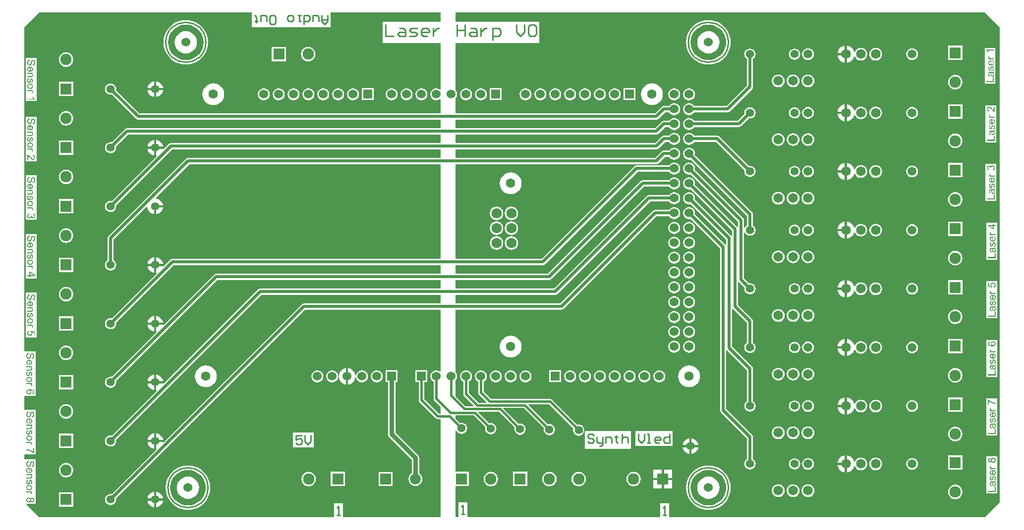
<source format=gtl>
G04*
G04 #@! TF.GenerationSoftware,Altium Limited,Altium Designer,18.1.9 (240)*
G04*
G04 Layer_Physical_Order=1*
G04 Layer_Color=255*
%FSLAX25Y25*%
%MOIN*%
G70*
G01*
G75*
%ADD10C,0.01000*%
%ADD11C,0.01500*%
%ADD12C,0.03000*%
%ADD13C,0.02000*%
%ADD14R,0.07677X0.07677*%
%ADD15C,0.07677*%
%ADD16C,0.06000*%
%ADD17R,0.07677X0.07677*%
%ADD18C,0.05906*%
%ADD19C,0.06500*%
%ADD20R,0.06000X0.06000*%
%ADD21C,0.07000*%
%ADD22C,0.07284*%
%ADD23R,0.07284X0.07284*%
%ADD24C,0.05512*%
%ADD25C,0.06299*%
%ADD26C,0.05500*%
G36*
X280000Y333997D02*
X240966D01*
Y319334D01*
X280000D01*
Y288370D01*
X279500Y288124D01*
X279017Y288494D01*
X278044Y288897D01*
X277000Y289035D01*
X275956Y288897D01*
X274983Y288494D01*
X274147Y287853D01*
X273506Y287017D01*
X273103Y286044D01*
X272966Y285000D01*
X273103Y283956D01*
X273506Y282983D01*
X274147Y282147D01*
X274983Y281506D01*
X275956Y281103D01*
X277000Y280965D01*
X278044Y281103D01*
X279017Y281506D01*
X279500Y281876D01*
X280000Y281630D01*
Y272039D01*
X77345D01*
X61683Y287701D01*
X61788Y288500D01*
X61659Y289480D01*
X61281Y290394D01*
X60679Y291179D01*
X59894Y291781D01*
X58981Y292159D01*
X58000Y292288D01*
X57020Y292159D01*
X56106Y291781D01*
X55321Y291179D01*
X54719Y290394D01*
X54341Y289480D01*
X54212Y288500D01*
X54341Y287520D01*
X54719Y286606D01*
X55321Y285821D01*
X56106Y285219D01*
X57020Y284841D01*
X58000Y284712D01*
X58799Y284817D01*
X75058Y268558D01*
X75720Y268116D01*
X76500Y267961D01*
X76500Y267961D01*
X280000D01*
Y262039D01*
X69000D01*
X68220Y261884D01*
X67558Y261442D01*
X58799Y252683D01*
X58000Y252788D01*
X57020Y252659D01*
X56106Y252281D01*
X55321Y251679D01*
X54719Y250894D01*
X54341Y249980D01*
X54212Y249000D01*
X54341Y248020D01*
X54719Y247106D01*
X55321Y246321D01*
X56106Y245719D01*
X57020Y245341D01*
X58000Y245212D01*
X58981Y245341D01*
X59894Y245719D01*
X60679Y246321D01*
X61281Y247106D01*
X61659Y248020D01*
X61788Y249000D01*
X61683Y249799D01*
X69845Y257961D01*
X280000D01*
Y252039D01*
X98500D01*
X97720Y251884D01*
X97058Y251442D01*
X93683Y248066D01*
X93311Y248250D01*
X88750D01*
Y243689D01*
X88933Y243317D01*
X58799Y213183D01*
X58000Y213288D01*
X57020Y213159D01*
X56106Y212781D01*
X55321Y212179D01*
X54719Y211394D01*
X54341Y210480D01*
X54212Y209500D01*
X54341Y208520D01*
X54719Y207606D01*
X55321Y206821D01*
X56106Y206219D01*
X57020Y205841D01*
X58000Y205712D01*
X58981Y205841D01*
X59894Y206219D01*
X60679Y206821D01*
X61281Y207606D01*
X61659Y208520D01*
X61788Y209500D01*
X61683Y210299D01*
X99345Y247961D01*
X280000D01*
Y242039D01*
X110000D01*
X109220Y241884D01*
X108558Y241442D01*
X56558Y189442D01*
X56116Y188780D01*
X55961Y188000D01*
Y173170D01*
X55321Y172679D01*
X54719Y171894D01*
X54341Y170981D01*
X54212Y170000D01*
X54341Y169019D01*
X54719Y168106D01*
X55321Y167321D01*
X56106Y166719D01*
X57020Y166341D01*
X58000Y166212D01*
X58981Y166341D01*
X59894Y166719D01*
X60679Y167321D01*
X61281Y168106D01*
X61659Y169019D01*
X61788Y170000D01*
X61659Y170981D01*
X61281Y171894D01*
X60679Y172679D01*
X60039Y173170D01*
Y187155D01*
X82217Y209333D01*
X82744Y209153D01*
X82879Y208128D01*
X83409Y206849D01*
X84251Y205751D01*
X85349Y204909D01*
X86628Y204379D01*
X87250Y204297D01*
Y209500D01*
X88000D01*
Y210250D01*
X93203D01*
X93121Y210872D01*
X92591Y212151D01*
X91749Y213248D01*
X90651Y214091D01*
X89372Y214621D01*
X88347Y214756D01*
X88167Y215283D01*
X110845Y237961D01*
X280000D01*
Y174039D01*
X99500D01*
X98720Y173884D01*
X98058Y173442D01*
X93683Y169067D01*
X93311Y169250D01*
X88750D01*
Y164689D01*
X88933Y164317D01*
X58799Y134183D01*
X58000Y134288D01*
X57020Y134159D01*
X56106Y133781D01*
X55321Y133179D01*
X54719Y132394D01*
X54341Y131481D01*
X54212Y130500D01*
X54341Y129519D01*
X54719Y128606D01*
X55321Y127821D01*
X56106Y127219D01*
X57020Y126841D01*
X58000Y126712D01*
X58981Y126841D01*
X59894Y127219D01*
X60679Y127821D01*
X61281Y128606D01*
X61659Y129519D01*
X61788Y130500D01*
X61683Y131299D01*
X100345Y169961D01*
X280000D01*
Y164039D01*
X129000D01*
X128220Y163884D01*
X127558Y163442D01*
X93683Y129567D01*
X93311Y129750D01*
X88750D01*
Y125189D01*
X88933Y124817D01*
X58799Y94683D01*
X58000Y94788D01*
X57020Y94659D01*
X56106Y94281D01*
X55321Y93679D01*
X54719Y92894D01*
X54341Y91980D01*
X54212Y91000D01*
X54341Y90020D01*
X54719Y89106D01*
X55321Y88321D01*
X56106Y87719D01*
X57020Y87341D01*
X58000Y87212D01*
X58981Y87341D01*
X59894Y87719D01*
X60679Y88321D01*
X61281Y89106D01*
X61659Y90020D01*
X61788Y91000D01*
X61683Y91799D01*
X129845Y159961D01*
X280000D01*
Y154039D01*
X158500D01*
X157720Y153884D01*
X157058Y153442D01*
X93683Y90066D01*
X93311Y90250D01*
X88750D01*
Y85689D01*
X88933Y85317D01*
X58799Y55183D01*
X58000Y55288D01*
X57020Y55159D01*
X56106Y54781D01*
X55321Y54179D01*
X54719Y53394D01*
X54341Y52481D01*
X54212Y51500D01*
X54341Y50520D01*
X54719Y49606D01*
X55321Y48821D01*
X56106Y48219D01*
X57020Y47841D01*
X58000Y47712D01*
X58981Y47841D01*
X59894Y48219D01*
X60679Y48821D01*
X61281Y49606D01*
X61659Y50520D01*
X61788Y51500D01*
X61683Y52299D01*
X159345Y149961D01*
X280000D01*
Y144039D01*
X188000D01*
X187220Y143884D01*
X186558Y143442D01*
X93683Y50567D01*
X93311Y50750D01*
X88750D01*
Y46189D01*
X88933Y45817D01*
X58799Y15683D01*
X58000Y15788D01*
X57020Y15659D01*
X56106Y15281D01*
X55321Y14679D01*
X54719Y13894D01*
X54341Y12980D01*
X54212Y12000D01*
X54341Y11020D01*
X54719Y10106D01*
X55321Y9321D01*
X56106Y8719D01*
X57020Y8341D01*
X58000Y8212D01*
X58981Y8341D01*
X59894Y8719D01*
X60679Y9321D01*
X61281Y10106D01*
X61659Y11020D01*
X61788Y12000D01*
X61683Y12799D01*
X188845Y139961D01*
X280000D01*
Y98370D01*
X279500Y98124D01*
X279017Y98494D01*
X278044Y98897D01*
X277000Y99035D01*
X275956Y98897D01*
X274983Y98494D01*
X274147Y97853D01*
X273506Y97017D01*
X273103Y96044D01*
X272966Y95000D01*
X273103Y93956D01*
X273506Y92983D01*
X274147Y92147D01*
X274983Y91506D01*
X275216Y91409D01*
Y80000D01*
X275352Y79317D01*
X275738Y78738D01*
X280000Y74477D01*
Y69784D01*
X278739D01*
X268784Y79739D01*
Y91000D01*
X271000D01*
Y99000D01*
X263000D01*
Y91000D01*
X265216D01*
Y79000D01*
X265352Y78317D01*
X265738Y77738D01*
X276738Y66738D01*
X277317Y66351D01*
X278000Y66216D01*
X278000Y66216D01*
X280000D01*
Y0D01*
X214099Y-0D01*
Y9498D01*
X208100D01*
Y-0D01*
X10000Y-0D01*
X1449Y8551D01*
X1640Y9013D01*
X7621D01*
Y39000D01*
X326D01*
X0Y39365D01*
Y42002D01*
X326Y42367D01*
X500Y42367D01*
X7621D01*
Y72343D01*
X500D01*
X326Y72343D01*
X0Y72707D01*
Y81502D01*
X326Y81867D01*
X500Y81867D01*
X7621D01*
Y111843D01*
X500D01*
X326Y111843D01*
X0Y112207D01*
Y330000D01*
X-0Y330000D01*
X10000Y340000D01*
X153016D01*
Y330002D01*
X206000D01*
Y340000D01*
X280000D01*
Y333997D01*
D02*
G37*
G36*
X656000Y330000D02*
Y10000D01*
X656000D01*
X646000Y0D01*
X433736Y-0D01*
Y9541D01*
X427736D01*
Y-0D01*
X298499Y-0D01*
X297999Y500D01*
Y9998D01*
X292000D01*
Y500D01*
X292000Y0D01*
X291500Y-0D01*
X290439D01*
X290000Y500D01*
Y21004D01*
X298839D01*
Y30681D01*
X290000D01*
Y58551D01*
X290500Y58650D01*
X290724Y58109D01*
X291325Y57326D01*
X292109Y56724D01*
X293021Y56346D01*
X294000Y56218D01*
X294979Y56346D01*
X295891Y56724D01*
X296674Y57326D01*
X297276Y58109D01*
X297654Y59021D01*
X297782Y60000D01*
X297654Y60979D01*
X297276Y61891D01*
X296674Y62674D01*
X295891Y63276D01*
X294979Y63653D01*
X294000Y63782D01*
X293021Y63653D01*
X292914Y63609D01*
X290000Y66523D01*
Y68716D01*
X302131D01*
X310076Y60771D01*
X310032Y60664D01*
X309903Y59685D01*
X310032Y58706D01*
X310409Y57794D01*
X311011Y57011D01*
X311794Y56409D01*
X312706Y56032D01*
X313685Y55903D01*
X314664Y56032D01*
X315576Y56409D01*
X316359Y57011D01*
X316961Y57794D01*
X317338Y58706D01*
X317467Y59685D01*
X317338Y60664D01*
X316961Y61576D01*
X316359Y62359D01*
X315576Y62961D01*
X314664Y63339D01*
X313685Y63467D01*
X312706Y63339D01*
X312599Y63294D01*
X305140Y70754D01*
X305331Y71216D01*
X319059D01*
X329790Y60485D01*
X329746Y60378D01*
X329617Y59399D01*
X329746Y58420D01*
X330123Y57508D01*
X330725Y56725D01*
X331508Y56123D01*
X332420Y55746D01*
X333399Y55617D01*
X334378Y55746D01*
X335290Y56123D01*
X336073Y56725D01*
X336675Y57508D01*
X337052Y58420D01*
X337181Y59399D01*
X337052Y60378D01*
X336675Y61290D01*
X336073Y62074D01*
X335290Y62675D01*
X334378Y63052D01*
X333399Y63181D01*
X332420Y63052D01*
X332313Y63008D01*
X322068Y73254D01*
X322259Y73716D01*
X335929D01*
X349475Y60170D01*
X349430Y60063D01*
X349302Y59084D01*
X349430Y58105D01*
X349808Y57193D01*
X350410Y56410D01*
X351193Y55808D01*
X352105Y55431D01*
X353084Y55302D01*
X354063Y55431D01*
X354975Y55808D01*
X355759Y56410D01*
X356360Y57193D01*
X356737Y58105D01*
X356866Y59084D01*
X356737Y60063D01*
X356360Y60975D01*
X355759Y61759D01*
X354975Y62360D01*
X354063Y62738D01*
X353084Y62866D01*
X352105Y62738D01*
X351998Y62693D01*
X338938Y75754D01*
X339129Y76216D01*
X352799D01*
X369160Y59855D01*
X369115Y59748D01*
X368987Y58769D01*
X369115Y57790D01*
X369493Y56878D01*
X370094Y56094D01*
X370878Y55493D01*
X371790Y55115D01*
X372769Y54987D01*
X373748Y55115D01*
X374660Y55493D01*
X375444Y56094D01*
X376045Y56878D01*
X376423Y57790D01*
X376551Y58769D01*
X376423Y59748D01*
X376045Y60660D01*
X375444Y61444D01*
X374660Y62045D01*
X373748Y62423D01*
X372769Y62551D01*
X371790Y62423D01*
X371683Y62378D01*
X354800Y79262D01*
X354221Y79649D01*
X353538Y79784D01*
X313739D01*
X308784Y84739D01*
Y91409D01*
X309017Y91506D01*
X309853Y92147D01*
X310494Y92983D01*
X310897Y93956D01*
X311034Y95000D01*
X310897Y96044D01*
X310494Y97017D01*
X309853Y97853D01*
X309017Y98494D01*
X308044Y98897D01*
X307000Y99035D01*
X305956Y98897D01*
X304983Y98494D01*
X304147Y97853D01*
X303506Y97017D01*
X303103Y96044D01*
X302965Y95000D01*
X303103Y93956D01*
X303506Y92983D01*
X304147Y92147D01*
X304983Y91506D01*
X305216Y91409D01*
Y84000D01*
X305351Y83317D01*
X305738Y82738D01*
X310730Y77746D01*
X310539Y77284D01*
X305239D01*
X298784Y83739D01*
Y91409D01*
X299017Y91506D01*
X299853Y92147D01*
X300494Y92983D01*
X300897Y93956D01*
X301034Y95000D01*
X300897Y96044D01*
X300494Y97017D01*
X299853Y97853D01*
X299017Y98494D01*
X298044Y98897D01*
X297000Y99035D01*
X295956Y98897D01*
X294983Y98494D01*
X294147Y97853D01*
X293506Y97017D01*
X293103Y96044D01*
X292966Y95000D01*
X293103Y93956D01*
X293506Y92983D01*
X294147Y92147D01*
X294983Y91506D01*
X295216Y91409D01*
Y83000D01*
X295352Y82317D01*
X295738Y81738D01*
X302230Y75246D01*
X302039Y74784D01*
X296739D01*
X290000Y81523D01*
Y92339D01*
X290494Y92983D01*
X290897Y93956D01*
X291035Y95000D01*
X290897Y96044D01*
X290494Y97017D01*
X290000Y97661D01*
Y139961D01*
X361157D01*
X361938Y140116D01*
X362599Y140558D01*
X425002Y202961D01*
X433523D01*
X434147Y202147D01*
X434983Y201506D01*
X435956Y201103D01*
X437000Y200965D01*
X438044Y201103D01*
X439017Y201506D01*
X439853Y202147D01*
X440494Y202983D01*
X440897Y203956D01*
X441035Y205000D01*
X440897Y206044D01*
X440494Y207017D01*
X439853Y207853D01*
X439017Y208494D01*
X438044Y208897D01*
X437000Y209034D01*
X435956Y208897D01*
X434983Y208494D01*
X434147Y207853D01*
X433523Y207039D01*
X424157D01*
X423377Y206884D01*
X422716Y206442D01*
X360313Y144039D01*
X290000D01*
Y149961D01*
X357015D01*
X357796Y150116D01*
X358457Y150558D01*
X420860Y212961D01*
X433523D01*
X434147Y212147D01*
X434983Y211506D01*
X435956Y211103D01*
X437000Y210965D01*
X438044Y211103D01*
X439017Y211506D01*
X439853Y212147D01*
X440494Y212983D01*
X440897Y213956D01*
X441035Y215000D01*
X440897Y216044D01*
X440494Y217017D01*
X439853Y217853D01*
X439017Y218494D01*
X438044Y218897D01*
X437000Y219035D01*
X435956Y218897D01*
X434983Y218494D01*
X434147Y217853D01*
X433523Y217039D01*
X420015D01*
X419235Y216884D01*
X418573Y216442D01*
X356171Y154039D01*
X290000D01*
Y159961D01*
X352873D01*
X353654Y160116D01*
X354315Y160558D01*
X416718Y222961D01*
X433523D01*
X434147Y222147D01*
X434983Y221506D01*
X435956Y221103D01*
X437000Y220966D01*
X438044Y221103D01*
X439017Y221506D01*
X439853Y222147D01*
X440494Y222983D01*
X440897Y223956D01*
X441035Y225000D01*
X440897Y226044D01*
X440494Y227017D01*
X439853Y227853D01*
X439017Y228494D01*
X438044Y228897D01*
X437000Y229034D01*
X435956Y228897D01*
X434983Y228494D01*
X434147Y227853D01*
X433523Y227039D01*
X415873D01*
X415093Y226884D01*
X414431Y226442D01*
X352028Y164039D01*
X290000D01*
Y169961D01*
X348731D01*
X349511Y170116D01*
X350173Y170558D01*
X412576Y232961D01*
X433523D01*
X434147Y232147D01*
X434983Y231506D01*
X435956Y231103D01*
X437000Y230965D01*
X438044Y231103D01*
X439017Y231506D01*
X439853Y232147D01*
X440494Y232983D01*
X440897Y233956D01*
X441035Y235000D01*
X440897Y236044D01*
X440494Y237017D01*
X439853Y237853D01*
X439017Y238494D01*
X438044Y238897D01*
X437000Y239035D01*
X435956Y238897D01*
X434983Y238494D01*
X434147Y237853D01*
X433523Y237039D01*
X411731D01*
X410951Y236884D01*
X410289Y236442D01*
X347886Y174039D01*
X290000D01*
Y237961D01*
X425000D01*
X425780Y238116D01*
X426442Y238558D01*
X430845Y242961D01*
X433523D01*
X434147Y242147D01*
X434983Y241506D01*
X435956Y241103D01*
X437000Y240966D01*
X438044Y241103D01*
X439017Y241506D01*
X439853Y242147D01*
X440494Y242983D01*
X440897Y243956D01*
X441035Y245000D01*
X440897Y246044D01*
X440494Y247017D01*
X439853Y247853D01*
X439017Y248494D01*
X438044Y248897D01*
X437000Y249035D01*
X435956Y248897D01*
X434983Y248494D01*
X434147Y247853D01*
X433523Y247039D01*
X430000D01*
X429220Y246884D01*
X428558Y246442D01*
X424155Y242039D01*
X290000D01*
Y247961D01*
X425000D01*
X425780Y248116D01*
X426442Y248558D01*
X430845Y252961D01*
X433523D01*
X434147Y252147D01*
X434983Y251506D01*
X435956Y251103D01*
X437000Y250965D01*
X438044Y251103D01*
X439017Y251506D01*
X439853Y252147D01*
X440494Y252983D01*
X440897Y253956D01*
X441035Y255000D01*
X440897Y256044D01*
X440494Y257017D01*
X439853Y257853D01*
X439017Y258494D01*
X438044Y258897D01*
X437000Y259034D01*
X435956Y258897D01*
X434983Y258494D01*
X434147Y257853D01*
X433523Y257039D01*
X430000D01*
X429220Y256884D01*
X428558Y256442D01*
X424155Y252039D01*
X290000D01*
Y257961D01*
X425000D01*
X425780Y258116D01*
X426442Y258558D01*
X430845Y262961D01*
X433523D01*
X434147Y262147D01*
X434983Y261506D01*
X435956Y261103D01*
X437000Y260965D01*
X438044Y261103D01*
X439017Y261506D01*
X439853Y262147D01*
X440494Y262983D01*
X440897Y263956D01*
X441035Y265000D01*
X440897Y266044D01*
X440494Y267017D01*
X439853Y267853D01*
X439017Y268494D01*
X438044Y268897D01*
X437000Y269035D01*
X435956Y268897D01*
X434983Y268494D01*
X434147Y267853D01*
X433523Y267039D01*
X430000D01*
X429220Y266884D01*
X428558Y266442D01*
X424155Y262039D01*
X290000D01*
Y267961D01*
X425000D01*
X425780Y268116D01*
X426442Y268558D01*
X430845Y272961D01*
X433523D01*
X434147Y272147D01*
X434983Y271506D01*
X435956Y271103D01*
X437000Y270966D01*
X438044Y271103D01*
X439017Y271506D01*
X439853Y272147D01*
X440494Y272983D01*
X440897Y273956D01*
X441035Y275000D01*
X440897Y276044D01*
X440494Y277017D01*
X439853Y277853D01*
X439017Y278494D01*
X438044Y278897D01*
X437000Y279034D01*
X435956Y278897D01*
X434983Y278494D01*
X434147Y277853D01*
X433523Y277039D01*
X430000D01*
X429220Y276884D01*
X428558Y276442D01*
X424155Y272039D01*
X290000D01*
Y282339D01*
X290494Y282983D01*
X290897Y283956D01*
X291035Y285000D01*
X290897Y286044D01*
X290494Y287017D01*
X290000Y287661D01*
Y319334D01*
X346266D01*
Y333997D01*
X290000D01*
Y340000D01*
X646000D01*
X656000Y330000D01*
D02*
G37*
G36*
X3113Y110203D02*
X3109D01*
X3095Y110199D01*
X3076D01*
X3050Y110191D01*
X3017Y110188D01*
X2976Y110180D01*
X2936Y110169D01*
X2888Y110158D01*
X2788Y110132D01*
X2680Y110095D01*
X2577Y110051D01*
X2477Y109995D01*
X2473Y109992D01*
X2466Y109988D01*
X2455Y109977D01*
X2436Y109962D01*
X2414Y109947D01*
X2392Y109925D01*
X2366Y109899D01*
X2336Y109870D01*
X2307Y109836D01*
X2273Y109795D01*
X2240Y109755D01*
X2207Y109707D01*
X2173Y109659D01*
X2140Y109603D01*
X2111Y109544D01*
X2081Y109481D01*
Y109477D01*
X2073Y109466D01*
X2066Y109444D01*
X2059Y109418D01*
X2048Y109385D01*
X2033Y109348D01*
X2018Y109300D01*
X2007Y109252D01*
X1992Y109196D01*
X1977Y109133D01*
X1966Y109070D01*
X1951Y109000D01*
X1937Y108852D01*
X1929Y108693D01*
Y108656D01*
X1933Y108626D01*
Y108593D01*
X1937Y108556D01*
X1940Y108512D01*
X1944Y108464D01*
X1959Y108356D01*
X1977Y108241D01*
X2007Y108127D01*
X2044Y108012D01*
Y108008D01*
X2048Y107997D01*
X2055Y107983D01*
X2066Y107964D01*
X2077Y107938D01*
X2092Y107912D01*
X2125Y107846D01*
X2170Y107775D01*
X2225Y107701D01*
X2288Y107631D01*
X2358Y107572D01*
X2362D01*
X2369Y107564D01*
X2381Y107557D01*
X2395Y107550D01*
X2414Y107538D01*
X2436Y107524D01*
X2492Y107498D01*
X2554Y107472D01*
X2629Y107446D01*
X2714Y107431D01*
X2799Y107424D01*
X2802D01*
X2810D01*
X2821D01*
X2839Y107428D01*
X2862D01*
X2884Y107431D01*
X2943Y107442D01*
X3006Y107457D01*
X3076Y107483D01*
X3147Y107520D01*
X3217Y107568D01*
X3221D01*
X3224Y107576D01*
X3246Y107594D01*
X3280Y107631D01*
X3302Y107653D01*
X3324Y107679D01*
X3346Y107709D01*
X3372Y107742D01*
X3398Y107779D01*
X3424Y107823D01*
X3450Y107868D01*
X3476Y107920D01*
X3498Y107971D01*
X3524Y108031D01*
Y108034D01*
X3528Y108042D01*
X3531Y108053D01*
X3539Y108075D01*
X3546Y108101D01*
X3557Y108131D01*
X3568Y108171D01*
X3583Y108219D01*
X3602Y108279D01*
X3620Y108341D01*
X3639Y108415D01*
X3661Y108501D01*
X3687Y108593D01*
X3713Y108700D01*
X3742Y108815D01*
X3772Y108941D01*
Y108944D01*
X3776Y108948D01*
Y108959D01*
X3779Y108970D01*
X3790Y109007D01*
X3801Y109055D01*
X3816Y109111D01*
X3835Y109178D01*
X3853Y109252D01*
X3875Y109326D01*
X3923Y109488D01*
X3979Y109651D01*
X4009Y109729D01*
X4038Y109803D01*
X4064Y109866D01*
X4094Y109925D01*
X4097Y109929D01*
X4101Y109940D01*
X4112Y109958D01*
X4127Y109984D01*
X4146Y110014D01*
X4171Y110051D01*
X4197Y110088D01*
X4227Y110132D01*
X4293Y110221D01*
X4375Y110310D01*
X4467Y110399D01*
X4519Y110436D01*
X4571Y110473D01*
X4575Y110476D01*
X4586Y110480D01*
X4601Y110487D01*
X4623Y110498D01*
X4649Y110513D01*
X4678Y110528D01*
X4715Y110543D01*
X4756Y110561D01*
X4804Y110576D01*
X4852Y110595D01*
X4959Y110621D01*
X5078Y110643D01*
X5141Y110646D01*
X5207Y110650D01*
X5211D01*
X5226D01*
X5244D01*
X5274Y110646D01*
X5307Y110643D01*
X5348Y110639D01*
X5392Y110632D01*
X5444Y110624D01*
X5500Y110609D01*
X5555Y110598D01*
X5614Y110580D01*
X5677Y110558D01*
X5740Y110532D01*
X5803Y110502D01*
X5870Y110469D01*
X5933Y110432D01*
X5936Y110428D01*
X5947Y110421D01*
X5966Y110410D01*
X5988Y110391D01*
X6018Y110369D01*
X6047Y110339D01*
X6084Y110306D01*
X6121Y110269D01*
X6162Y110228D01*
X6206Y110180D01*
X6247Y110128D01*
X6291Y110069D01*
X6332Y110006D01*
X6373Y109940D01*
X6410Y109870D01*
X6443Y109792D01*
X6447Y109788D01*
X6451Y109773D01*
X6458Y109751D01*
X6473Y109718D01*
X6484Y109677D01*
X6499Y109633D01*
X6517Y109577D01*
X6532Y109514D01*
X6550Y109448D01*
X6565Y109377D01*
X6580Y109300D01*
X6595Y109218D01*
X6606Y109130D01*
X6613Y109041D01*
X6617Y108948D01*
X6621Y108852D01*
Y108797D01*
X6617Y108756D01*
Y108708D01*
X6610Y108649D01*
X6606Y108586D01*
X6599Y108512D01*
X6588Y108438D01*
X6576Y108356D01*
X6543Y108190D01*
X6521Y108101D01*
X6499Y108016D01*
X6469Y107931D01*
X6436Y107849D01*
X6432Y107846D01*
X6428Y107831D01*
X6417Y107809D01*
X6402Y107779D01*
X6384Y107742D01*
X6358Y107701D01*
X6332Y107653D01*
X6299Y107605D01*
X6266Y107550D01*
X6225Y107498D01*
X6180Y107442D01*
X6132Y107387D01*
X6081Y107331D01*
X6021Y107280D01*
X5962Y107228D01*
X5896Y107183D01*
X5892Y107180D01*
X5881Y107172D01*
X5859Y107161D01*
X5833Y107146D01*
X5799Y107128D01*
X5759Y107106D01*
X5714Y107087D01*
X5663Y107061D01*
X5607Y107039D01*
X5544Y107017D01*
X5477Y106995D01*
X5407Y106976D01*
X5333Y106958D01*
X5255Y106943D01*
X5174Y106935D01*
X5093Y106928D01*
X5045Y107579D01*
X5052D01*
X5067Y107583D01*
X5093Y107587D01*
X5126Y107594D01*
X5163Y107601D01*
X5211Y107613D01*
X5263Y107627D01*
X5318Y107646D01*
X5378Y107664D01*
X5437Y107690D01*
X5496Y107720D01*
X5559Y107753D01*
X5618Y107790D01*
X5674Y107834D01*
X5729Y107883D01*
X5777Y107934D01*
X5781Y107938D01*
X5788Y107949D01*
X5799Y107964D01*
X5818Y107990D01*
X5836Y108023D01*
X5855Y108060D01*
X5877Y108105D01*
X5903Y108156D01*
X5925Y108216D01*
X5947Y108282D01*
X5966Y108356D01*
X5988Y108434D01*
X6003Y108523D01*
X6014Y108615D01*
X6021Y108715D01*
X6025Y108822D01*
Y108882D01*
X6021Y108922D01*
X6018Y108974D01*
X6014Y109030D01*
X6007Y109096D01*
X5996Y109163D01*
X5970Y109311D01*
X5951Y109385D01*
X5929Y109459D01*
X5903Y109529D01*
X5873Y109599D01*
X5840Y109662D01*
X5799Y109718D01*
X5796Y109722D01*
X5788Y109729D01*
X5777Y109744D01*
X5759Y109762D01*
X5737Y109781D01*
X5711Y109807D01*
X5681Y109829D01*
X5648Y109855D01*
X5611Y109881D01*
X5566Y109906D01*
X5474Y109951D01*
X5426Y109969D01*
X5370Y109984D01*
X5315Y109992D01*
X5255Y109995D01*
X5252D01*
X5244D01*
X5230D01*
X5211Y109992D01*
X5185Y109988D01*
X5159Y109984D01*
X5096Y109969D01*
X5022Y109947D01*
X4948Y109914D01*
X4908Y109892D01*
X4871Y109862D01*
X4834Y109833D01*
X4800Y109799D01*
X4797Y109795D01*
X4793Y109788D01*
X4782Y109777D01*
X4771Y109755D01*
X4752Y109729D01*
X4734Y109692D01*
X4712Y109651D01*
X4686Y109599D01*
X4660Y109537D01*
X4630Y109466D01*
X4601Y109381D01*
X4567Y109289D01*
X4534Y109181D01*
X4501Y109063D01*
X4467Y108930D01*
X4430Y108782D01*
Y108778D01*
X4427Y108771D01*
Y108759D01*
X4423Y108745D01*
X4419Y108726D01*
X4412Y108704D01*
X4401Y108649D01*
X4382Y108582D01*
X4364Y108504D01*
X4345Y108419D01*
X4319Y108330D01*
X4271Y108142D01*
X4245Y108049D01*
X4216Y107957D01*
X4190Y107868D01*
X4160Y107786D01*
X4134Y107712D01*
X4109Y107650D01*
X4105Y107646D01*
X4097Y107631D01*
X4086Y107605D01*
X4072Y107576D01*
X4049Y107538D01*
X4027Y107498D01*
X3997Y107450D01*
X3964Y107398D01*
X3931Y107346D01*
X3890Y107291D01*
X3801Y107180D01*
X3698Y107076D01*
X3642Y107032D01*
X3583Y106987D01*
X3579Y106983D01*
X3568Y106976D01*
X3550Y106969D01*
X3528Y106954D01*
X3498Y106939D01*
X3461Y106921D01*
X3420Y106898D01*
X3376Y106880D01*
X3324Y106861D01*
X3269Y106839D01*
X3209Y106821D01*
X3143Y106806D01*
X3076Y106791D01*
X3006Y106780D01*
X2936Y106776D01*
X2858Y106773D01*
X2854D01*
X2839D01*
X2817D01*
X2788Y106776D01*
X2751Y106780D01*
X2710Y106784D01*
X2662Y106791D01*
X2606Y106802D01*
X2551Y106813D01*
X2488Y106832D01*
X2425Y106850D01*
X2358Y106872D01*
X2292Y106898D01*
X2221Y106932D01*
X2155Y106969D01*
X2085Y107009D01*
X2081Y107013D01*
X2070Y107020D01*
X2051Y107035D01*
X2025Y107054D01*
X1996Y107076D01*
X1959Y107106D01*
X1922Y107139D01*
X1881Y107180D01*
X1837Y107224D01*
X1792Y107276D01*
X1744Y107331D01*
X1696Y107390D01*
X1652Y107453D01*
X1607Y107524D01*
X1567Y107598D01*
X1526Y107679D01*
X1522Y107683D01*
X1519Y107698D01*
X1507Y107723D01*
X1496Y107757D01*
X1481Y107798D01*
X1463Y107846D01*
X1445Y107901D01*
X1426Y107964D01*
X1407Y108034D01*
X1389Y108112D01*
X1374Y108193D01*
X1356Y108279D01*
X1345Y108367D01*
X1333Y108464D01*
X1330Y108563D01*
X1326Y108663D01*
Y108730D01*
X1330Y108778D01*
X1333Y108837D01*
X1337Y108907D01*
X1345Y108985D01*
X1352Y109070D01*
X1363Y109159D01*
X1374Y109252D01*
X1411Y109448D01*
X1433Y109548D01*
X1459Y109644D01*
X1493Y109740D01*
X1526Y109829D01*
X1530Y109833D01*
X1537Y109851D01*
X1548Y109873D01*
X1563Y109906D01*
X1585Y109947D01*
X1611Y109992D01*
X1644Y110043D01*
X1678Y110095D01*
X1718Y110154D01*
X1763Y110214D01*
X1815Y110276D01*
X1870Y110336D01*
X1929Y110399D01*
X1992Y110458D01*
X2062Y110513D01*
X2136Y110565D01*
X2140Y110569D01*
X2155Y110576D01*
X2177Y110591D01*
X2207Y110606D01*
X2247Y110628D01*
X2292Y110650D01*
X2344Y110676D01*
X2403Y110698D01*
X2469Y110724D01*
X2540Y110750D01*
X2617Y110772D01*
X2695Y110794D01*
X2780Y110813D01*
X2869Y110828D01*
X2961Y110839D01*
X3058Y110843D01*
X3113Y110203D01*
D02*
G37*
G36*
X3298Y106132D02*
X3324D01*
X3354D01*
X3391Y106129D01*
X3468Y106121D01*
X3557Y106110D01*
X3657Y106096D01*
X3768Y106077D01*
X3879Y106051D01*
X3997Y106018D01*
X4120Y105981D01*
X4242Y105933D01*
X4360Y105877D01*
X4475Y105814D01*
X4586Y105740D01*
X4686Y105655D01*
X4693Y105648D01*
X4708Y105633D01*
X4734Y105607D01*
X4767Y105566D01*
X4808Y105518D01*
X4848Y105463D01*
X4897Y105396D01*
X4945Y105318D01*
X4993Y105233D01*
X5041Y105137D01*
X5085Y105037D01*
X5122Y104926D01*
X5156Y104804D01*
X5181Y104678D01*
X5196Y104545D01*
X5204Y104405D01*
Y104371D01*
X5200Y104334D01*
X5196Y104282D01*
X5189Y104216D01*
X5178Y104146D01*
X5163Y104064D01*
X5141Y103975D01*
X5115Y103879D01*
X5082Y103783D01*
X5041Y103679D01*
X4989Y103579D01*
X4934Y103476D01*
X4863Y103380D01*
X4786Y103284D01*
X4697Y103191D01*
X4689Y103187D01*
X4675Y103169D01*
X4645Y103147D01*
X4604Y103117D01*
X4552Y103080D01*
X4490Y103039D01*
X4416Y102999D01*
X4330Y102954D01*
X4234Y102910D01*
X4127Y102865D01*
X4009Y102828D01*
X3883Y102791D01*
X3746Y102762D01*
X3598Y102736D01*
X3439Y102721D01*
X3272Y102717D01*
X3269D01*
X3261D01*
X3250D01*
X3232D01*
X3206D01*
X3180D01*
X3147Y102721D01*
X3106D01*
Y105489D01*
X3098D01*
X3080Y105485D01*
X3047D01*
X3006Y105478D01*
X2954Y105470D01*
X2895Y105463D01*
X2832Y105448D01*
X2762Y105433D01*
X2684Y105415D01*
X2610Y105389D01*
X2532Y105363D01*
X2455Y105330D01*
X2377Y105293D01*
X2303Y105248D01*
X2233Y105200D01*
X2170Y105145D01*
X2166Y105141D01*
X2155Y105130D01*
X2140Y105111D01*
X2118Y105089D01*
X2096Y105060D01*
X2070Y105023D01*
X2040Y104978D01*
X2011Y104930D01*
X1977Y104878D01*
X1951Y104819D01*
X1922Y104756D01*
X1900Y104686D01*
X1877Y104612D01*
X1863Y104534D01*
X1852Y104453D01*
X1848Y104368D01*
Y104334D01*
X1852Y104308D01*
X1855Y104279D01*
X1859Y104245D01*
X1863Y104205D01*
X1870Y104164D01*
X1892Y104072D01*
X1925Y103972D01*
X1944Y103920D01*
X1970Y103872D01*
X1996Y103824D01*
X2029Y103776D01*
X2033Y103772D01*
X2036Y103764D01*
X2048Y103753D01*
X2062Y103735D01*
X2085Y103713D01*
X2107Y103691D01*
X2136Y103665D01*
X2170Y103635D01*
X2210Y103605D01*
X2251Y103572D01*
X2299Y103542D01*
X2351Y103509D01*
X2410Y103476D01*
X2473Y103446D01*
X2540Y103417D01*
X2614Y103387D01*
X2529Y102740D01*
X2521D01*
X2503Y102747D01*
X2473Y102758D01*
X2436Y102769D01*
X2388Y102788D01*
X2332Y102810D01*
X2270Y102836D01*
X2203Y102869D01*
X2136Y102906D01*
X2062Y102947D01*
X1988Y102995D01*
X1914Y103047D01*
X1844Y103102D01*
X1774Y103165D01*
X1707Y103235D01*
X1644Y103309D01*
X1641Y103313D01*
X1630Y103328D01*
X1615Y103350D01*
X1596Y103383D01*
X1570Y103424D01*
X1544Y103476D01*
X1515Y103531D01*
X1489Y103598D01*
X1459Y103672D01*
X1430Y103750D01*
X1404Y103839D01*
X1378Y103931D01*
X1359Y104031D01*
X1345Y104138D01*
X1333Y104253D01*
X1330Y104371D01*
Y104408D01*
X1333Y104427D01*
Y104449D01*
X1337Y104505D01*
X1345Y104575D01*
X1356Y104653D01*
X1371Y104741D01*
X1393Y104838D01*
X1419Y104937D01*
X1452Y105045D01*
X1493Y105152D01*
X1541Y105259D01*
X1596Y105367D01*
X1663Y105470D01*
X1740Y105570D01*
X1829Y105663D01*
X1837Y105666D01*
X1852Y105681D01*
X1881Y105707D01*
X1922Y105737D01*
X1974Y105774D01*
X2036Y105811D01*
X2107Y105855D01*
X2192Y105899D01*
X2288Y105944D01*
X2392Y105984D01*
X2506Y106025D01*
X2632Y106062D01*
X2769Y106092D01*
X2913Y106114D01*
X3069Y106132D01*
X3235Y106136D01*
X3239D01*
X3246D01*
X3258D01*
X3276D01*
X3298Y106132D01*
D02*
G37*
G36*
X5122Y101385D02*
X4593D01*
X4601Y101382D01*
X4619Y101367D01*
X4649Y101341D01*
X4689Y101311D01*
X4734Y101267D01*
X4786Y101215D01*
X4841Y101156D01*
X4900Y101086D01*
X4956Y101008D01*
X5011Y100919D01*
X5063Y100823D01*
X5108Y100716D01*
X5148Y100601D01*
X5178Y100479D01*
X5196Y100346D01*
X5204Y100205D01*
Y100150D01*
X5200Y100120D01*
X5196Y100083D01*
X5193Y100046D01*
X5189Y100002D01*
X5174Y99909D01*
X5152Y99805D01*
X5122Y99698D01*
X5082Y99591D01*
Y99587D01*
X5078Y99580D01*
X5071Y99565D01*
X5059Y99543D01*
X5048Y99521D01*
X5034Y99495D01*
X4997Y99432D01*
X4952Y99365D01*
X4897Y99295D01*
X4834Y99228D01*
X4763Y99169D01*
X4760D01*
X4756Y99162D01*
X4745Y99154D01*
X4730Y99147D01*
X4712Y99136D01*
X4689Y99121D01*
X4634Y99091D01*
X4567Y99058D01*
X4486Y99028D01*
X4397Y98999D01*
X4301Y98973D01*
X4297D01*
X4293D01*
X4282Y98969D01*
X4268Y98966D01*
X4249D01*
X4223Y98962D01*
X4194Y98958D01*
X4160Y98954D01*
X4120Y98951D01*
X4075Y98947D01*
X4027Y98943D01*
X3972D01*
X3909Y98940D01*
X3842Y98936D01*
X3768D01*
X3690D01*
X1411D01*
Y99565D01*
X3664D01*
X3668D01*
X3683D01*
X3701D01*
X3727D01*
X3761Y99569D01*
X3798D01*
X3838Y99572D01*
X3879D01*
X3975Y99584D01*
X4068Y99595D01*
X4160Y99613D01*
X4201Y99624D01*
X4238Y99639D01*
X4242D01*
X4245Y99643D01*
X4256Y99646D01*
X4271Y99654D01*
X4305Y99672D01*
X4349Y99698D01*
X4397Y99735D01*
X4449Y99780D01*
X4501Y99835D01*
X4545Y99902D01*
Y99905D01*
X4549Y99909D01*
X4556Y99920D01*
X4564Y99935D01*
X4582Y99972D01*
X4604Y100024D01*
X4623Y100090D01*
X4641Y100164D01*
X4656Y100246D01*
X4660Y100338D01*
Y100379D01*
X4656Y100405D01*
X4652Y100442D01*
X4645Y100483D01*
X4638Y100527D01*
X4626Y100575D01*
X4615Y100631D01*
X4597Y100686D01*
X4578Y100742D01*
X4552Y100801D01*
X4523Y100860D01*
X4490Y100919D01*
X4449Y100978D01*
X4405Y101034D01*
X4401Y101038D01*
X4393Y101045D01*
X4375Y101060D01*
X4353Y101078D01*
X4323Y101101D01*
X4286Y101126D01*
X4242Y101152D01*
X4186Y101178D01*
X4127Y101204D01*
X4057Y101230D01*
X3975Y101256D01*
X3887Y101278D01*
X3790Y101297D01*
X3683Y101311D01*
X3565Y101319D01*
X3435Y101322D01*
X1411D01*
Y101952D01*
X5122D01*
Y101385D01*
D02*
G37*
G36*
X2617Y97604D02*
X2614D01*
X2603Y97600D01*
X2580Y97597D01*
X2554Y97593D01*
X2525Y97585D01*
X2488Y97574D01*
X2447Y97563D01*
X2406Y97549D01*
X2314Y97512D01*
X2218Y97460D01*
X2170Y97430D01*
X2125Y97397D01*
X2085Y97356D01*
X2044Y97315D01*
X2040Y97312D01*
X2036Y97304D01*
X2025Y97290D01*
X2014Y97271D01*
X2000Y97245D01*
X1981Y97215D01*
X1963Y97182D01*
X1948Y97141D01*
X1929Y97097D01*
X1911Y97045D01*
X1892Y96990D01*
X1877Y96931D01*
X1866Y96864D01*
X1855Y96794D01*
X1852Y96720D01*
X1848Y96642D01*
Y96601D01*
X1852Y96572D01*
Y96535D01*
X1859Y96494D01*
X1863Y96450D01*
X1870Y96398D01*
X1892Y96294D01*
X1922Y96187D01*
X1966Y96087D01*
X1992Y96039D01*
X2022Y95998D01*
X2025Y95995D01*
X2029Y95991D01*
X2040Y95980D01*
X2055Y95965D01*
X2092Y95932D01*
X2140Y95891D01*
X2199Y95854D01*
X2273Y95821D01*
X2310Y95806D01*
X2351Y95795D01*
X2392Y95791D01*
X2436Y95787D01*
X2440D01*
X2447D01*
X2458D01*
X2469Y95791D01*
X2510Y95798D01*
X2558Y95810D01*
X2610Y95832D01*
X2665Y95865D01*
X2691Y95887D01*
X2721Y95913D01*
X2747Y95943D01*
X2769Y95976D01*
X2773Y95983D01*
X2777Y95991D01*
X2784Y96002D01*
X2791Y96020D01*
X2802Y96043D01*
X2813Y96072D01*
X2828Y96102D01*
X2843Y96143D01*
X2858Y96187D01*
X2876Y96242D01*
X2895Y96302D01*
X2913Y96368D01*
X2936Y96442D01*
X2958Y96527D01*
X2980Y96620D01*
Y96623D01*
X2984Y96627D01*
X2987Y96649D01*
X2998Y96686D01*
X3010Y96731D01*
X3024Y96790D01*
X3043Y96853D01*
X3061Y96923D01*
X3084Y97001D01*
X3132Y97160D01*
X3184Y97319D01*
X3209Y97393D01*
X3235Y97463D01*
X3261Y97526D01*
X3283Y97582D01*
Y97585D01*
X3291Y97593D01*
X3298Y97608D01*
X3306Y97626D01*
X3320Y97648D01*
X3335Y97674D01*
X3376Y97733D01*
X3424Y97796D01*
X3483Y97863D01*
X3554Y97930D01*
X3635Y97985D01*
X3639D01*
X3646Y97992D01*
X3657Y97996D01*
X3676Y98007D01*
X3694Y98018D01*
X3720Y98030D01*
X3750Y98041D01*
X3783Y98052D01*
X3857Y98078D01*
X3942Y98100D01*
X4034Y98115D01*
X4134Y98122D01*
X4138D01*
X4146D01*
X4160D01*
X4175Y98118D01*
X4197D01*
X4223Y98115D01*
X4286Y98107D01*
X4356Y98096D01*
X4434Y98074D01*
X4512Y98048D01*
X4593Y98011D01*
X4597D01*
X4604Y98007D01*
X4615Y98000D01*
X4630Y97989D01*
X4667Y97963D01*
X4715Y97930D01*
X4771Y97885D01*
X4830Y97830D01*
X4889Y97771D01*
X4945Y97700D01*
X4948Y97693D01*
X4963Y97674D01*
X4982Y97641D01*
X5008Y97593D01*
X5037Y97537D01*
X5067Y97471D01*
X5096Y97389D01*
X5126Y97301D01*
Y97297D01*
X5130Y97290D01*
X5133Y97275D01*
X5137Y97256D01*
X5144Y97234D01*
X5152Y97204D01*
X5159Y97171D01*
X5167Y97138D01*
X5178Y97056D01*
X5193Y96964D01*
X5200Y96864D01*
X5204Y96757D01*
Y96683D01*
X5200Y96646D01*
X5196Y96601D01*
X5193Y96549D01*
X5189Y96494D01*
X5181Y96438D01*
X5174Y96376D01*
X5152Y96246D01*
X5119Y96113D01*
X5078Y95987D01*
Y95983D01*
X5071Y95972D01*
X5067Y95954D01*
X5056Y95932D01*
X5041Y95906D01*
X5026Y95876D01*
X4989Y95802D01*
X4941Y95724D01*
X4882Y95643D01*
X4815Y95569D01*
X4778Y95532D01*
X4738Y95502D01*
X4734Y95499D01*
X4726Y95495D01*
X4715Y95488D01*
X4697Y95477D01*
X4678Y95462D01*
X4652Y95447D01*
X4619Y95432D01*
X4586Y95414D01*
X4545Y95395D01*
X4504Y95377D01*
X4456Y95358D01*
X4405Y95343D01*
X4349Y95325D01*
X4293Y95306D01*
X4164Y95280D01*
X4079Y95895D01*
X4083D01*
X4090Y95898D01*
X4105D01*
X4127Y95906D01*
X4149Y95909D01*
X4179Y95920D01*
X4242Y95943D01*
X4312Y95976D01*
X4386Y96017D01*
X4460Y96072D01*
X4493Y96105D01*
X4523Y96143D01*
X4527Y96146D01*
X4530Y96150D01*
X4538Y96165D01*
X4549Y96179D01*
X4560Y96202D01*
X4575Y96224D01*
X4589Y96254D01*
X4604Y96287D01*
X4619Y96328D01*
X4634Y96368D01*
X4649Y96416D01*
X4660Y96464D01*
X4671Y96520D01*
X4678Y96579D01*
X4686Y96642D01*
Y96749D01*
X4682Y96779D01*
Y96816D01*
X4678Y96857D01*
X4675Y96901D01*
X4667Y96949D01*
X4652Y97053D01*
X4626Y97156D01*
X4608Y97204D01*
X4589Y97249D01*
X4567Y97293D01*
X4541Y97330D01*
Y97334D01*
X4534Y97338D01*
X4515Y97360D01*
X4486Y97389D01*
X4445Y97423D01*
X4397Y97456D01*
X4342Y97486D01*
X4279Y97508D01*
X4242Y97512D01*
X4208Y97515D01*
X4205D01*
X4186D01*
X4164Y97512D01*
X4134Y97504D01*
X4101Y97497D01*
X4064Y97486D01*
X4023Y97467D01*
X3986Y97441D01*
X3983Y97438D01*
X3972Y97426D01*
X3953Y97408D01*
X3927Y97382D01*
X3901Y97349D01*
X3875Y97304D01*
X3846Y97256D01*
X3820Y97197D01*
Y97193D01*
X3816Y97186D01*
X3813Y97175D01*
X3809Y97160D01*
X3801Y97141D01*
X3798Y97119D01*
X3787Y97093D01*
X3779Y97060D01*
X3768Y97019D01*
X3753Y96975D01*
X3739Y96923D01*
X3724Y96864D01*
X3705Y96797D01*
X3683Y96720D01*
X3661Y96638D01*
Y96635D01*
X3657Y96631D01*
X3653Y96609D01*
X3642Y96575D01*
X3631Y96531D01*
X3616Y96475D01*
X3598Y96413D01*
X3579Y96342D01*
X3557Y96272D01*
X3513Y96117D01*
X3461Y95961D01*
X3439Y95891D01*
X3413Y95821D01*
X3391Y95761D01*
X3368Y95706D01*
Y95702D01*
X3365Y95695D01*
X3357Y95680D01*
X3346Y95661D01*
X3335Y95639D01*
X3320Y95613D01*
X3283Y95554D01*
X3235Y95488D01*
X3180Y95421D01*
X3113Y95354D01*
X3036Y95292D01*
X3032D01*
X3024Y95284D01*
X3013Y95277D01*
X2998Y95269D01*
X2976Y95254D01*
X2950Y95243D01*
X2921Y95229D01*
X2888Y95214D01*
X2850Y95203D01*
X2810Y95188D01*
X2721Y95162D01*
X2617Y95147D01*
X2503Y95140D01*
X2499D01*
X2488D01*
X2473D01*
X2451Y95144D01*
X2421D01*
X2388Y95151D01*
X2351Y95155D01*
X2310Y95162D01*
X2221Y95184D01*
X2122Y95218D01*
X2070Y95240D01*
X2014Y95262D01*
X1963Y95292D01*
X1911Y95325D01*
X1907Y95328D01*
X1900Y95332D01*
X1885Y95343D01*
X1866Y95358D01*
X1840Y95377D01*
X1815Y95402D01*
X1785Y95428D01*
X1752Y95462D01*
X1718Y95495D01*
X1685Y95536D01*
X1648Y95580D01*
X1611Y95628D01*
X1578Y95680D01*
X1544Y95736D01*
X1511Y95795D01*
X1481Y95858D01*
Y95861D01*
X1474Y95872D01*
X1467Y95891D01*
X1459Y95917D01*
X1448Y95950D01*
X1433Y95991D01*
X1419Y96035D01*
X1407Y96083D01*
X1393Y96139D01*
X1378Y96198D01*
X1367Y96265D01*
X1352Y96331D01*
X1337Y96479D01*
X1330Y96638D01*
Y96672D01*
X1333Y96709D01*
Y96757D01*
X1341Y96820D01*
X1345Y96886D01*
X1356Y96964D01*
X1367Y97049D01*
X1382Y97138D01*
X1404Y97227D01*
X1426Y97319D01*
X1456Y97412D01*
X1489Y97500D01*
X1530Y97589D01*
X1578Y97671D01*
X1630Y97745D01*
X1633Y97748D01*
X1644Y97759D01*
X1663Y97782D01*
X1685Y97804D01*
X1718Y97833D01*
X1755Y97870D01*
X1800Y97907D01*
X1855Y97944D01*
X1914Y97985D01*
X1977Y98030D01*
X2051Y98067D01*
X2133Y98107D01*
X2218Y98144D01*
X2314Y98174D01*
X2414Y98203D01*
X2521Y98226D01*
X2617Y97604D01*
D02*
G37*
G36*
X3335Y94626D02*
X3365D01*
X3398Y94622D01*
X3435D01*
X3476Y94618D01*
X3520Y94611D01*
X3616Y94600D01*
X3724Y94581D01*
X3842Y94559D01*
X3964Y94529D01*
X4090Y94489D01*
X4216Y94444D01*
X4342Y94389D01*
X4464Y94322D01*
X4582Y94248D01*
X4689Y94159D01*
X4789Y94059D01*
X4793Y94052D01*
X4808Y94037D01*
X4826Y94011D01*
X4856Y93974D01*
X4885Y93926D01*
X4919Y93871D01*
X4959Y93808D01*
X4997Y93734D01*
X5034Y93652D01*
X5074Y93564D01*
X5108Y93467D01*
X5141Y93364D01*
X5167Y93256D01*
X5185Y93142D01*
X5200Y93020D01*
X5204Y92894D01*
Y92842D01*
X5200Y92820D01*
X5196Y92768D01*
X5189Y92702D01*
X5178Y92628D01*
X5163Y92542D01*
X5141Y92450D01*
X5115Y92354D01*
X5082Y92250D01*
X5041Y92146D01*
X4993Y92043D01*
X4934Y91939D01*
X4867Y91836D01*
X4789Y91736D01*
X4701Y91643D01*
X4693Y91636D01*
X4678Y91621D01*
X4649Y91599D01*
X4608Y91566D01*
X4556Y91529D01*
X4497Y91488D01*
X4423Y91444D01*
X4342Y91399D01*
X4245Y91355D01*
X4142Y91310D01*
X4031Y91270D01*
X3905Y91233D01*
X3772Y91199D01*
X3631Y91177D01*
X3480Y91159D01*
X3317Y91155D01*
X3313D01*
X3309D01*
X3298D01*
X3287D01*
X3246D01*
X3198Y91159D01*
X3139Y91162D01*
X3069Y91166D01*
X2991Y91173D01*
X2910Y91181D01*
X2821Y91192D01*
X2728Y91207D01*
X2636Y91225D01*
X2540Y91247D01*
X2447Y91273D01*
X2358Y91299D01*
X2273Y91336D01*
X2192Y91373D01*
X2188Y91377D01*
X2173Y91384D01*
X2151Y91395D01*
X2125Y91414D01*
X2088Y91436D01*
X2051Y91462D01*
X2007Y91495D01*
X1959Y91532D01*
X1907Y91573D01*
X1855Y91621D01*
X1803Y91673D01*
X1752Y91728D01*
X1700Y91788D01*
X1648Y91854D01*
X1600Y91925D01*
X1555Y91998D01*
X1552Y92002D01*
X1544Y92017D01*
X1533Y92039D01*
X1522Y92069D01*
X1504Y92110D01*
X1485Y92154D01*
X1463Y92206D01*
X1445Y92261D01*
X1422Y92328D01*
X1400Y92394D01*
X1382Y92468D01*
X1367Y92546D01*
X1352Y92631D01*
X1341Y92716D01*
X1333Y92801D01*
X1330Y92894D01*
Y92927D01*
X1333Y92946D01*
Y92968D01*
X1337Y93023D01*
X1345Y93090D01*
X1356Y93164D01*
X1371Y93249D01*
X1393Y93342D01*
X1419Y93441D01*
X1452Y93541D01*
X1493Y93649D01*
X1541Y93752D01*
X1596Y93856D01*
X1663Y93959D01*
X1737Y94059D01*
X1826Y94152D01*
X1833Y94156D01*
X1848Y94174D01*
X1877Y94196D01*
X1918Y94226D01*
X1970Y94263D01*
X2033Y94304D01*
X2107Y94344D01*
X2192Y94389D01*
X2288Y94433D01*
X2395Y94477D01*
X2514Y94518D01*
X2643Y94555D01*
X2784Y94585D01*
X2932Y94607D01*
X3095Y94626D01*
X3265Y94629D01*
X3269D01*
X3276D01*
X3291D01*
X3309D01*
X3335Y94626D01*
D02*
G37*
G36*
X5122Y89856D02*
X4552D01*
X4556Y89852D01*
X4571Y89845D01*
X4589Y89834D01*
X4615Y89819D01*
X4649Y89801D01*
X4686Y89779D01*
X4767Y89727D01*
X4852Y89664D01*
X4941Y89597D01*
X4978Y89564D01*
X5015Y89531D01*
X5048Y89494D01*
X5074Y89460D01*
Y89457D01*
X5082Y89453D01*
X5085Y89442D01*
X5096Y89427D01*
X5115Y89390D01*
X5141Y89342D01*
X5163Y89279D01*
X5185Y89212D01*
X5200Y89138D01*
X5204Y89057D01*
Y89024D01*
X5200Y89002D01*
X5196Y88972D01*
X5193Y88939D01*
X5185Y88902D01*
X5178Y88857D01*
X5167Y88809D01*
X5156Y88757D01*
X5119Y88650D01*
X5096Y88591D01*
X5067Y88532D01*
X5037Y88472D01*
X5000Y88410D01*
X4419Y88631D01*
Y88635D01*
X4427Y88643D01*
X4430Y88654D01*
X4442Y88672D01*
X4449Y88691D01*
X4460Y88717D01*
X4486Y88776D01*
X4512Y88842D01*
X4530Y88920D01*
X4545Y89005D01*
X4552Y89090D01*
Y89124D01*
X4545Y89164D01*
X4538Y89212D01*
X4523Y89268D01*
X4501Y89331D01*
X4467Y89394D01*
X4427Y89457D01*
X4419Y89464D01*
X4405Y89482D01*
X4375Y89512D01*
X4338Y89545D01*
X4290Y89586D01*
X4231Y89623D01*
X4160Y89660D01*
X4083Y89690D01*
X4079D01*
X4068Y89693D01*
X4049Y89701D01*
X4023Y89705D01*
X3994Y89712D01*
X3957Y89723D01*
X3912Y89730D01*
X3868Y89741D01*
X3813Y89753D01*
X3757Y89760D01*
X3698Y89767D01*
X3635Y89779D01*
X3498Y89790D01*
X3350Y89793D01*
X1411D01*
Y90422D01*
X5122D01*
Y89856D01*
D02*
G37*
G36*
X3905Y86245D02*
X3946D01*
X3994Y86241D01*
X4049D01*
X4105Y86238D01*
X4171Y86230D01*
X4238Y86226D01*
X4312Y86219D01*
X4464Y86204D01*
X4630Y86178D01*
X4804Y86152D01*
X4985Y86115D01*
X5163Y86071D01*
X5341Y86019D01*
X5514Y85956D01*
X5677Y85882D01*
X5755Y85842D01*
X5825Y85797D01*
X5896Y85749D01*
X5962Y85701D01*
X5970Y85694D01*
X5988Y85679D01*
X6018Y85653D01*
X6055Y85612D01*
X6099Y85564D01*
X6147Y85509D01*
X6203Y85438D01*
X6258Y85361D01*
X6310Y85272D01*
X6365Y85176D01*
X6414Y85072D01*
X6458Y84957D01*
X6495Y84832D01*
X6525Y84702D01*
X6543Y84562D01*
X6550Y84413D01*
Y84388D01*
X6547Y84354D01*
Y84314D01*
X6539Y84262D01*
X6532Y84203D01*
X6521Y84136D01*
X6510Y84062D01*
X6491Y83988D01*
X6469Y83907D01*
X6440Y83825D01*
X6406Y83744D01*
X6369Y83659D01*
X6321Y83577D01*
X6269Y83500D01*
X6210Y83426D01*
X6206Y83422D01*
X6195Y83407D01*
X6173Y83389D01*
X6147Y83363D01*
X6114Y83333D01*
X6069Y83300D01*
X6021Y83263D01*
X5966Y83222D01*
X5903Y83181D01*
X5833Y83141D01*
X5755Y83100D01*
X5670Y83067D01*
X5581Y83030D01*
X5485Y83000D01*
X5381Y82978D01*
X5274Y82959D01*
X5226Y83585D01*
X5230D01*
X5241Y83588D01*
X5263Y83592D01*
X5285Y83600D01*
X5318Y83611D01*
X5352Y83618D01*
X5433Y83648D01*
X5518Y83681D01*
X5607Y83722D01*
X5692Y83770D01*
X5729Y83796D01*
X5762Y83825D01*
X5766Y83829D01*
X5773Y83836D01*
X5788Y83851D01*
X5803Y83870D01*
X5825Y83895D01*
X5847Y83925D01*
X5873Y83958D01*
X5899Y83999D01*
X5922Y84044D01*
X5947Y84092D01*
X5970Y84140D01*
X5992Y84195D01*
X6007Y84254D01*
X6021Y84317D01*
X6029Y84384D01*
X6033Y84451D01*
Y84480D01*
X6029Y84502D01*
Y84528D01*
X6025Y84558D01*
X6018Y84591D01*
X6010Y84632D01*
X5992Y84713D01*
X5962Y84802D01*
X5918Y84891D01*
X5892Y84935D01*
X5862Y84980D01*
X5859Y84983D01*
X5851Y84991D01*
X5840Y85009D01*
X5822Y85028D01*
X5799Y85054D01*
X5773Y85083D01*
X5740Y85113D01*
X5703Y85150D01*
X5663Y85187D01*
X5614Y85224D01*
X5563Y85264D01*
X5507Y85302D01*
X5444Y85342D01*
X5378Y85379D01*
X5307Y85416D01*
X5233Y85449D01*
X5230D01*
X5215Y85457D01*
X5189Y85464D01*
X5156Y85475D01*
X5115Y85490D01*
X5063Y85505D01*
X5000Y85520D01*
X4930Y85535D01*
X4852Y85549D01*
X4763Y85568D01*
X4663Y85583D01*
X4560Y85594D01*
X4445Y85605D01*
X4323Y85616D01*
X4190Y85620D01*
X4049Y85623D01*
X4053Y85620D01*
X4064Y85612D01*
X4083Y85601D01*
X4105Y85583D01*
X4134Y85561D01*
X4168Y85535D01*
X4205Y85505D01*
X4245Y85468D01*
X4286Y85431D01*
X4327Y85390D01*
X4412Y85294D01*
X4493Y85190D01*
X4530Y85131D01*
X4564Y85072D01*
X4567Y85068D01*
X4571Y85057D01*
X4578Y85039D01*
X4589Y85017D01*
X4604Y84983D01*
X4619Y84950D01*
X4634Y84909D01*
X4649Y84861D01*
X4663Y84813D01*
X4678Y84758D01*
X4708Y84643D01*
X4726Y84513D01*
X4734Y84447D01*
Y84351D01*
X4730Y84317D01*
X4726Y84277D01*
X4719Y84221D01*
X4708Y84158D01*
X4693Y84088D01*
X4675Y84010D01*
X4652Y83929D01*
X4619Y83844D01*
X4582Y83755D01*
X4538Y83662D01*
X4482Y83574D01*
X4423Y83485D01*
X4349Y83396D01*
X4268Y83311D01*
X4264Y83307D01*
X4245Y83292D01*
X4219Y83270D01*
X4183Y83241D01*
X4138Y83207D01*
X4083Y83170D01*
X4020Y83130D01*
X3946Y83089D01*
X3864Y83048D01*
X3772Y83008D01*
X3676Y82970D01*
X3568Y82937D01*
X3454Y82908D01*
X3335Y82885D01*
X3206Y82871D01*
X3073Y82867D01*
X3069D01*
X3050D01*
X3024D01*
X2991Y82871D01*
X2947Y82874D01*
X2899Y82878D01*
X2843Y82885D01*
X2780Y82893D01*
X2714Y82904D01*
X2643Y82919D01*
X2569Y82933D01*
X2492Y82956D01*
X2414Y82982D01*
X2336Y83008D01*
X2255Y83041D01*
X2177Y83078D01*
X2173Y83082D01*
X2159Y83089D01*
X2136Y83100D01*
X2111Y83115D01*
X2073Y83137D01*
X2033Y83163D01*
X1992Y83192D01*
X1944Y83226D01*
X1892Y83267D01*
X1840Y83307D01*
X1789Y83355D01*
X1737Y83407D01*
X1685Y83459D01*
X1633Y83518D01*
X1589Y83581D01*
X1544Y83648D01*
X1541Y83651D01*
X1533Y83662D01*
X1526Y83685D01*
X1511Y83710D01*
X1493Y83748D01*
X1474Y83788D01*
X1456Y83833D01*
X1437Y83888D01*
X1415Y83944D01*
X1396Y84007D01*
X1378Y84077D01*
X1359Y84147D01*
X1345Y84225D01*
X1337Y84303D01*
X1330Y84388D01*
X1326Y84473D01*
Y84506D01*
X1330Y84525D01*
Y84547D01*
X1333Y84602D01*
X1345Y84669D01*
X1356Y84746D01*
X1374Y84832D01*
X1400Y84928D01*
X1430Y85028D01*
X1467Y85131D01*
X1515Y85235D01*
X1570Y85342D01*
X1637Y85449D01*
X1715Y85557D01*
X1803Y85657D01*
X1903Y85753D01*
X1911Y85757D01*
X1929Y85775D01*
X1966Y85797D01*
X2014Y85831D01*
X2077Y85868D01*
X2114Y85890D01*
X2155Y85908D01*
X2199Y85931D01*
X2247Y85953D01*
X2303Y85979D01*
X2358Y86001D01*
X2418Y86023D01*
X2481Y86045D01*
X2551Y86071D01*
X2621Y86093D01*
X2699Y86112D01*
X2777Y86134D01*
X2862Y86152D01*
X2950Y86171D01*
X3043Y86190D01*
X3139Y86204D01*
X3239Y86215D01*
X3343Y86226D01*
X3454Y86238D01*
X3565Y86241D01*
X3683Y86249D01*
X3805D01*
X3809D01*
X3824D01*
X3842D01*
X3872D01*
X3905Y86245D01*
D02*
G37*
G36*
X3113Y70702D02*
X3109D01*
X3095Y70699D01*
X3076D01*
X3050Y70691D01*
X3017Y70688D01*
X2976Y70680D01*
X2936Y70669D01*
X2888Y70658D01*
X2788Y70632D01*
X2680Y70595D01*
X2577Y70551D01*
X2477Y70495D01*
X2473Y70492D01*
X2466Y70488D01*
X2455Y70477D01*
X2436Y70462D01*
X2414Y70447D01*
X2392Y70425D01*
X2366Y70399D01*
X2336Y70369D01*
X2307Y70336D01*
X2273Y70296D01*
X2240Y70255D01*
X2207Y70207D01*
X2173Y70159D01*
X2140Y70103D01*
X2111Y70044D01*
X2081Y69981D01*
Y69977D01*
X2073Y69966D01*
X2066Y69944D01*
X2059Y69918D01*
X2048Y69885D01*
X2033Y69848D01*
X2018Y69800D01*
X2007Y69752D01*
X1992Y69696D01*
X1977Y69633D01*
X1966Y69570D01*
X1951Y69500D01*
X1937Y69352D01*
X1929Y69193D01*
Y69156D01*
X1933Y69126D01*
Y69093D01*
X1937Y69056D01*
X1940Y69012D01*
X1944Y68963D01*
X1959Y68856D01*
X1977Y68742D01*
X2007Y68627D01*
X2044Y68512D01*
Y68508D01*
X2048Y68497D01*
X2055Y68483D01*
X2066Y68464D01*
X2077Y68438D01*
X2092Y68412D01*
X2125Y68346D01*
X2170Y68275D01*
X2225Y68201D01*
X2288Y68131D01*
X2358Y68072D01*
X2362D01*
X2369Y68064D01*
X2381Y68057D01*
X2395Y68050D01*
X2414Y68038D01*
X2436Y68024D01*
X2492Y67998D01*
X2554Y67972D01*
X2629Y67946D01*
X2714Y67931D01*
X2799Y67924D01*
X2802D01*
X2810D01*
X2821D01*
X2839Y67927D01*
X2862D01*
X2884Y67931D01*
X2943Y67942D01*
X3006Y67957D01*
X3076Y67983D01*
X3147Y68020D01*
X3217Y68068D01*
X3221D01*
X3224Y68076D01*
X3246Y68094D01*
X3280Y68131D01*
X3302Y68153D01*
X3324Y68179D01*
X3346Y68209D01*
X3372Y68242D01*
X3398Y68279D01*
X3424Y68323D01*
X3450Y68368D01*
X3476Y68420D01*
X3498Y68471D01*
X3524Y68531D01*
Y68534D01*
X3528Y68542D01*
X3531Y68553D01*
X3539Y68575D01*
X3546Y68601D01*
X3557Y68630D01*
X3568Y68671D01*
X3583Y68719D01*
X3602Y68779D01*
X3620Y68841D01*
X3639Y68915D01*
X3661Y69001D01*
X3687Y69093D01*
X3713Y69200D01*
X3742Y69315D01*
X3772Y69441D01*
Y69445D01*
X3776Y69448D01*
Y69459D01*
X3779Y69470D01*
X3790Y69507D01*
X3801Y69555D01*
X3816Y69611D01*
X3835Y69678D01*
X3853Y69752D01*
X3875Y69826D01*
X3923Y69988D01*
X3979Y70151D01*
X4009Y70229D01*
X4038Y70303D01*
X4064Y70366D01*
X4094Y70425D01*
X4097Y70429D01*
X4101Y70440D01*
X4112Y70458D01*
X4127Y70484D01*
X4146Y70514D01*
X4171Y70551D01*
X4197Y70588D01*
X4227Y70632D01*
X4293Y70721D01*
X4375Y70810D01*
X4467Y70899D01*
X4519Y70936D01*
X4571Y70973D01*
X4575Y70976D01*
X4586Y70980D01*
X4601Y70987D01*
X4623Y70999D01*
X4649Y71013D01*
X4678Y71028D01*
X4715Y71043D01*
X4756Y71061D01*
X4804Y71076D01*
X4852Y71095D01*
X4959Y71121D01*
X5078Y71143D01*
X5141Y71147D01*
X5207Y71150D01*
X5211D01*
X5226D01*
X5244D01*
X5274Y71147D01*
X5307Y71143D01*
X5348Y71139D01*
X5392Y71132D01*
X5444Y71124D01*
X5500Y71109D01*
X5555Y71098D01*
X5614Y71080D01*
X5677Y71058D01*
X5740Y71032D01*
X5803Y71002D01*
X5870Y70969D01*
X5933Y70932D01*
X5936Y70928D01*
X5947Y70921D01*
X5966Y70910D01*
X5988Y70891D01*
X6018Y70869D01*
X6047Y70839D01*
X6084Y70806D01*
X6121Y70769D01*
X6162Y70728D01*
X6206Y70680D01*
X6247Y70628D01*
X6291Y70569D01*
X6332Y70506D01*
X6373Y70440D01*
X6410Y70369D01*
X6443Y70292D01*
X6447Y70288D01*
X6451Y70273D01*
X6458Y70251D01*
X6473Y70218D01*
X6484Y70177D01*
X6499Y70133D01*
X6517Y70077D01*
X6532Y70014D01*
X6550Y69948D01*
X6565Y69877D01*
X6580Y69800D01*
X6595Y69718D01*
X6606Y69630D01*
X6613Y69541D01*
X6617Y69448D01*
X6621Y69352D01*
Y69296D01*
X6617Y69256D01*
Y69208D01*
X6610Y69148D01*
X6606Y69086D01*
X6599Y69012D01*
X6588Y68938D01*
X6576Y68856D01*
X6543Y68690D01*
X6521Y68601D01*
X6499Y68516D01*
X6469Y68431D01*
X6436Y68349D01*
X6432Y68346D01*
X6428Y68331D01*
X6417Y68309D01*
X6402Y68279D01*
X6384Y68242D01*
X6358Y68201D01*
X6332Y68153D01*
X6299Y68105D01*
X6266Y68050D01*
X6225Y67998D01*
X6180Y67942D01*
X6132Y67887D01*
X6081Y67831D01*
X6021Y67779D01*
X5962Y67728D01*
X5896Y67683D01*
X5892Y67680D01*
X5881Y67672D01*
X5859Y67661D01*
X5833Y67646D01*
X5799Y67628D01*
X5759Y67606D01*
X5714Y67587D01*
X5663Y67561D01*
X5607Y67539D01*
X5544Y67517D01*
X5477Y67495D01*
X5407Y67476D01*
X5333Y67458D01*
X5255Y67443D01*
X5174Y67435D01*
X5093Y67428D01*
X5045Y68079D01*
X5052D01*
X5067Y68083D01*
X5093Y68087D01*
X5126Y68094D01*
X5163Y68101D01*
X5211Y68112D01*
X5263Y68127D01*
X5318Y68146D01*
X5378Y68164D01*
X5437Y68190D01*
X5496Y68220D01*
X5559Y68253D01*
X5618Y68290D01*
X5674Y68335D01*
X5729Y68383D01*
X5777Y68434D01*
X5781Y68438D01*
X5788Y68449D01*
X5799Y68464D01*
X5818Y68490D01*
X5836Y68523D01*
X5855Y68560D01*
X5877Y68605D01*
X5903Y68656D01*
X5925Y68716D01*
X5947Y68782D01*
X5966Y68856D01*
X5988Y68934D01*
X6003Y69023D01*
X6014Y69115D01*
X6021Y69215D01*
X6025Y69322D01*
Y69382D01*
X6021Y69422D01*
X6018Y69474D01*
X6014Y69530D01*
X6007Y69596D01*
X5996Y69663D01*
X5970Y69811D01*
X5951Y69885D01*
X5929Y69959D01*
X5903Y70029D01*
X5873Y70099D01*
X5840Y70162D01*
X5799Y70218D01*
X5796Y70222D01*
X5788Y70229D01*
X5777Y70244D01*
X5759Y70262D01*
X5737Y70281D01*
X5711Y70307D01*
X5681Y70329D01*
X5648Y70355D01*
X5611Y70381D01*
X5566Y70407D01*
X5474Y70451D01*
X5426Y70469D01*
X5370Y70484D01*
X5315Y70492D01*
X5255Y70495D01*
X5252D01*
X5244D01*
X5230D01*
X5211Y70492D01*
X5185Y70488D01*
X5159Y70484D01*
X5096Y70469D01*
X5022Y70447D01*
X4948Y70414D01*
X4908Y70392D01*
X4871Y70362D01*
X4834Y70332D01*
X4800Y70299D01*
X4797Y70296D01*
X4793Y70288D01*
X4782Y70277D01*
X4771Y70255D01*
X4752Y70229D01*
X4734Y70192D01*
X4712Y70151D01*
X4686Y70099D01*
X4660Y70037D01*
X4630Y69966D01*
X4601Y69881D01*
X4567Y69789D01*
X4534Y69681D01*
X4501Y69563D01*
X4467Y69430D01*
X4430Y69282D01*
Y69278D01*
X4427Y69271D01*
Y69260D01*
X4423Y69245D01*
X4419Y69226D01*
X4412Y69204D01*
X4401Y69148D01*
X4382Y69082D01*
X4364Y69004D01*
X4345Y68919D01*
X4319Y68830D01*
X4271Y68642D01*
X4245Y68549D01*
X4216Y68457D01*
X4190Y68368D01*
X4160Y68286D01*
X4134Y68212D01*
X4109Y68150D01*
X4105Y68146D01*
X4097Y68131D01*
X4086Y68105D01*
X4072Y68076D01*
X4049Y68038D01*
X4027Y67998D01*
X3997Y67950D01*
X3964Y67898D01*
X3931Y67846D01*
X3890Y67791D01*
X3801Y67680D01*
X3698Y67576D01*
X3642Y67532D01*
X3583Y67487D01*
X3579Y67484D01*
X3568Y67476D01*
X3550Y67469D01*
X3528Y67454D01*
X3498Y67439D01*
X3461Y67421D01*
X3420Y67398D01*
X3376Y67380D01*
X3324Y67361D01*
X3269Y67339D01*
X3209Y67321D01*
X3143Y67306D01*
X3076Y67291D01*
X3006Y67280D01*
X2936Y67276D01*
X2858Y67273D01*
X2854D01*
X2839D01*
X2817D01*
X2788Y67276D01*
X2751Y67280D01*
X2710Y67284D01*
X2662Y67291D01*
X2606Y67302D01*
X2551Y67313D01*
X2488Y67332D01*
X2425Y67350D01*
X2358Y67373D01*
X2292Y67398D01*
X2221Y67432D01*
X2155Y67469D01*
X2085Y67509D01*
X2081Y67513D01*
X2070Y67520D01*
X2051Y67535D01*
X2025Y67554D01*
X1996Y67576D01*
X1959Y67606D01*
X1922Y67639D01*
X1881Y67680D01*
X1837Y67724D01*
X1792Y67776D01*
X1744Y67831D01*
X1696Y67891D01*
X1652Y67953D01*
X1607Y68024D01*
X1567Y68098D01*
X1526Y68179D01*
X1522Y68183D01*
X1519Y68198D01*
X1507Y68224D01*
X1496Y68257D01*
X1481Y68297D01*
X1463Y68346D01*
X1445Y68401D01*
X1426Y68464D01*
X1407Y68534D01*
X1389Y68612D01*
X1374Y68693D01*
X1356Y68779D01*
X1345Y68867D01*
X1333Y68963D01*
X1330Y69063D01*
X1326Y69163D01*
Y69230D01*
X1330Y69278D01*
X1333Y69337D01*
X1337Y69407D01*
X1345Y69485D01*
X1352Y69570D01*
X1363Y69659D01*
X1374Y69752D01*
X1411Y69948D01*
X1433Y70048D01*
X1459Y70144D01*
X1493Y70240D01*
X1526Y70329D01*
X1530Y70332D01*
X1537Y70351D01*
X1548Y70373D01*
X1563Y70407D01*
X1585Y70447D01*
X1611Y70492D01*
X1644Y70543D01*
X1678Y70595D01*
X1718Y70654D01*
X1763Y70714D01*
X1815Y70776D01*
X1870Y70836D01*
X1929Y70899D01*
X1992Y70958D01*
X2062Y71013D01*
X2136Y71065D01*
X2140Y71069D01*
X2155Y71076D01*
X2177Y71091D01*
X2207Y71106D01*
X2247Y71128D01*
X2292Y71150D01*
X2344Y71176D01*
X2403Y71198D01*
X2469Y71224D01*
X2540Y71250D01*
X2617Y71272D01*
X2695Y71294D01*
X2780Y71313D01*
X2869Y71328D01*
X2961Y71339D01*
X3058Y71343D01*
X3113Y70702D01*
D02*
G37*
G36*
X3298Y66632D02*
X3324D01*
X3354D01*
X3391Y66629D01*
X3468Y66621D01*
X3557Y66610D01*
X3657Y66596D01*
X3768Y66577D01*
X3879Y66551D01*
X3997Y66518D01*
X4120Y66481D01*
X4242Y66433D01*
X4360Y66377D01*
X4475Y66314D01*
X4586Y66240D01*
X4686Y66155D01*
X4693Y66148D01*
X4708Y66133D01*
X4734Y66107D01*
X4767Y66066D01*
X4808Y66018D01*
X4848Y65963D01*
X4897Y65896D01*
X4945Y65819D01*
X4993Y65733D01*
X5041Y65637D01*
X5085Y65537D01*
X5122Y65426D01*
X5156Y65304D01*
X5181Y65178D01*
X5196Y65045D01*
X5204Y64905D01*
Y64871D01*
X5200Y64834D01*
X5196Y64783D01*
X5189Y64716D01*
X5178Y64646D01*
X5163Y64564D01*
X5141Y64475D01*
X5115Y64379D01*
X5082Y64283D01*
X5041Y64179D01*
X4989Y64079D01*
X4934Y63976D01*
X4863Y63880D01*
X4786Y63784D01*
X4697Y63691D01*
X4689Y63687D01*
X4675Y63669D01*
X4645Y63647D01*
X4604Y63617D01*
X4552Y63580D01*
X4490Y63539D01*
X4416Y63499D01*
X4330Y63454D01*
X4234Y63410D01*
X4127Y63365D01*
X4009Y63328D01*
X3883Y63291D01*
X3746Y63262D01*
X3598Y63236D01*
X3439Y63221D01*
X3272Y63217D01*
X3269D01*
X3261D01*
X3250D01*
X3232D01*
X3206D01*
X3180D01*
X3147Y63221D01*
X3106D01*
Y65989D01*
X3098D01*
X3080Y65985D01*
X3047D01*
X3006Y65978D01*
X2954Y65970D01*
X2895Y65963D01*
X2832Y65948D01*
X2762Y65933D01*
X2684Y65915D01*
X2610Y65889D01*
X2532Y65863D01*
X2455Y65830D01*
X2377Y65793D01*
X2303Y65748D01*
X2233Y65700D01*
X2170Y65645D01*
X2166Y65641D01*
X2155Y65630D01*
X2140Y65611D01*
X2118Y65589D01*
X2096Y65560D01*
X2070Y65522D01*
X2040Y65478D01*
X2011Y65430D01*
X1977Y65378D01*
X1951Y65319D01*
X1922Y65256D01*
X1900Y65186D01*
X1877Y65112D01*
X1863Y65034D01*
X1852Y64953D01*
X1848Y64868D01*
Y64834D01*
X1852Y64808D01*
X1855Y64779D01*
X1859Y64745D01*
X1863Y64705D01*
X1870Y64664D01*
X1892Y64572D01*
X1925Y64472D01*
X1944Y64420D01*
X1970Y64372D01*
X1996Y64324D01*
X2029Y64276D01*
X2033Y64272D01*
X2036Y64265D01*
X2048Y64253D01*
X2062Y64235D01*
X2085Y64213D01*
X2107Y64191D01*
X2136Y64165D01*
X2170Y64135D01*
X2210Y64105D01*
X2251Y64072D01*
X2299Y64043D01*
X2351Y64009D01*
X2410Y63976D01*
X2473Y63946D01*
X2540Y63917D01*
X2614Y63887D01*
X2529Y63240D01*
X2521D01*
X2503Y63247D01*
X2473Y63258D01*
X2436Y63269D01*
X2388Y63288D01*
X2332Y63310D01*
X2270Y63336D01*
X2203Y63369D01*
X2136Y63406D01*
X2062Y63447D01*
X1988Y63495D01*
X1914Y63547D01*
X1844Y63602D01*
X1774Y63665D01*
X1707Y63735D01*
X1644Y63809D01*
X1641Y63813D01*
X1630Y63828D01*
X1615Y63850D01*
X1596Y63883D01*
X1570Y63924D01*
X1544Y63976D01*
X1515Y64031D01*
X1489Y64098D01*
X1459Y64172D01*
X1430Y64250D01*
X1404Y64338D01*
X1378Y64431D01*
X1359Y64531D01*
X1345Y64638D01*
X1333Y64753D01*
X1330Y64871D01*
Y64908D01*
X1333Y64927D01*
Y64949D01*
X1337Y65004D01*
X1345Y65075D01*
X1356Y65153D01*
X1371Y65241D01*
X1393Y65338D01*
X1419Y65437D01*
X1452Y65545D01*
X1493Y65652D01*
X1541Y65759D01*
X1596Y65867D01*
X1663Y65970D01*
X1740Y66070D01*
X1829Y66163D01*
X1837Y66166D01*
X1852Y66181D01*
X1881Y66207D01*
X1922Y66237D01*
X1974Y66274D01*
X2036Y66311D01*
X2107Y66355D01*
X2192Y66399D01*
X2288Y66444D01*
X2392Y66484D01*
X2506Y66525D01*
X2632Y66562D01*
X2769Y66592D01*
X2913Y66614D01*
X3069Y66632D01*
X3235Y66636D01*
X3239D01*
X3246D01*
X3258D01*
X3276D01*
X3298Y66632D01*
D02*
G37*
G36*
X5122Y61885D02*
X4593D01*
X4601Y61882D01*
X4619Y61867D01*
X4649Y61841D01*
X4689Y61811D01*
X4734Y61767D01*
X4786Y61715D01*
X4841Y61656D01*
X4900Y61586D01*
X4956Y61508D01*
X5011Y61419D01*
X5063Y61323D01*
X5108Y61216D01*
X5148Y61101D01*
X5178Y60979D01*
X5196Y60846D01*
X5204Y60705D01*
Y60650D01*
X5200Y60620D01*
X5196Y60583D01*
X5193Y60546D01*
X5189Y60502D01*
X5174Y60409D01*
X5152Y60306D01*
X5122Y60198D01*
X5082Y60091D01*
Y60087D01*
X5078Y60080D01*
X5071Y60065D01*
X5059Y60043D01*
X5048Y60021D01*
X5034Y59995D01*
X4997Y59932D01*
X4952Y59865D01*
X4897Y59795D01*
X4834Y59728D01*
X4763Y59669D01*
X4760D01*
X4756Y59662D01*
X4745Y59654D01*
X4730Y59647D01*
X4712Y59636D01*
X4689Y59621D01*
X4634Y59591D01*
X4567Y59558D01*
X4486Y59528D01*
X4397Y59499D01*
X4301Y59473D01*
X4297D01*
X4293D01*
X4282Y59469D01*
X4268Y59466D01*
X4249D01*
X4223Y59462D01*
X4194Y59458D01*
X4160Y59455D01*
X4120Y59451D01*
X4075Y59447D01*
X4027Y59443D01*
X3972D01*
X3909Y59440D01*
X3842Y59436D01*
X3768D01*
X3690D01*
X1411D01*
Y60065D01*
X3664D01*
X3668D01*
X3683D01*
X3701D01*
X3727D01*
X3761Y60069D01*
X3798D01*
X3838Y60072D01*
X3879D01*
X3975Y60084D01*
X4068Y60095D01*
X4160Y60113D01*
X4201Y60124D01*
X4238Y60139D01*
X4242D01*
X4245Y60143D01*
X4256Y60146D01*
X4271Y60154D01*
X4305Y60172D01*
X4349Y60198D01*
X4397Y60235D01*
X4449Y60280D01*
X4501Y60335D01*
X4545Y60402D01*
Y60405D01*
X4549Y60409D01*
X4556Y60420D01*
X4564Y60435D01*
X4582Y60472D01*
X4604Y60524D01*
X4623Y60590D01*
X4641Y60664D01*
X4656Y60746D01*
X4660Y60838D01*
Y60879D01*
X4656Y60905D01*
X4652Y60942D01*
X4645Y60983D01*
X4638Y61027D01*
X4626Y61075D01*
X4615Y61131D01*
X4597Y61186D01*
X4578Y61242D01*
X4552Y61301D01*
X4523Y61360D01*
X4490Y61419D01*
X4449Y61478D01*
X4405Y61534D01*
X4401Y61538D01*
X4393Y61545D01*
X4375Y61560D01*
X4353Y61578D01*
X4323Y61601D01*
X4286Y61626D01*
X4242Y61652D01*
X4186Y61678D01*
X4127Y61704D01*
X4057Y61730D01*
X3975Y61756D01*
X3887Y61778D01*
X3790Y61797D01*
X3683Y61811D01*
X3565Y61819D01*
X3435Y61822D01*
X1411D01*
Y62451D01*
X5122D01*
Y61885D01*
D02*
G37*
G36*
X2617Y58104D02*
X2614D01*
X2603Y58100D01*
X2580Y58097D01*
X2554Y58093D01*
X2525Y58086D01*
X2488Y58074D01*
X2447Y58063D01*
X2406Y58048D01*
X2314Y58012D01*
X2218Y57960D01*
X2170Y57930D01*
X2125Y57897D01*
X2085Y57856D01*
X2044Y57815D01*
X2040Y57812D01*
X2036Y57804D01*
X2025Y57789D01*
X2014Y57771D01*
X2000Y57745D01*
X1981Y57715D01*
X1963Y57682D01*
X1948Y57642D01*
X1929Y57597D01*
X1911Y57545D01*
X1892Y57490D01*
X1877Y57431D01*
X1866Y57364D01*
X1855Y57294D01*
X1852Y57220D01*
X1848Y57142D01*
Y57101D01*
X1852Y57072D01*
Y57035D01*
X1859Y56994D01*
X1863Y56950D01*
X1870Y56898D01*
X1892Y56794D01*
X1922Y56687D01*
X1966Y56587D01*
X1992Y56539D01*
X2022Y56498D01*
X2025Y56494D01*
X2029Y56491D01*
X2040Y56480D01*
X2055Y56465D01*
X2092Y56432D01*
X2140Y56391D01*
X2199Y56354D01*
X2273Y56321D01*
X2310Y56306D01*
X2351Y56295D01*
X2392Y56291D01*
X2436Y56287D01*
X2440D01*
X2447D01*
X2458D01*
X2469Y56291D01*
X2510Y56298D01*
X2558Y56309D01*
X2610Y56332D01*
X2665Y56365D01*
X2691Y56387D01*
X2721Y56413D01*
X2747Y56443D01*
X2769Y56476D01*
X2773Y56483D01*
X2777Y56491D01*
X2784Y56502D01*
X2791Y56520D01*
X2802Y56543D01*
X2813Y56572D01*
X2828Y56602D01*
X2843Y56643D01*
X2858Y56687D01*
X2876Y56742D01*
X2895Y56802D01*
X2913Y56868D01*
X2936Y56942D01*
X2958Y57027D01*
X2980Y57120D01*
Y57124D01*
X2984Y57127D01*
X2987Y57149D01*
X2998Y57186D01*
X3010Y57231D01*
X3024Y57290D01*
X3043Y57353D01*
X3061Y57423D01*
X3084Y57501D01*
X3132Y57660D01*
X3184Y57819D01*
X3209Y57893D01*
X3235Y57963D01*
X3261Y58026D01*
X3283Y58082D01*
Y58086D01*
X3291Y58093D01*
X3298Y58108D01*
X3306Y58126D01*
X3320Y58148D01*
X3335Y58174D01*
X3376Y58233D01*
X3424Y58296D01*
X3483Y58363D01*
X3554Y58430D01*
X3635Y58485D01*
X3639D01*
X3646Y58492D01*
X3657Y58496D01*
X3676Y58507D01*
X3694Y58518D01*
X3720Y58530D01*
X3750Y58541D01*
X3783Y58552D01*
X3857Y58578D01*
X3942Y58600D01*
X4034Y58615D01*
X4134Y58622D01*
X4138D01*
X4146D01*
X4160D01*
X4175Y58618D01*
X4197D01*
X4223Y58615D01*
X4286Y58607D01*
X4356Y58596D01*
X4434Y58574D01*
X4512Y58548D01*
X4593Y58511D01*
X4597D01*
X4604Y58507D01*
X4615Y58500D01*
X4630Y58489D01*
X4667Y58463D01*
X4715Y58430D01*
X4771Y58385D01*
X4830Y58330D01*
X4889Y58271D01*
X4945Y58200D01*
X4948Y58193D01*
X4963Y58174D01*
X4982Y58141D01*
X5008Y58093D01*
X5037Y58037D01*
X5067Y57971D01*
X5096Y57889D01*
X5126Y57801D01*
Y57797D01*
X5130Y57789D01*
X5133Y57775D01*
X5137Y57756D01*
X5144Y57734D01*
X5152Y57704D01*
X5159Y57671D01*
X5167Y57638D01*
X5178Y57556D01*
X5193Y57464D01*
X5200Y57364D01*
X5204Y57257D01*
Y57183D01*
X5200Y57146D01*
X5196Y57101D01*
X5193Y57050D01*
X5189Y56994D01*
X5181Y56938D01*
X5174Y56876D01*
X5152Y56746D01*
X5119Y56613D01*
X5078Y56487D01*
Y56483D01*
X5071Y56472D01*
X5067Y56454D01*
X5056Y56432D01*
X5041Y56406D01*
X5026Y56376D01*
X4989Y56302D01*
X4941Y56224D01*
X4882Y56143D01*
X4815Y56069D01*
X4778Y56032D01*
X4738Y56002D01*
X4734Y55999D01*
X4726Y55995D01*
X4715Y55988D01*
X4697Y55976D01*
X4678Y55962D01*
X4652Y55947D01*
X4619Y55932D01*
X4586Y55914D01*
X4545Y55895D01*
X4504Y55877D01*
X4456Y55858D01*
X4405Y55843D01*
X4349Y55825D01*
X4293Y55806D01*
X4164Y55780D01*
X4079Y56395D01*
X4083D01*
X4090Y56398D01*
X4105D01*
X4127Y56406D01*
X4149Y56409D01*
X4179Y56420D01*
X4242Y56443D01*
X4312Y56476D01*
X4386Y56517D01*
X4460Y56572D01*
X4493Y56605D01*
X4523Y56643D01*
X4527Y56646D01*
X4530Y56650D01*
X4538Y56665D01*
X4549Y56679D01*
X4560Y56702D01*
X4575Y56724D01*
X4589Y56753D01*
X4604Y56787D01*
X4619Y56827D01*
X4634Y56868D01*
X4649Y56916D01*
X4660Y56964D01*
X4671Y57020D01*
X4678Y57079D01*
X4686Y57142D01*
Y57249D01*
X4682Y57279D01*
Y57316D01*
X4678Y57357D01*
X4675Y57401D01*
X4667Y57449D01*
X4652Y57553D01*
X4626Y57656D01*
X4608Y57704D01*
X4589Y57749D01*
X4567Y57793D01*
X4541Y57830D01*
Y57834D01*
X4534Y57838D01*
X4515Y57860D01*
X4486Y57889D01*
X4445Y57923D01*
X4397Y57956D01*
X4342Y57986D01*
X4279Y58008D01*
X4242Y58012D01*
X4208Y58015D01*
X4205D01*
X4186D01*
X4164Y58012D01*
X4134Y58004D01*
X4101Y57997D01*
X4064Y57986D01*
X4023Y57967D01*
X3986Y57941D01*
X3983Y57938D01*
X3972Y57926D01*
X3953Y57908D01*
X3927Y57882D01*
X3901Y57849D01*
X3875Y57804D01*
X3846Y57756D01*
X3820Y57697D01*
Y57693D01*
X3816Y57686D01*
X3813Y57675D01*
X3809Y57660D01*
X3801Y57642D01*
X3798Y57619D01*
X3787Y57593D01*
X3779Y57560D01*
X3768Y57519D01*
X3753Y57475D01*
X3739Y57423D01*
X3724Y57364D01*
X3705Y57297D01*
X3683Y57220D01*
X3661Y57138D01*
Y57135D01*
X3657Y57131D01*
X3653Y57109D01*
X3642Y57075D01*
X3631Y57031D01*
X3616Y56976D01*
X3598Y56913D01*
X3579Y56842D01*
X3557Y56772D01*
X3513Y56617D01*
X3461Y56461D01*
X3439Y56391D01*
X3413Y56321D01*
X3391Y56261D01*
X3368Y56206D01*
Y56202D01*
X3365Y56195D01*
X3357Y56180D01*
X3346Y56161D01*
X3335Y56139D01*
X3320Y56113D01*
X3283Y56054D01*
X3235Y55988D01*
X3180Y55921D01*
X3113Y55854D01*
X3036Y55791D01*
X3032D01*
X3024Y55784D01*
X3013Y55777D01*
X2998Y55769D01*
X2976Y55755D01*
X2950Y55743D01*
X2921Y55729D01*
X2888Y55714D01*
X2850Y55703D01*
X2810Y55688D01*
X2721Y55662D01*
X2617Y55647D01*
X2503Y55640D01*
X2499D01*
X2488D01*
X2473D01*
X2451Y55643D01*
X2421D01*
X2388Y55651D01*
X2351Y55655D01*
X2310Y55662D01*
X2221Y55684D01*
X2122Y55717D01*
X2070Y55740D01*
X2014Y55762D01*
X1963Y55791D01*
X1911Y55825D01*
X1907Y55828D01*
X1900Y55832D01*
X1885Y55843D01*
X1866Y55858D01*
X1840Y55877D01*
X1815Y55902D01*
X1785Y55928D01*
X1752Y55962D01*
X1718Y55995D01*
X1685Y56036D01*
X1648Y56080D01*
X1611Y56128D01*
X1578Y56180D01*
X1544Y56235D01*
X1511Y56295D01*
X1481Y56358D01*
Y56361D01*
X1474Y56372D01*
X1467Y56391D01*
X1459Y56417D01*
X1448Y56450D01*
X1433Y56491D01*
X1419Y56535D01*
X1407Y56583D01*
X1393Y56639D01*
X1378Y56698D01*
X1367Y56765D01*
X1352Y56831D01*
X1337Y56979D01*
X1330Y57138D01*
Y57172D01*
X1333Y57209D01*
Y57257D01*
X1341Y57320D01*
X1345Y57386D01*
X1356Y57464D01*
X1367Y57549D01*
X1382Y57638D01*
X1404Y57727D01*
X1426Y57819D01*
X1456Y57912D01*
X1489Y58000D01*
X1530Y58089D01*
X1578Y58171D01*
X1630Y58245D01*
X1633Y58248D01*
X1644Y58259D01*
X1663Y58282D01*
X1685Y58304D01*
X1718Y58333D01*
X1755Y58370D01*
X1800Y58407D01*
X1855Y58444D01*
X1914Y58485D01*
X1977Y58530D01*
X2051Y58566D01*
X2133Y58607D01*
X2218Y58644D01*
X2314Y58674D01*
X2414Y58703D01*
X2521Y58726D01*
X2617Y58104D01*
D02*
G37*
G36*
X3335Y55125D02*
X3365D01*
X3398Y55122D01*
X3435D01*
X3476Y55118D01*
X3520Y55111D01*
X3616Y55100D01*
X3724Y55081D01*
X3842Y55059D01*
X3964Y55029D01*
X4090Y54989D01*
X4216Y54944D01*
X4342Y54889D01*
X4464Y54822D01*
X4582Y54748D01*
X4689Y54659D01*
X4789Y54559D01*
X4793Y54552D01*
X4808Y54537D01*
X4826Y54511D01*
X4856Y54474D01*
X4885Y54426D01*
X4919Y54371D01*
X4959Y54308D01*
X4997Y54234D01*
X5034Y54152D01*
X5074Y54064D01*
X5108Y53967D01*
X5141Y53864D01*
X5167Y53756D01*
X5185Y53642D01*
X5200Y53520D01*
X5204Y53394D01*
Y53342D01*
X5200Y53320D01*
X5196Y53268D01*
X5189Y53202D01*
X5178Y53127D01*
X5163Y53042D01*
X5141Y52950D01*
X5115Y52854D01*
X5082Y52750D01*
X5041Y52646D01*
X4993Y52543D01*
X4934Y52439D01*
X4867Y52336D01*
X4789Y52236D01*
X4701Y52143D01*
X4693Y52136D01*
X4678Y52121D01*
X4649Y52099D01*
X4608Y52066D01*
X4556Y52029D01*
X4497Y51988D01*
X4423Y51943D01*
X4342Y51899D01*
X4245Y51855D01*
X4142Y51810D01*
X4031Y51770D01*
X3905Y51733D01*
X3772Y51699D01*
X3631Y51677D01*
X3480Y51659D01*
X3317Y51655D01*
X3313D01*
X3309D01*
X3298D01*
X3287D01*
X3246D01*
X3198Y51659D01*
X3139Y51662D01*
X3069Y51666D01*
X2991Y51673D01*
X2910Y51681D01*
X2821Y51692D01*
X2728Y51707D01*
X2636Y51725D01*
X2540Y51747D01*
X2447Y51773D01*
X2358Y51799D01*
X2273Y51836D01*
X2192Y51873D01*
X2188Y51877D01*
X2173Y51884D01*
X2151Y51895D01*
X2125Y51914D01*
X2088Y51936D01*
X2051Y51962D01*
X2007Y51995D01*
X1959Y52032D01*
X1907Y52073D01*
X1855Y52121D01*
X1803Y52173D01*
X1752Y52228D01*
X1700Y52288D01*
X1648Y52354D01*
X1600Y52425D01*
X1555Y52499D01*
X1552Y52502D01*
X1544Y52517D01*
X1533Y52539D01*
X1522Y52569D01*
X1504Y52609D01*
X1485Y52654D01*
X1463Y52706D01*
X1445Y52761D01*
X1422Y52828D01*
X1400Y52894D01*
X1382Y52968D01*
X1367Y53046D01*
X1352Y53131D01*
X1341Y53216D01*
X1333Y53301D01*
X1330Y53394D01*
Y53427D01*
X1333Y53446D01*
Y53468D01*
X1337Y53523D01*
X1345Y53590D01*
X1356Y53664D01*
X1371Y53749D01*
X1393Y53842D01*
X1419Y53942D01*
X1452Y54041D01*
X1493Y54149D01*
X1541Y54252D01*
X1596Y54356D01*
X1663Y54460D01*
X1737Y54559D01*
X1826Y54652D01*
X1833Y54656D01*
X1848Y54674D01*
X1877Y54696D01*
X1918Y54726D01*
X1970Y54763D01*
X2033Y54804D01*
X2107Y54844D01*
X2192Y54889D01*
X2288Y54933D01*
X2395Y54978D01*
X2514Y55018D01*
X2643Y55055D01*
X2784Y55085D01*
X2932Y55107D01*
X3095Y55125D01*
X3265Y55129D01*
X3269D01*
X3276D01*
X3291D01*
X3309D01*
X3335Y55125D01*
D02*
G37*
G36*
X5122Y50356D02*
X4552D01*
X4556Y50353D01*
X4571Y50345D01*
X4589Y50334D01*
X4615Y50319D01*
X4649Y50301D01*
X4686Y50279D01*
X4767Y50227D01*
X4852Y50164D01*
X4941Y50097D01*
X4978Y50064D01*
X5015Y50031D01*
X5048Y49994D01*
X5074Y49960D01*
Y49957D01*
X5082Y49953D01*
X5085Y49942D01*
X5096Y49927D01*
X5115Y49890D01*
X5141Y49842D01*
X5163Y49779D01*
X5185Y49712D01*
X5200Y49638D01*
X5204Y49557D01*
Y49524D01*
X5200Y49501D01*
X5196Y49472D01*
X5193Y49439D01*
X5185Y49402D01*
X5178Y49357D01*
X5167Y49309D01*
X5156Y49257D01*
X5119Y49150D01*
X5096Y49091D01*
X5067Y49032D01*
X5037Y48972D01*
X5000Y48910D01*
X4419Y49132D01*
Y49135D01*
X4427Y49143D01*
X4430Y49154D01*
X4442Y49172D01*
X4449Y49191D01*
X4460Y49217D01*
X4486Y49276D01*
X4512Y49342D01*
X4530Y49420D01*
X4545Y49505D01*
X4552Y49590D01*
Y49624D01*
X4545Y49664D01*
X4538Y49712D01*
X4523Y49768D01*
X4501Y49831D01*
X4467Y49894D01*
X4427Y49957D01*
X4419Y49964D01*
X4405Y49983D01*
X4375Y50012D01*
X4338Y50045D01*
X4290Y50086D01*
X4231Y50123D01*
X4160Y50160D01*
X4083Y50190D01*
X4079D01*
X4068Y50193D01*
X4049Y50201D01*
X4023Y50204D01*
X3994Y50212D01*
X3957Y50223D01*
X3912Y50230D01*
X3868Y50242D01*
X3813Y50253D01*
X3757Y50260D01*
X3698Y50267D01*
X3635Y50279D01*
X3498Y50290D01*
X3350Y50293D01*
X1411D01*
Y50922D01*
X5122D01*
Y50356D01*
D02*
G37*
G36*
X6465Y43367D02*
X5977D01*
X5970Y43371D01*
X5955Y43389D01*
X5922Y43415D01*
X5881Y43452D01*
X5829Y43496D01*
X5766Y43548D01*
X5692Y43607D01*
X5607Y43670D01*
X5514Y43741D01*
X5411Y43818D01*
X5296Y43900D01*
X5174Y43981D01*
X5041Y44070D01*
X4900Y44155D01*
X4752Y44247D01*
X4593Y44336D01*
X4589D01*
X4582Y44340D01*
X4571Y44347D01*
X4556Y44359D01*
X4534Y44370D01*
X4508Y44381D01*
X4479Y44399D01*
X4445Y44414D01*
X4408Y44436D01*
X4364Y44455D01*
X4271Y44503D01*
X4168Y44555D01*
X4049Y44610D01*
X3920Y44669D01*
X3779Y44728D01*
X3635Y44791D01*
X3480Y44851D01*
X3320Y44914D01*
X3158Y44969D01*
X2987Y45024D01*
X2817Y45076D01*
X2810Y45080D01*
X2788Y45084D01*
X2754Y45095D01*
X2706Y45106D01*
X2643Y45121D01*
X2573Y45139D01*
X2492Y45158D01*
X2399Y45176D01*
X2299Y45198D01*
X2192Y45217D01*
X2073Y45239D01*
X1951Y45258D01*
X1826Y45276D01*
X1692Y45291D01*
X1552Y45306D01*
X1411Y45317D01*
Y45964D01*
X1419D01*
X1437D01*
X1474Y45961D01*
X1519D01*
X1578Y45957D01*
X1648Y45950D01*
X1729Y45942D01*
X1818Y45931D01*
X1922Y45920D01*
X2033Y45905D01*
X2151Y45887D01*
X2281Y45864D01*
X2418Y45835D01*
X2562Y45805D01*
X2714Y45772D01*
X2869Y45731D01*
X2873D01*
X2880Y45728D01*
X2891Y45724D01*
X2906Y45720D01*
X2928Y45713D01*
X2954Y45705D01*
X2984Y45698D01*
X3017Y45687D01*
X3091Y45665D01*
X3184Y45635D01*
X3283Y45602D01*
X3398Y45565D01*
X3520Y45520D01*
X3650Y45472D01*
X3787Y45417D01*
X3927Y45361D01*
X4072Y45298D01*
X4219Y45228D01*
X4371Y45158D01*
X4519Y45080D01*
X4523D01*
X4527Y45076D01*
X4538Y45069D01*
X4556Y45061D01*
X4575Y45050D01*
X4597Y45036D01*
X4652Y45006D01*
X4719Y44965D01*
X4800Y44921D01*
X4889Y44865D01*
X4985Y44806D01*
X5089Y44743D01*
X5196Y44673D01*
X5307Y44595D01*
X5422Y44518D01*
X5648Y44351D01*
X5759Y44262D01*
X5862Y44173D01*
Y46682D01*
X6465D01*
Y43367D01*
D02*
G37*
G36*
X3113Y37360D02*
X3109D01*
X3095Y37356D01*
X3076D01*
X3050Y37349D01*
X3017Y37345D01*
X2976Y37338D01*
X2936Y37327D01*
X2888Y37315D01*
X2788Y37290D01*
X2680Y37253D01*
X2577Y37208D01*
X2477Y37153D01*
X2473Y37149D01*
X2466Y37145D01*
X2455Y37134D01*
X2436Y37119D01*
X2414Y37105D01*
X2392Y37082D01*
X2366Y37056D01*
X2336Y37027D01*
X2307Y36994D01*
X2273Y36953D01*
X2240Y36912D01*
X2207Y36864D01*
X2173Y36816D01*
X2140Y36761D01*
X2111Y36701D01*
X2081Y36638D01*
Y36635D01*
X2073Y36624D01*
X2066Y36601D01*
X2059Y36575D01*
X2048Y36542D01*
X2033Y36505D01*
X2018Y36457D01*
X2007Y36409D01*
X1992Y36353D01*
X1977Y36291D01*
X1966Y36228D01*
X1951Y36157D01*
X1937Y36009D01*
X1929Y35850D01*
Y35813D01*
X1933Y35784D01*
Y35750D01*
X1937Y35713D01*
X1940Y35669D01*
X1944Y35621D01*
X1959Y35514D01*
X1977Y35399D01*
X2007Y35284D01*
X2044Y35170D01*
Y35166D01*
X2048Y35155D01*
X2055Y35140D01*
X2066Y35121D01*
X2077Y35096D01*
X2092Y35070D01*
X2125Y35003D01*
X2170Y34933D01*
X2225Y34859D01*
X2288Y34788D01*
X2358Y34729D01*
X2362D01*
X2369Y34722D01*
X2381Y34714D01*
X2395Y34707D01*
X2414Y34696D01*
X2436Y34681D01*
X2492Y34655D01*
X2554Y34629D01*
X2629Y34603D01*
X2714Y34589D01*
X2799Y34581D01*
X2802D01*
X2810D01*
X2821D01*
X2839Y34585D01*
X2862D01*
X2884Y34589D01*
X2943Y34600D01*
X3006Y34615D01*
X3076Y34640D01*
X3147Y34677D01*
X3217Y34725D01*
X3221D01*
X3224Y34733D01*
X3246Y34751D01*
X3280Y34788D01*
X3302Y34811D01*
X3324Y34837D01*
X3346Y34866D01*
X3372Y34899D01*
X3398Y34936D01*
X3424Y34981D01*
X3450Y35025D01*
X3476Y35077D01*
X3498Y35129D01*
X3524Y35188D01*
Y35192D01*
X3528Y35199D01*
X3531Y35210D01*
X3539Y35232D01*
X3546Y35258D01*
X3557Y35288D01*
X3568Y35329D01*
X3583Y35377D01*
X3602Y35436D01*
X3620Y35499D01*
X3639Y35573D01*
X3661Y35658D01*
X3687Y35750D01*
X3713Y35858D01*
X3742Y35972D01*
X3772Y36098D01*
Y36102D01*
X3776Y36106D01*
Y36117D01*
X3779Y36128D01*
X3790Y36165D01*
X3801Y36213D01*
X3816Y36268D01*
X3835Y36335D01*
X3853Y36409D01*
X3875Y36483D01*
X3923Y36646D01*
X3979Y36809D01*
X4009Y36886D01*
X4038Y36960D01*
X4064Y37023D01*
X4094Y37082D01*
X4097Y37086D01*
X4101Y37097D01*
X4112Y37116D01*
X4127Y37142D01*
X4146Y37171D01*
X4171Y37208D01*
X4197Y37245D01*
X4227Y37290D01*
X4293Y37378D01*
X4375Y37467D01*
X4467Y37556D01*
X4519Y37593D01*
X4571Y37630D01*
X4575Y37634D01*
X4586Y37637D01*
X4601Y37645D01*
X4623Y37656D01*
X4649Y37671D01*
X4678Y37685D01*
X4715Y37700D01*
X4756Y37719D01*
X4804Y37734D01*
X4852Y37752D01*
X4959Y37778D01*
X5078Y37800D01*
X5141Y37804D01*
X5207Y37808D01*
X5211D01*
X5226D01*
X5244D01*
X5274Y37804D01*
X5307Y37800D01*
X5348Y37797D01*
X5392Y37789D01*
X5444Y37782D01*
X5500Y37767D01*
X5555Y37756D01*
X5614Y37737D01*
X5677Y37715D01*
X5740Y37689D01*
X5803Y37660D01*
X5870Y37626D01*
X5933Y37589D01*
X5936Y37586D01*
X5947Y37578D01*
X5966Y37567D01*
X5988Y37549D01*
X6018Y37526D01*
X6047Y37497D01*
X6084Y37464D01*
X6121Y37426D01*
X6162Y37386D01*
X6206Y37338D01*
X6247Y37286D01*
X6291Y37227D01*
X6332Y37164D01*
X6373Y37097D01*
X6410Y37027D01*
X6443Y36949D01*
X6447Y36946D01*
X6451Y36931D01*
X6458Y36909D01*
X6473Y36875D01*
X6484Y36834D01*
X6499Y36790D01*
X6517Y36735D01*
X6532Y36672D01*
X6550Y36605D01*
X6565Y36535D01*
X6580Y36457D01*
X6595Y36376D01*
X6606Y36287D01*
X6613Y36198D01*
X6617Y36106D01*
X6621Y36009D01*
Y35954D01*
X6617Y35913D01*
Y35865D01*
X6610Y35806D01*
X6606Y35743D01*
X6599Y35669D01*
X6588Y35595D01*
X6576Y35514D01*
X6543Y35347D01*
X6521Y35258D01*
X6499Y35173D01*
X6469Y35088D01*
X6436Y35007D01*
X6432Y35003D01*
X6428Y34988D01*
X6417Y34966D01*
X6402Y34936D01*
X6384Y34899D01*
X6358Y34859D01*
X6332Y34811D01*
X6299Y34762D01*
X6266Y34707D01*
X6225Y34655D01*
X6180Y34600D01*
X6132Y34544D01*
X6081Y34489D01*
X6021Y34437D01*
X5962Y34385D01*
X5896Y34341D01*
X5892Y34337D01*
X5881Y34330D01*
X5859Y34319D01*
X5833Y34304D01*
X5799Y34285D01*
X5759Y34263D01*
X5714Y34244D01*
X5663Y34219D01*
X5607Y34196D01*
X5544Y34174D01*
X5477Y34152D01*
X5407Y34133D01*
X5333Y34115D01*
X5255Y34100D01*
X5174Y34093D01*
X5093Y34085D01*
X5045Y34737D01*
X5052D01*
X5067Y34740D01*
X5093Y34744D01*
X5126Y34751D01*
X5163Y34759D01*
X5211Y34770D01*
X5263Y34785D01*
X5318Y34803D01*
X5378Y34822D01*
X5437Y34848D01*
X5496Y34877D01*
X5559Y34911D01*
X5618Y34947D01*
X5674Y34992D01*
X5729Y35040D01*
X5777Y35092D01*
X5781Y35096D01*
X5788Y35107D01*
X5799Y35121D01*
X5818Y35147D01*
X5836Y35181D01*
X5855Y35218D01*
X5877Y35262D01*
X5903Y35314D01*
X5925Y35373D01*
X5947Y35440D01*
X5966Y35514D01*
X5988Y35591D01*
X6003Y35680D01*
X6014Y35773D01*
X6021Y35873D01*
X6025Y35980D01*
Y36039D01*
X6021Y36080D01*
X6018Y36132D01*
X6014Y36187D01*
X6007Y36254D01*
X5996Y36320D01*
X5970Y36468D01*
X5951Y36542D01*
X5929Y36616D01*
X5903Y36687D01*
X5873Y36757D01*
X5840Y36820D01*
X5799Y36875D01*
X5796Y36879D01*
X5788Y36886D01*
X5777Y36901D01*
X5759Y36920D01*
X5737Y36938D01*
X5711Y36964D01*
X5681Y36986D01*
X5648Y37012D01*
X5611Y37038D01*
X5566Y37064D01*
X5474Y37108D01*
X5426Y37127D01*
X5370Y37142D01*
X5315Y37149D01*
X5255Y37153D01*
X5252D01*
X5244D01*
X5230D01*
X5211Y37149D01*
X5185Y37145D01*
X5159Y37142D01*
X5096Y37127D01*
X5022Y37105D01*
X4948Y37071D01*
X4908Y37049D01*
X4871Y37020D01*
X4834Y36990D01*
X4800Y36957D01*
X4797Y36953D01*
X4793Y36946D01*
X4782Y36934D01*
X4771Y36912D01*
X4752Y36886D01*
X4734Y36849D01*
X4712Y36809D01*
X4686Y36757D01*
X4660Y36694D01*
X4630Y36624D01*
X4601Y36538D01*
X4567Y36446D01*
X4534Y36339D01*
X4501Y36220D01*
X4467Y36087D01*
X4430Y35939D01*
Y35935D01*
X4427Y35928D01*
Y35917D01*
X4423Y35902D01*
X4419Y35884D01*
X4412Y35861D01*
X4401Y35806D01*
X4382Y35739D01*
X4364Y35662D01*
X4345Y35577D01*
X4319Y35488D01*
X4271Y35299D01*
X4245Y35206D01*
X4216Y35114D01*
X4190Y35025D01*
X4160Y34944D01*
X4134Y34870D01*
X4109Y34807D01*
X4105Y34803D01*
X4097Y34788D01*
X4086Y34762D01*
X4072Y34733D01*
X4049Y34696D01*
X4027Y34655D01*
X3997Y34607D01*
X3964Y34555D01*
X3931Y34503D01*
X3890Y34448D01*
X3801Y34337D01*
X3698Y34233D01*
X3642Y34189D01*
X3583Y34145D01*
X3579Y34141D01*
X3568Y34133D01*
X3550Y34126D01*
X3528Y34111D01*
X3498Y34097D01*
X3461Y34078D01*
X3420Y34056D01*
X3376Y34037D01*
X3324Y34019D01*
X3269Y33997D01*
X3209Y33978D01*
X3143Y33963D01*
X3076Y33948D01*
X3006Y33937D01*
X2936Y33934D01*
X2858Y33930D01*
X2854D01*
X2839D01*
X2817D01*
X2788Y33934D01*
X2751Y33937D01*
X2710Y33941D01*
X2662Y33948D01*
X2606Y33960D01*
X2551Y33971D01*
X2488Y33989D01*
X2425Y34008D01*
X2358Y34030D01*
X2292Y34056D01*
X2221Y34089D01*
X2155Y34126D01*
X2085Y34167D01*
X2081Y34170D01*
X2070Y34178D01*
X2051Y34193D01*
X2025Y34211D01*
X1996Y34233D01*
X1959Y34263D01*
X1922Y34296D01*
X1881Y34337D01*
X1837Y34381D01*
X1792Y34433D01*
X1744Y34489D01*
X1696Y34548D01*
X1652Y34611D01*
X1607Y34681D01*
X1567Y34755D01*
X1526Y34837D01*
X1522Y34840D01*
X1519Y34855D01*
X1507Y34881D01*
X1496Y34914D01*
X1481Y34955D01*
X1463Y35003D01*
X1445Y35059D01*
X1426Y35121D01*
X1407Y35192D01*
X1389Y35269D01*
X1374Y35351D01*
X1356Y35436D01*
X1345Y35525D01*
X1333Y35621D01*
X1330Y35721D01*
X1326Y35821D01*
Y35887D01*
X1330Y35935D01*
X1333Y35995D01*
X1337Y36065D01*
X1345Y36143D01*
X1352Y36228D01*
X1363Y36316D01*
X1374Y36409D01*
X1411Y36605D01*
X1433Y36705D01*
X1459Y36801D01*
X1493Y36897D01*
X1526Y36986D01*
X1530Y36990D01*
X1537Y37008D01*
X1548Y37031D01*
X1563Y37064D01*
X1585Y37105D01*
X1611Y37149D01*
X1644Y37201D01*
X1678Y37253D01*
X1718Y37312D01*
X1763Y37371D01*
X1815Y37434D01*
X1870Y37493D01*
X1929Y37556D01*
X1992Y37615D01*
X2062Y37671D01*
X2136Y37723D01*
X2140Y37726D01*
X2155Y37734D01*
X2177Y37748D01*
X2207Y37763D01*
X2247Y37785D01*
X2292Y37808D01*
X2344Y37833D01*
X2403Y37856D01*
X2469Y37882D01*
X2540Y37907D01*
X2617Y37930D01*
X2695Y37952D01*
X2780Y37970D01*
X2869Y37985D01*
X2961Y37996D01*
X3058Y38000D01*
X3113Y37360D01*
D02*
G37*
G36*
X3298Y33290D02*
X3324D01*
X3354D01*
X3391Y33286D01*
X3468Y33279D01*
X3557Y33268D01*
X3657Y33253D01*
X3768Y33234D01*
X3879Y33209D01*
X3997Y33175D01*
X4120Y33138D01*
X4242Y33090D01*
X4360Y33035D01*
X4475Y32972D01*
X4586Y32898D01*
X4686Y32813D01*
X4693Y32805D01*
X4708Y32790D01*
X4734Y32765D01*
X4767Y32724D01*
X4808Y32676D01*
X4848Y32620D01*
X4897Y32554D01*
X4945Y32476D01*
X4993Y32391D01*
X5041Y32295D01*
X5085Y32195D01*
X5122Y32084D01*
X5156Y31962D01*
X5181Y31836D01*
X5196Y31703D01*
X5204Y31562D01*
Y31529D01*
X5200Y31492D01*
X5196Y31440D01*
X5189Y31373D01*
X5178Y31303D01*
X5163Y31222D01*
X5141Y31133D01*
X5115Y31037D01*
X5082Y30940D01*
X5041Y30837D01*
X4989Y30737D01*
X4934Y30633D01*
X4863Y30537D01*
X4786Y30441D01*
X4697Y30348D01*
X4689Y30345D01*
X4675Y30326D01*
X4645Y30304D01*
X4604Y30274D01*
X4552Y30237D01*
X4490Y30197D01*
X4416Y30156D01*
X4330Y30112D01*
X4234Y30067D01*
X4127Y30023D01*
X4009Y29986D01*
X3883Y29949D01*
X3746Y29919D01*
X3598Y29893D01*
X3439Y29879D01*
X3272Y29875D01*
X3269D01*
X3261D01*
X3250D01*
X3232D01*
X3206D01*
X3180D01*
X3147Y29879D01*
X3106D01*
Y32646D01*
X3098D01*
X3080Y32642D01*
X3047D01*
X3006Y32635D01*
X2954Y32628D01*
X2895Y32620D01*
X2832Y32605D01*
X2762Y32591D01*
X2684Y32572D01*
X2610Y32546D01*
X2532Y32520D01*
X2455Y32487D01*
X2377Y32450D01*
X2303Y32406D01*
X2233Y32357D01*
X2170Y32302D01*
X2166Y32298D01*
X2155Y32287D01*
X2140Y32269D01*
X2118Y32247D01*
X2096Y32217D01*
X2070Y32180D01*
X2040Y32135D01*
X2011Y32087D01*
X1977Y32036D01*
X1951Y31976D01*
X1922Y31914D01*
X1900Y31843D01*
X1877Y31769D01*
X1863Y31692D01*
X1852Y31610D01*
X1848Y31525D01*
Y31492D01*
X1852Y31466D01*
X1855Y31436D01*
X1859Y31403D01*
X1863Y31362D01*
X1870Y31321D01*
X1892Y31229D01*
X1925Y31129D01*
X1944Y31077D01*
X1970Y31029D01*
X1996Y30981D01*
X2029Y30933D01*
X2033Y30929D01*
X2036Y30922D01*
X2048Y30911D01*
X2062Y30892D01*
X2085Y30870D01*
X2107Y30848D01*
X2136Y30822D01*
X2170Y30792D01*
X2210Y30763D01*
X2251Y30729D01*
X2299Y30700D01*
X2351Y30667D01*
X2410Y30633D01*
X2473Y30604D01*
X2540Y30574D01*
X2614Y30544D01*
X2529Y29897D01*
X2521D01*
X2503Y29904D01*
X2473Y29915D01*
X2436Y29927D01*
X2388Y29945D01*
X2332Y29967D01*
X2270Y29993D01*
X2203Y30027D01*
X2136Y30064D01*
X2062Y30104D01*
X1988Y30152D01*
X1914Y30204D01*
X1844Y30260D01*
X1774Y30323D01*
X1707Y30393D01*
X1644Y30467D01*
X1641Y30470D01*
X1630Y30485D01*
X1615Y30507D01*
X1596Y30541D01*
X1570Y30582D01*
X1544Y30633D01*
X1515Y30689D01*
X1489Y30755D01*
X1459Y30829D01*
X1430Y30907D01*
X1404Y30996D01*
X1378Y31088D01*
X1359Y31188D01*
X1345Y31296D01*
X1333Y31410D01*
X1330Y31529D01*
Y31566D01*
X1333Y31584D01*
Y31606D01*
X1337Y31662D01*
X1345Y31732D01*
X1356Y31810D01*
X1371Y31899D01*
X1393Y31995D01*
X1419Y32095D01*
X1452Y32202D01*
X1493Y32309D01*
X1541Y32417D01*
X1596Y32524D01*
X1663Y32628D01*
X1740Y32728D01*
X1829Y32820D01*
X1837Y32824D01*
X1852Y32838D01*
X1881Y32864D01*
X1922Y32894D01*
X1974Y32931D01*
X2036Y32968D01*
X2107Y33012D01*
X2192Y33057D01*
X2288Y33101D01*
X2392Y33142D01*
X2506Y33183D01*
X2632Y33220D01*
X2769Y33249D01*
X2913Y33271D01*
X3069Y33290D01*
X3235Y33294D01*
X3239D01*
X3246D01*
X3258D01*
X3276D01*
X3298Y33290D01*
D02*
G37*
G36*
X5122Y28543D02*
X4593D01*
X4601Y28539D01*
X4619Y28524D01*
X4649Y28498D01*
X4689Y28469D01*
X4734Y28424D01*
X4786Y28373D01*
X4841Y28313D01*
X4900Y28243D01*
X4956Y28165D01*
X5011Y28077D01*
X5063Y27980D01*
X5108Y27873D01*
X5148Y27758D01*
X5178Y27636D01*
X5196Y27503D01*
X5204Y27362D01*
Y27307D01*
X5200Y27277D01*
X5196Y27240D01*
X5193Y27203D01*
X5189Y27159D01*
X5174Y27066D01*
X5152Y26963D01*
X5122Y26856D01*
X5082Y26748D01*
Y26745D01*
X5078Y26737D01*
X5071Y26722D01*
X5059Y26700D01*
X5048Y26678D01*
X5034Y26652D01*
X4997Y26589D01*
X4952Y26523D01*
X4897Y26452D01*
X4834Y26386D01*
X4763Y26327D01*
X4760D01*
X4756Y26319D01*
X4745Y26312D01*
X4730Y26304D01*
X4712Y26293D01*
X4689Y26278D01*
X4634Y26249D01*
X4567Y26215D01*
X4486Y26186D01*
X4397Y26156D01*
X4301Y26130D01*
X4297D01*
X4293D01*
X4282Y26127D01*
X4268Y26123D01*
X4249D01*
X4223Y26119D01*
X4194Y26116D01*
X4160Y26112D01*
X4120Y26108D01*
X4075Y26105D01*
X4027Y26101D01*
X3972D01*
X3909Y26097D01*
X3842Y26093D01*
X3768D01*
X3690D01*
X1411D01*
Y26722D01*
X3664D01*
X3668D01*
X3683D01*
X3701D01*
X3727D01*
X3761Y26726D01*
X3798D01*
X3838Y26730D01*
X3879D01*
X3975Y26741D01*
X4068Y26752D01*
X4160Y26770D01*
X4201Y26782D01*
X4238Y26796D01*
X4242D01*
X4245Y26800D01*
X4256Y26804D01*
X4271Y26811D01*
X4305Y26830D01*
X4349Y26856D01*
X4397Y26893D01*
X4449Y26937D01*
X4501Y26992D01*
X4545Y27059D01*
Y27063D01*
X4549Y27066D01*
X4556Y27078D01*
X4564Y27092D01*
X4582Y27129D01*
X4604Y27181D01*
X4623Y27248D01*
X4641Y27322D01*
X4656Y27403D01*
X4660Y27496D01*
Y27536D01*
X4656Y27562D01*
X4652Y27599D01*
X4645Y27640D01*
X4638Y27684D01*
X4626Y27733D01*
X4615Y27788D01*
X4597Y27843D01*
X4578Y27899D01*
X4552Y27958D01*
X4523Y28017D01*
X4490Y28077D01*
X4449Y28136D01*
X4405Y28191D01*
X4401Y28195D01*
X4393Y28202D01*
X4375Y28217D01*
X4353Y28236D01*
X4323Y28258D01*
X4286Y28284D01*
X4242Y28310D01*
X4186Y28336D01*
X4127Y28361D01*
X4057Y28387D01*
X3975Y28413D01*
X3887Y28436D01*
X3790Y28454D01*
X3683Y28469D01*
X3565Y28476D01*
X3435Y28480D01*
X1411D01*
Y29109D01*
X5122D01*
Y28543D01*
D02*
G37*
G36*
X2617Y24761D02*
X2614D01*
X2603Y24758D01*
X2580Y24754D01*
X2554Y24750D01*
X2525Y24743D01*
X2488Y24732D01*
X2447Y24721D01*
X2406Y24706D01*
X2314Y24669D01*
X2218Y24617D01*
X2170Y24588D01*
X2125Y24554D01*
X2085Y24513D01*
X2044Y24473D01*
X2040Y24469D01*
X2036Y24462D01*
X2025Y24447D01*
X2014Y24428D01*
X2000Y24403D01*
X1981Y24373D01*
X1963Y24340D01*
X1948Y24299D01*
X1929Y24254D01*
X1911Y24203D01*
X1892Y24147D01*
X1877Y24088D01*
X1866Y24021D01*
X1855Y23951D01*
X1852Y23877D01*
X1848Y23799D01*
Y23759D01*
X1852Y23729D01*
Y23692D01*
X1859Y23651D01*
X1863Y23607D01*
X1870Y23555D01*
X1892Y23452D01*
X1922Y23344D01*
X1966Y23244D01*
X1992Y23196D01*
X2022Y23156D01*
X2025Y23152D01*
X2029Y23148D01*
X2040Y23137D01*
X2055Y23122D01*
X2092Y23089D01*
X2140Y23048D01*
X2199Y23011D01*
X2273Y22978D01*
X2310Y22963D01*
X2351Y22952D01*
X2392Y22948D01*
X2436Y22945D01*
X2440D01*
X2447D01*
X2458D01*
X2469Y22948D01*
X2510Y22956D01*
X2558Y22967D01*
X2610Y22989D01*
X2665Y23022D01*
X2691Y23045D01*
X2721Y23070D01*
X2747Y23100D01*
X2769Y23133D01*
X2773Y23141D01*
X2777Y23148D01*
X2784Y23159D01*
X2791Y23178D01*
X2802Y23200D01*
X2813Y23230D01*
X2828Y23259D01*
X2843Y23300D01*
X2858Y23344D01*
X2876Y23400D01*
X2895Y23459D01*
X2913Y23526D01*
X2936Y23600D01*
X2958Y23685D01*
X2980Y23777D01*
Y23781D01*
X2984Y23785D01*
X2987Y23807D01*
X2998Y23844D01*
X3010Y23888D01*
X3024Y23947D01*
X3043Y24010D01*
X3061Y24081D01*
X3084Y24158D01*
X3132Y24317D01*
X3184Y24476D01*
X3209Y24551D01*
X3235Y24621D01*
X3261Y24684D01*
X3283Y24739D01*
Y24743D01*
X3291Y24750D01*
X3298Y24765D01*
X3306Y24784D01*
X3320Y24806D01*
X3335Y24832D01*
X3376Y24891D01*
X3424Y24954D01*
X3483Y25020D01*
X3554Y25087D01*
X3635Y25142D01*
X3639D01*
X3646Y25150D01*
X3657Y25154D01*
X3676Y25165D01*
X3694Y25176D01*
X3720Y25187D01*
X3750Y25198D01*
X3783Y25209D01*
X3857Y25235D01*
X3942Y25257D01*
X4034Y25272D01*
X4134Y25279D01*
X4138D01*
X4146D01*
X4160D01*
X4175Y25276D01*
X4197D01*
X4223Y25272D01*
X4286Y25265D01*
X4356Y25253D01*
X4434Y25231D01*
X4512Y25205D01*
X4593Y25168D01*
X4597D01*
X4604Y25165D01*
X4615Y25157D01*
X4630Y25146D01*
X4667Y25120D01*
X4715Y25087D01*
X4771Y25043D01*
X4830Y24987D01*
X4889Y24928D01*
X4945Y24858D01*
X4948Y24850D01*
X4963Y24832D01*
X4982Y24798D01*
X5008Y24750D01*
X5037Y24695D01*
X5067Y24628D01*
X5096Y24547D01*
X5126Y24458D01*
Y24454D01*
X5130Y24447D01*
X5133Y24432D01*
X5137Y24414D01*
X5144Y24391D01*
X5152Y24362D01*
X5159Y24329D01*
X5167Y24295D01*
X5178Y24214D01*
X5193Y24121D01*
X5200Y24021D01*
X5204Y23914D01*
Y23840D01*
X5200Y23803D01*
X5196Y23759D01*
X5193Y23707D01*
X5189Y23651D01*
X5181Y23596D01*
X5174Y23533D01*
X5152Y23404D01*
X5119Y23270D01*
X5078Y23144D01*
Y23141D01*
X5071Y23130D01*
X5067Y23111D01*
X5056Y23089D01*
X5041Y23063D01*
X5026Y23033D01*
X4989Y22960D01*
X4941Y22882D01*
X4882Y22800D01*
X4815Y22726D01*
X4778Y22689D01*
X4738Y22660D01*
X4734Y22656D01*
X4726Y22652D01*
X4715Y22645D01*
X4697Y22634D01*
X4678Y22619D01*
X4652Y22604D01*
X4619Y22590D01*
X4586Y22571D01*
X4545Y22553D01*
X4504Y22534D01*
X4456Y22515D01*
X4405Y22501D01*
X4349Y22482D01*
X4293Y22464D01*
X4164Y22438D01*
X4079Y23052D01*
X4083D01*
X4090Y23056D01*
X4105D01*
X4127Y23063D01*
X4149Y23067D01*
X4179Y23078D01*
X4242Y23100D01*
X4312Y23133D01*
X4386Y23174D01*
X4460Y23230D01*
X4493Y23263D01*
X4523Y23300D01*
X4527Y23304D01*
X4530Y23307D01*
X4538Y23322D01*
X4549Y23337D01*
X4560Y23359D01*
X4575Y23381D01*
X4589Y23411D01*
X4604Y23444D01*
X4619Y23485D01*
X4634Y23526D01*
X4649Y23574D01*
X4660Y23622D01*
X4671Y23677D01*
X4678Y23737D01*
X4686Y23799D01*
Y23907D01*
X4682Y23936D01*
Y23973D01*
X4678Y24014D01*
X4675Y24058D01*
X4667Y24106D01*
X4652Y24210D01*
X4626Y24314D01*
X4608Y24362D01*
X4589Y24406D01*
X4567Y24451D01*
X4541Y24488D01*
Y24491D01*
X4534Y24495D01*
X4515Y24517D01*
X4486Y24547D01*
X4445Y24580D01*
X4397Y24613D01*
X4342Y24643D01*
X4279Y24665D01*
X4242Y24669D01*
X4208Y24673D01*
X4205D01*
X4186D01*
X4164Y24669D01*
X4134Y24661D01*
X4101Y24654D01*
X4064Y24643D01*
X4023Y24624D01*
X3986Y24599D01*
X3983Y24595D01*
X3972Y24584D01*
X3953Y24565D01*
X3927Y24539D01*
X3901Y24506D01*
X3875Y24462D01*
X3846Y24414D01*
X3820Y24354D01*
Y24351D01*
X3816Y24343D01*
X3813Y24332D01*
X3809Y24317D01*
X3801Y24299D01*
X3798Y24277D01*
X3787Y24251D01*
X3779Y24217D01*
X3768Y24177D01*
X3753Y24132D01*
X3739Y24081D01*
X3724Y24021D01*
X3705Y23955D01*
X3683Y23877D01*
X3661Y23796D01*
Y23792D01*
X3657Y23788D01*
X3653Y23766D01*
X3642Y23733D01*
X3631Y23688D01*
X3616Y23633D01*
X3598Y23570D01*
X3579Y23500D01*
X3557Y23429D01*
X3513Y23274D01*
X3461Y23119D01*
X3439Y23048D01*
X3413Y22978D01*
X3391Y22919D01*
X3368Y22863D01*
Y22860D01*
X3365Y22852D01*
X3357Y22837D01*
X3346Y22819D01*
X3335Y22797D01*
X3320Y22771D01*
X3283Y22712D01*
X3235Y22645D01*
X3180Y22578D01*
X3113Y22512D01*
X3036Y22449D01*
X3032D01*
X3024Y22442D01*
X3013Y22434D01*
X2998Y22427D01*
X2976Y22412D01*
X2950Y22401D01*
X2921Y22386D01*
X2888Y22371D01*
X2850Y22360D01*
X2810Y22345D01*
X2721Y22319D01*
X2617Y22305D01*
X2503Y22297D01*
X2499D01*
X2488D01*
X2473D01*
X2451Y22301D01*
X2421D01*
X2388Y22308D01*
X2351Y22312D01*
X2310Y22319D01*
X2221Y22342D01*
X2122Y22375D01*
X2070Y22397D01*
X2014Y22419D01*
X1963Y22449D01*
X1911Y22482D01*
X1907Y22486D01*
X1900Y22490D01*
X1885Y22501D01*
X1866Y22515D01*
X1840Y22534D01*
X1815Y22560D01*
X1785Y22586D01*
X1752Y22619D01*
X1718Y22652D01*
X1685Y22693D01*
X1648Y22738D01*
X1611Y22786D01*
X1578Y22837D01*
X1544Y22893D01*
X1511Y22952D01*
X1481Y23015D01*
Y23019D01*
X1474Y23030D01*
X1467Y23048D01*
X1459Y23074D01*
X1448Y23108D01*
X1433Y23148D01*
X1419Y23193D01*
X1407Y23241D01*
X1393Y23296D01*
X1378Y23355D01*
X1367Y23422D01*
X1352Y23489D01*
X1337Y23637D01*
X1330Y23796D01*
Y23829D01*
X1333Y23866D01*
Y23914D01*
X1341Y23977D01*
X1345Y24044D01*
X1356Y24121D01*
X1367Y24206D01*
X1382Y24295D01*
X1404Y24384D01*
X1426Y24476D01*
X1456Y24569D01*
X1489Y24658D01*
X1530Y24747D01*
X1578Y24828D01*
X1630Y24902D01*
X1633Y24906D01*
X1644Y24917D01*
X1663Y24939D01*
X1685Y24961D01*
X1718Y24991D01*
X1755Y25028D01*
X1800Y25065D01*
X1855Y25102D01*
X1914Y25142D01*
X1977Y25187D01*
X2051Y25224D01*
X2133Y25265D01*
X2218Y25302D01*
X2314Y25331D01*
X2414Y25361D01*
X2521Y25383D01*
X2617Y24761D01*
D02*
G37*
G36*
X3335Y21783D02*
X3365D01*
X3398Y21779D01*
X3435D01*
X3476Y21776D01*
X3520Y21768D01*
X3616Y21757D01*
X3724Y21738D01*
X3842Y21716D01*
X3964Y21687D01*
X4090Y21646D01*
X4216Y21602D01*
X4342Y21546D01*
X4464Y21479D01*
X4582Y21406D01*
X4689Y21317D01*
X4789Y21217D01*
X4793Y21209D01*
X4808Y21195D01*
X4826Y21169D01*
X4856Y21132D01*
X4885Y21084D01*
X4919Y21028D01*
X4959Y20965D01*
X4997Y20891D01*
X5034Y20810D01*
X5074Y20721D01*
X5108Y20625D01*
X5141Y20521D01*
X5167Y20414D01*
X5185Y20299D01*
X5200Y20177D01*
X5204Y20051D01*
Y19999D01*
X5200Y19977D01*
X5196Y19926D01*
X5189Y19859D01*
X5178Y19785D01*
X5163Y19700D01*
X5141Y19607D01*
X5115Y19511D01*
X5082Y19408D01*
X5041Y19304D01*
X4993Y19200D01*
X4934Y19097D01*
X4867Y18993D01*
X4789Y18893D01*
X4701Y18801D01*
X4693Y18793D01*
X4678Y18778D01*
X4649Y18756D01*
X4608Y18723D01*
X4556Y18686D01*
X4497Y18645D01*
X4423Y18601D01*
X4342Y18556D01*
X4245Y18512D01*
X4142Y18468D01*
X4031Y18427D01*
X3905Y18390D01*
X3772Y18357D01*
X3631Y18335D01*
X3480Y18316D01*
X3317Y18312D01*
X3313D01*
X3309D01*
X3298D01*
X3287D01*
X3246D01*
X3198Y18316D01*
X3139Y18320D01*
X3069Y18323D01*
X2991Y18331D01*
X2910Y18338D01*
X2821Y18349D01*
X2728Y18364D01*
X2636Y18383D01*
X2540Y18405D01*
X2447Y18431D01*
X2358Y18457D01*
X2273Y18494D01*
X2192Y18531D01*
X2188Y18534D01*
X2173Y18542D01*
X2151Y18553D01*
X2125Y18571D01*
X2088Y18594D01*
X2051Y18619D01*
X2007Y18653D01*
X1959Y18690D01*
X1907Y18730D01*
X1855Y18778D01*
X1803Y18830D01*
X1752Y18886D01*
X1700Y18945D01*
X1648Y19012D01*
X1600Y19082D01*
X1555Y19156D01*
X1552Y19160D01*
X1544Y19174D01*
X1533Y19197D01*
X1522Y19226D01*
X1504Y19267D01*
X1485Y19311D01*
X1463Y19363D01*
X1445Y19419D01*
X1422Y19485D01*
X1400Y19552D01*
X1382Y19626D01*
X1367Y19703D01*
X1352Y19789D01*
X1341Y19874D01*
X1333Y19959D01*
X1330Y20051D01*
Y20085D01*
X1333Y20103D01*
Y20125D01*
X1337Y20181D01*
X1345Y20247D01*
X1356Y20321D01*
X1371Y20406D01*
X1393Y20499D01*
X1419Y20599D01*
X1452Y20699D01*
X1493Y20806D01*
X1541Y20910D01*
X1596Y21013D01*
X1663Y21117D01*
X1737Y21217D01*
X1826Y21309D01*
X1833Y21313D01*
X1848Y21331D01*
X1877Y21354D01*
X1918Y21383D01*
X1970Y21420D01*
X2033Y21461D01*
X2107Y21502D01*
X2192Y21546D01*
X2288Y21590D01*
X2395Y21635D01*
X2514Y21676D01*
X2643Y21713D01*
X2784Y21742D01*
X2932Y21764D01*
X3095Y21783D01*
X3265Y21787D01*
X3269D01*
X3276D01*
X3291D01*
X3309D01*
X3335Y21783D01*
D02*
G37*
G36*
X5122Y17014D02*
X4552D01*
X4556Y17010D01*
X4571Y17003D01*
X4589Y16991D01*
X4615Y16977D01*
X4649Y16958D01*
X4686Y16936D01*
X4767Y16884D01*
X4852Y16821D01*
X4941Y16755D01*
X4978Y16721D01*
X5015Y16688D01*
X5048Y16651D01*
X5074Y16618D01*
Y16614D01*
X5082Y16610D01*
X5085Y16599D01*
X5096Y16584D01*
X5115Y16547D01*
X5141Y16499D01*
X5163Y16436D01*
X5185Y16370D01*
X5200Y16296D01*
X5204Y16214D01*
Y16181D01*
X5200Y16159D01*
X5196Y16129D01*
X5193Y16096D01*
X5185Y16059D01*
X5178Y16015D01*
X5167Y15967D01*
X5156Y15915D01*
X5119Y15807D01*
X5096Y15748D01*
X5067Y15689D01*
X5037Y15630D01*
X5000Y15567D01*
X4419Y15789D01*
Y15793D01*
X4427Y15800D01*
X4430Y15811D01*
X4442Y15830D01*
X4449Y15848D01*
X4460Y15874D01*
X4486Y15933D01*
X4512Y16000D01*
X4530Y16078D01*
X4545Y16163D01*
X4552Y16248D01*
Y16281D01*
X4545Y16322D01*
X4538Y16370D01*
X4523Y16425D01*
X4501Y16488D01*
X4467Y16551D01*
X4427Y16614D01*
X4419Y16621D01*
X4405Y16640D01*
X4375Y16669D01*
X4338Y16703D01*
X4290Y16744D01*
X4231Y16781D01*
X4160Y16817D01*
X4083Y16847D01*
X4079D01*
X4068Y16851D01*
X4049Y16858D01*
X4023Y16862D01*
X3994Y16869D01*
X3957Y16880D01*
X3912Y16888D01*
X3868Y16899D01*
X3813Y16910D01*
X3757Y16917D01*
X3698Y16925D01*
X3635Y16936D01*
X3498Y16947D01*
X3350Y16951D01*
X1411D01*
Y17580D01*
X5122D01*
Y17014D01*
D02*
G37*
G36*
X2976Y13384D02*
X3017Y13380D01*
X3069Y13373D01*
X3124Y13365D01*
X3184Y13354D01*
X3246Y13343D01*
X3317Y13325D01*
X3383Y13306D01*
X3454Y13280D01*
X3524Y13251D01*
X3594Y13217D01*
X3661Y13180D01*
X3727Y13136D01*
X3731Y13132D01*
X3742Y13125D01*
X3761Y13110D01*
X3783Y13088D01*
X3809Y13062D01*
X3842Y13029D01*
X3875Y12992D01*
X3912Y12951D01*
X3949Y12899D01*
X3986Y12847D01*
X4027Y12788D01*
X4064Y12722D01*
X4097Y12651D01*
X4131Y12577D01*
X4160Y12496D01*
X4186Y12411D01*
Y12415D01*
X4194Y12429D01*
X4201Y12448D01*
X4212Y12474D01*
X4227Y12507D01*
X4245Y12544D01*
X4268Y12585D01*
X4290Y12629D01*
X4349Y12725D01*
X4419Y12822D01*
X4501Y12914D01*
X4545Y12955D01*
X4593Y12992D01*
X4597Y12995D01*
X4604Y12999D01*
X4619Y13010D01*
X4641Y13021D01*
X4667Y13036D01*
X4697Y13051D01*
X4734Y13069D01*
X4775Y13084D01*
X4819Y13103D01*
X4867Y13121D01*
X4919Y13136D01*
X4974Y13151D01*
X5096Y13173D01*
X5163Y13177D01*
X5230Y13180D01*
X5237D01*
X5255D01*
X5285Y13177D01*
X5322Y13173D01*
X5370Y13169D01*
X5426Y13158D01*
X5489Y13147D01*
X5555Y13129D01*
X5629Y13110D01*
X5703Y13084D01*
X5781Y13051D01*
X5862Y13010D01*
X5940Y12966D01*
X6021Y12914D01*
X6095Y12851D01*
X6169Y12781D01*
X6173Y12777D01*
X6184Y12762D01*
X6206Y12740D01*
X6229Y12707D01*
X6258Y12666D01*
X6291Y12618D01*
X6325Y12562D01*
X6362Y12496D01*
X6395Y12426D01*
X6428Y12344D01*
X6462Y12255D01*
X6491Y12159D01*
X6517Y12059D01*
X6536Y11948D01*
X6547Y11834D01*
X6550Y11711D01*
Y11682D01*
X6547Y11649D01*
X6543Y11601D01*
X6539Y11545D01*
X6528Y11478D01*
X6517Y11404D01*
X6502Y11327D01*
X6480Y11242D01*
X6454Y11153D01*
X6425Y11064D01*
X6384Y10975D01*
X6340Y10886D01*
X6288Y10798D01*
X6229Y10712D01*
X6158Y10635D01*
X6155Y10631D01*
X6140Y10616D01*
X6118Y10598D01*
X6088Y10572D01*
X6051Y10539D01*
X6007Y10505D01*
X5955Y10468D01*
X5896Y10428D01*
X5829Y10391D01*
X5755Y10354D01*
X5677Y10320D01*
X5596Y10287D01*
X5507Y10261D01*
X5411Y10243D01*
X5315Y10228D01*
X5211Y10224D01*
X5207D01*
X5196D01*
X5178D01*
X5152Y10228D01*
X5122Y10232D01*
X5085Y10235D01*
X5045Y10239D01*
X5000Y10246D01*
X4904Y10268D01*
X4800Y10302D01*
X4749Y10324D01*
X4697Y10350D01*
X4645Y10379D01*
X4593Y10413D01*
X4589Y10417D01*
X4582Y10420D01*
X4567Y10431D01*
X4549Y10450D01*
X4527Y10468D01*
X4504Y10494D01*
X4475Y10520D01*
X4445Y10553D01*
X4412Y10594D01*
X4379Y10635D01*
X4345Y10683D01*
X4312Y10731D01*
X4279Y10790D01*
X4245Y10849D01*
X4216Y10912D01*
X4186Y10983D01*
Y10979D01*
X4179Y10960D01*
X4171Y10938D01*
X4157Y10905D01*
X4142Y10864D01*
X4120Y10820D01*
X4097Y10768D01*
X4068Y10716D01*
X4034Y10657D01*
X3997Y10598D01*
X3957Y10539D01*
X3912Y10479D01*
X3864Y10420D01*
X3809Y10365D01*
X3753Y10309D01*
X3690Y10261D01*
X3687Y10257D01*
X3676Y10250D01*
X3657Y10239D01*
X3631Y10220D01*
X3598Y10202D01*
X3557Y10183D01*
X3513Y10161D01*
X3461Y10135D01*
X3402Y10113D01*
X3343Y10091D01*
X3272Y10072D01*
X3202Y10050D01*
X3124Y10035D01*
X3047Y10024D01*
X2961Y10017D01*
X2873Y10013D01*
X2865D01*
X2843D01*
X2810Y10017D01*
X2762Y10021D01*
X2706Y10028D01*
X2643Y10039D01*
X2569Y10054D01*
X2488Y10072D01*
X2403Y10095D01*
X2314Y10128D01*
X2225Y10165D01*
X2133Y10209D01*
X2036Y10265D01*
X1948Y10324D01*
X1855Y10398D01*
X1770Y10479D01*
X1766Y10483D01*
X1752Y10502D01*
X1729Y10527D01*
X1700Y10565D01*
X1667Y10609D01*
X1630Y10668D01*
X1589Y10731D01*
X1548Y10805D01*
X1507Y10890D01*
X1467Y10983D01*
X1430Y11083D01*
X1396Y11190D01*
X1367Y11308D01*
X1345Y11430D01*
X1330Y11564D01*
X1326Y11700D01*
Y11734D01*
X1330Y11774D01*
X1333Y11826D01*
X1341Y11889D01*
X1348Y11963D01*
X1363Y12048D01*
X1382Y12137D01*
X1407Y12233D01*
X1437Y12333D01*
X1470Y12433D01*
X1515Y12537D01*
X1567Y12640D01*
X1626Y12740D01*
X1696Y12833D01*
X1774Y12925D01*
X1777Y12929D01*
X1796Y12944D01*
X1818Y12969D01*
X1855Y12995D01*
X1900Y13032D01*
X1951Y13073D01*
X2011Y13114D01*
X2081Y13155D01*
X2159Y13199D01*
X2244Y13240D01*
X2336Y13280D01*
X2432Y13314D01*
X2540Y13343D01*
X2651Y13369D01*
X2769Y13384D01*
X2891Y13388D01*
X2899D01*
X2913D01*
X2939D01*
X2976Y13384D01*
D02*
G37*
%LPC*%
G36*
X175996Y316839D02*
X166319D01*
Y307161D01*
X175996D01*
Y316839D01*
D02*
G37*
G36*
X190842Y316880D02*
X189579Y316714D01*
X188402Y316227D01*
X187392Y315451D01*
X186616Y314440D01*
X186128Y313263D01*
X185962Y312000D01*
X186128Y310737D01*
X186616Y309560D01*
X187392Y308549D01*
X188402Y307773D01*
X189579Y307286D01*
X190842Y307120D01*
X192106Y307286D01*
X193283Y307773D01*
X194293Y308549D01*
X195069Y309560D01*
X195557Y310737D01*
X195723Y312000D01*
X195557Y313263D01*
X195069Y314440D01*
X194293Y315451D01*
X193283Y316227D01*
X192106Y316714D01*
X190842Y316880D01*
D02*
G37*
G36*
X108558Y334988D02*
X106213Y334804D01*
X103927Y334255D01*
X101754Y333354D01*
X99748Y332126D01*
X97960Y330598D01*
X96432Y328810D01*
X95204Y326804D01*
X94304Y324632D01*
X93755Y322345D01*
X93570Y320000D01*
X93755Y317655D01*
X94304Y315368D01*
X95204Y313195D01*
X96432Y311190D01*
X97960Y309402D01*
X99748Y307874D01*
X101754Y306645D01*
X103927Y305746D01*
X106213Y305196D01*
X108558Y305012D01*
X110903Y305196D01*
X113190Y305746D01*
X115363Y306645D01*
X117368Y307874D01*
X119156Y309402D01*
X120684Y311190D01*
X121913Y313195D01*
X122813Y315368D01*
X123362Y317655D01*
X123546Y320000D01*
X123362Y322345D01*
X122813Y324632D01*
X121913Y326804D01*
X120684Y328810D01*
X119156Y330598D01*
X117368Y332126D01*
X115363Y333354D01*
X113190Y334255D01*
X110903Y334804D01*
X108558Y334988D01*
D02*
G37*
G36*
X28000Y313223D02*
X26737Y313057D01*
X25560Y312569D01*
X24549Y311793D01*
X23774Y310783D01*
X23286Y309606D01*
X23120Y308343D01*
X23286Y307079D01*
X23774Y305902D01*
X24549Y304892D01*
X25560Y304116D01*
X26737Y303628D01*
X28000Y303462D01*
X29263Y303628D01*
X30440Y304116D01*
X31451Y304892D01*
X32226Y305902D01*
X32714Y307079D01*
X32880Y308343D01*
X32714Y309606D01*
X32226Y310783D01*
X31451Y311793D01*
X30440Y312569D01*
X29263Y313057D01*
X28000Y313223D01*
D02*
G37*
G36*
X88750Y293703D02*
Y289250D01*
X93203D01*
X93121Y289872D01*
X92591Y291151D01*
X91749Y292249D01*
X90651Y293091D01*
X89372Y293621D01*
X88750Y293703D01*
D02*
G37*
G36*
X87250D02*
X86628Y293621D01*
X85349Y293091D01*
X84251Y292249D01*
X83409Y291151D01*
X82879Y289872D01*
X82797Y289250D01*
X87250D01*
Y293703D01*
D02*
G37*
G36*
X32839Y293496D02*
X23162D01*
Y283819D01*
X32839D01*
Y293496D01*
D02*
G37*
G36*
X93203Y287750D02*
X88750D01*
Y283297D01*
X89372Y283379D01*
X90651Y283909D01*
X91749Y284752D01*
X92591Y285849D01*
X93121Y287128D01*
X93203Y287750D01*
D02*
G37*
G36*
X87250D02*
X82797D01*
X82879Y287128D01*
X83409Y285849D01*
X84251Y284752D01*
X85349Y283909D01*
X86628Y283379D01*
X87250Y283297D01*
Y287750D01*
D02*
G37*
G36*
X235000Y289000D02*
X227000D01*
Y281000D01*
X235000D01*
Y289000D01*
D02*
G37*
G36*
X267000Y289035D02*
X265956Y288897D01*
X264983Y288494D01*
X264147Y287853D01*
X263506Y287017D01*
X263103Y286044D01*
X262965Y285000D01*
X263103Y283956D01*
X263506Y282983D01*
X264147Y282147D01*
X264983Y281506D01*
X265956Y281103D01*
X267000Y280965D01*
X268044Y281103D01*
X269017Y281506D01*
X269853Y282147D01*
X270494Y282983D01*
X270897Y283956D01*
X271035Y285000D01*
X270897Y286044D01*
X270494Y287017D01*
X269853Y287853D01*
X269017Y288494D01*
X268044Y288897D01*
X267000Y289035D01*
D02*
G37*
G36*
X257000D02*
X255956Y288897D01*
X254983Y288494D01*
X254147Y287853D01*
X253506Y287017D01*
X253103Y286044D01*
X252965Y285000D01*
X253103Y283956D01*
X253506Y282983D01*
X254147Y282147D01*
X254983Y281506D01*
X255956Y281103D01*
X257000Y280965D01*
X258044Y281103D01*
X259017Y281506D01*
X259853Y282147D01*
X260494Y282983D01*
X260897Y283956D01*
X261034Y285000D01*
X260897Y286044D01*
X260494Y287017D01*
X259853Y287853D01*
X259017Y288494D01*
X258044Y288897D01*
X257000Y289035D01*
D02*
G37*
G36*
X247000D02*
X245956Y288897D01*
X244983Y288494D01*
X244147Y287853D01*
X243506Y287017D01*
X243103Y286044D01*
X242966Y285000D01*
X243103Y283956D01*
X243506Y282983D01*
X244147Y282147D01*
X244983Y281506D01*
X245956Y281103D01*
X247000Y280965D01*
X248044Y281103D01*
X249017Y281506D01*
X249853Y282147D01*
X250494Y282983D01*
X250897Y283956D01*
X251034Y285000D01*
X250897Y286044D01*
X250494Y287017D01*
X249853Y287853D01*
X249017Y288494D01*
X248044Y288897D01*
X247000Y289035D01*
D02*
G37*
G36*
X221000D02*
X219956Y288897D01*
X218983Y288494D01*
X218147Y287853D01*
X217506Y287017D01*
X217103Y286044D01*
X216966Y285000D01*
X217103Y283956D01*
X217506Y282983D01*
X218147Y282147D01*
X218983Y281506D01*
X219956Y281103D01*
X221000Y280965D01*
X222044Y281103D01*
X223017Y281506D01*
X223853Y282147D01*
X224494Y282983D01*
X224897Y283956D01*
X225034Y285000D01*
X224897Y286044D01*
X224494Y287017D01*
X223853Y287853D01*
X223017Y288494D01*
X222044Y288897D01*
X221000Y289035D01*
D02*
G37*
G36*
X211000D02*
X209956Y288897D01*
X208983Y288494D01*
X208147Y287853D01*
X207506Y287017D01*
X207103Y286044D01*
X206965Y285000D01*
X207103Y283956D01*
X207506Y282983D01*
X208147Y282147D01*
X208983Y281506D01*
X209956Y281103D01*
X211000Y280965D01*
X212044Y281103D01*
X213017Y281506D01*
X213853Y282147D01*
X214494Y282983D01*
X214897Y283956D01*
X215035Y285000D01*
X214897Y286044D01*
X214494Y287017D01*
X213853Y287853D01*
X213017Y288494D01*
X212044Y288897D01*
X211000Y289035D01*
D02*
G37*
G36*
X201000D02*
X199956Y288897D01*
X198983Y288494D01*
X198147Y287853D01*
X197506Y287017D01*
X197103Y286044D01*
X196966Y285000D01*
X197103Y283956D01*
X197506Y282983D01*
X198147Y282147D01*
X198983Y281506D01*
X199956Y281103D01*
X201000Y280965D01*
X202044Y281103D01*
X203017Y281506D01*
X203853Y282147D01*
X204494Y282983D01*
X204897Y283956D01*
X205034Y285000D01*
X204897Y286044D01*
X204494Y287017D01*
X203853Y287853D01*
X203017Y288494D01*
X202044Y288897D01*
X201000Y289035D01*
D02*
G37*
G36*
X191000D02*
X189956Y288897D01*
X188983Y288494D01*
X188147Y287853D01*
X187506Y287017D01*
X187103Y286044D01*
X186966Y285000D01*
X187103Y283956D01*
X187506Y282983D01*
X188147Y282147D01*
X188983Y281506D01*
X189956Y281103D01*
X191000Y280965D01*
X192044Y281103D01*
X193017Y281506D01*
X193853Y282147D01*
X194494Y282983D01*
X194897Y283956D01*
X195035Y285000D01*
X194897Y286044D01*
X194494Y287017D01*
X193853Y287853D01*
X193017Y288494D01*
X192044Y288897D01*
X191000Y289035D01*
D02*
G37*
G36*
X181000D02*
X179956Y288897D01*
X178983Y288494D01*
X178147Y287853D01*
X177506Y287017D01*
X177103Y286044D01*
X176965Y285000D01*
X177103Y283956D01*
X177506Y282983D01*
X178147Y282147D01*
X178983Y281506D01*
X179956Y281103D01*
X181000Y280965D01*
X182044Y281103D01*
X183017Y281506D01*
X183853Y282147D01*
X184494Y282983D01*
X184897Y283956D01*
X185035Y285000D01*
X184897Y286044D01*
X184494Y287017D01*
X183853Y287853D01*
X183017Y288494D01*
X182044Y288897D01*
X181000Y289035D01*
D02*
G37*
G36*
X171000D02*
X169956Y288897D01*
X168983Y288494D01*
X168147Y287853D01*
X167506Y287017D01*
X167103Y286044D01*
X166965Y285000D01*
X167103Y283956D01*
X167506Y282983D01*
X168147Y282147D01*
X168983Y281506D01*
X169956Y281103D01*
X171000Y280965D01*
X172044Y281103D01*
X173017Y281506D01*
X173853Y282147D01*
X174494Y282983D01*
X174897Y283956D01*
X175034Y285000D01*
X174897Y286044D01*
X174494Y287017D01*
X173853Y287853D01*
X173017Y288494D01*
X172044Y288897D01*
X171000Y289035D01*
D02*
G37*
G36*
X161000D02*
X159956Y288897D01*
X158983Y288494D01*
X158147Y287853D01*
X157506Y287017D01*
X157103Y286044D01*
X156965Y285000D01*
X157103Y283956D01*
X157506Y282983D01*
X158147Y282147D01*
X158983Y281506D01*
X159956Y281103D01*
X161000Y280965D01*
X162044Y281103D01*
X163017Y281506D01*
X163853Y282147D01*
X164494Y282983D01*
X164897Y283956D01*
X165034Y285000D01*
X164897Y286044D01*
X164494Y287017D01*
X163853Y287853D01*
X163017Y288494D01*
X162044Y288897D01*
X161000Y289035D01*
D02*
G37*
G36*
X8210Y309343D02*
X915D01*
Y280355D01*
X8210D01*
Y309343D01*
D02*
G37*
G36*
X127000Y292335D02*
X125569Y292194D01*
X124193Y291776D01*
X122925Y291098D01*
X121814Y290186D01*
X120902Y289075D01*
X120224Y287807D01*
X119806Y286431D01*
X119666Y285000D01*
X119806Y283569D01*
X120224Y282193D01*
X120902Y280925D01*
X121814Y279814D01*
X122925Y278902D01*
X124193Y278224D01*
X125569Y277806D01*
X127000Y277665D01*
X128431Y277806D01*
X129807Y278224D01*
X131075Y278902D01*
X132186Y279814D01*
X133098Y280925D01*
X133776Y282193D01*
X134194Y283569D01*
X134335Y285000D01*
X134194Y286431D01*
X133776Y287807D01*
X133098Y289075D01*
X132186Y290186D01*
X131075Y291098D01*
X129807Y291776D01*
X128431Y292194D01*
X127000Y292335D01*
D02*
G37*
G36*
X28000Y273723D02*
X26737Y273557D01*
X25560Y273069D01*
X24549Y272293D01*
X23774Y271283D01*
X23286Y270106D01*
X23120Y268843D01*
X23286Y267579D01*
X23774Y266402D01*
X24549Y265392D01*
X25560Y264616D01*
X26737Y264128D01*
X28000Y263962D01*
X29263Y264128D01*
X30440Y264616D01*
X31451Y265392D01*
X32226Y266402D01*
X32714Y267579D01*
X32880Y268843D01*
X32714Y270106D01*
X32226Y271283D01*
X31451Y272293D01*
X30440Y273069D01*
X29263Y273557D01*
X28000Y273723D01*
D02*
G37*
G36*
X88750Y254203D02*
Y249750D01*
X93203D01*
X93121Y250372D01*
X92591Y251651D01*
X91749Y252748D01*
X90651Y253591D01*
X89372Y254121D01*
X88750Y254203D01*
D02*
G37*
G36*
X87250D02*
X86628Y254121D01*
X85349Y253591D01*
X84251Y252748D01*
X83409Y251651D01*
X82879Y250372D01*
X82797Y249750D01*
X87250D01*
Y254203D01*
D02*
G37*
G36*
X32839Y253996D02*
X23162D01*
Y244319D01*
X32839D01*
Y253996D01*
D02*
G37*
G36*
X87250Y248250D02*
X82797D01*
X82879Y247628D01*
X83409Y246349D01*
X84251Y245251D01*
X85349Y244409D01*
X86628Y243879D01*
X87250Y243797D01*
Y248250D01*
D02*
G37*
G36*
X8210Y269843D02*
X915D01*
Y239919D01*
X8210D01*
Y269843D01*
D02*
G37*
G36*
X28000Y234223D02*
X26737Y234057D01*
X25560Y233569D01*
X24549Y232793D01*
X23774Y231783D01*
X23286Y230606D01*
X23120Y229343D01*
X23286Y228079D01*
X23774Y226902D01*
X24549Y225892D01*
X25560Y225116D01*
X26737Y224628D01*
X28000Y224462D01*
X29263Y224628D01*
X30440Y225116D01*
X31451Y225892D01*
X32226Y226902D01*
X32714Y228079D01*
X32880Y229343D01*
X32714Y230606D01*
X32226Y231783D01*
X31451Y232793D01*
X30440Y233569D01*
X29263Y234057D01*
X28000Y234223D01*
D02*
G37*
G36*
X32839Y214496D02*
X23162D01*
Y204819D01*
X32839D01*
Y214496D01*
D02*
G37*
G36*
X93203Y208750D02*
X88750D01*
Y204297D01*
X89372Y204379D01*
X90651Y204909D01*
X91749Y205751D01*
X92591Y206849D01*
X93121Y208128D01*
X93203Y208750D01*
D02*
G37*
G36*
X8210Y230343D02*
X907D01*
Y200367D01*
X8210D01*
Y230343D01*
D02*
G37*
G36*
X28000Y194723D02*
X26737Y194557D01*
X25560Y194069D01*
X24549Y193293D01*
X23774Y192283D01*
X23286Y191106D01*
X23120Y189843D01*
X23286Y188579D01*
X23774Y187402D01*
X24549Y186392D01*
X25560Y185616D01*
X26737Y185128D01*
X28000Y184962D01*
X29263Y185128D01*
X30440Y185616D01*
X31451Y186392D01*
X32226Y187402D01*
X32714Y188579D01*
X32880Y189843D01*
X32714Y191106D01*
X32226Y192283D01*
X31451Y193293D01*
X30440Y194069D01*
X29263Y194557D01*
X28000Y194723D01*
D02*
G37*
G36*
X88750Y175203D02*
Y170750D01*
X93203D01*
X93121Y171372D01*
X92591Y172651D01*
X91749Y173749D01*
X90651Y174591D01*
X89372Y175121D01*
X88750Y175203D01*
D02*
G37*
G36*
X87250D02*
X86628Y175121D01*
X85349Y174591D01*
X84251Y173749D01*
X83409Y172651D01*
X82879Y171372D01*
X82797Y170750D01*
X87250D01*
Y175203D01*
D02*
G37*
G36*
X32839Y174996D02*
X23162D01*
Y165319D01*
X32839D01*
Y174996D01*
D02*
G37*
G36*
X87250Y169250D02*
X82797D01*
X82879Y168628D01*
X83409Y167349D01*
X84251Y166251D01*
X85349Y165409D01*
X86628Y164879D01*
X87250Y164797D01*
Y169250D01*
D02*
G37*
G36*
X8210Y190843D02*
X915D01*
Y160885D01*
X8210D01*
Y190843D01*
D02*
G37*
G36*
X28000Y155223D02*
X26737Y155057D01*
X25560Y154569D01*
X24549Y153794D01*
X23774Y152783D01*
X23286Y151606D01*
X23120Y150343D01*
X23286Y149079D01*
X23774Y147902D01*
X24549Y146892D01*
X25560Y146116D01*
X26737Y145628D01*
X28000Y145462D01*
X29263Y145628D01*
X30440Y146116D01*
X31451Y146892D01*
X32226Y147902D01*
X32714Y149079D01*
X32880Y150343D01*
X32714Y151606D01*
X32226Y152783D01*
X31451Y153794D01*
X30440Y154569D01*
X29263Y155057D01*
X28000Y155223D01*
D02*
G37*
G36*
X88750Y135703D02*
Y131250D01*
X93203D01*
X93121Y131872D01*
X92591Y133151D01*
X91749Y134249D01*
X90651Y135091D01*
X89372Y135621D01*
X88750Y135703D01*
D02*
G37*
G36*
X87250D02*
X86628Y135621D01*
X85349Y135091D01*
X84251Y134249D01*
X83409Y133151D01*
X82879Y131872D01*
X82797Y131250D01*
X87250D01*
Y135703D01*
D02*
G37*
G36*
X32839Y135496D02*
X23162D01*
Y125819D01*
X32839D01*
Y135496D01*
D02*
G37*
G36*
X87250Y129750D02*
X82797D01*
X82879Y129128D01*
X83409Y127849D01*
X84251Y126751D01*
X85349Y125909D01*
X86628Y125379D01*
X87250Y125297D01*
Y129750D01*
D02*
G37*
G36*
X8210Y151343D02*
X915D01*
Y121326D01*
X8210D01*
Y151343D01*
D02*
G37*
G36*
X28000Y115723D02*
X26737Y115557D01*
X25560Y115069D01*
X24549Y114294D01*
X23774Y113283D01*
X23286Y112106D01*
X23120Y110843D01*
X23286Y109579D01*
X23774Y108402D01*
X24549Y107392D01*
X25560Y106616D01*
X26737Y106129D01*
X28000Y105962D01*
X29263Y106129D01*
X30440Y106616D01*
X31451Y107392D01*
X32226Y108402D01*
X32714Y109579D01*
X32880Y110843D01*
X32714Y112106D01*
X32226Y113283D01*
X31451Y114294D01*
X30440Y115069D01*
X29263Y115557D01*
X28000Y115723D01*
D02*
G37*
G36*
X216250Y100449D02*
X215564Y100358D01*
X214226Y99804D01*
X213077Y98923D01*
X212196Y97774D01*
X211642Y96436D01*
X211496Y95328D01*
X210991D01*
X210897Y96044D01*
X210494Y97017D01*
X209853Y97853D01*
X209017Y98494D01*
X208044Y98897D01*
X207000Y99035D01*
X205956Y98897D01*
X204983Y98494D01*
X204147Y97853D01*
X203506Y97017D01*
X203103Y96044D01*
X202965Y95000D01*
X203103Y93956D01*
X203506Y92983D01*
X204147Y92147D01*
X204983Y91506D01*
X205956Y91103D01*
X207000Y90965D01*
X208044Y91103D01*
X209017Y91506D01*
X209853Y92147D01*
X210494Y92983D01*
X210897Y93956D01*
X210991Y94672D01*
X211496D01*
X211642Y93564D01*
X212196Y92226D01*
X213077Y91077D01*
X214226Y90196D01*
X215564Y89642D01*
X216250Y89551D01*
Y95000D01*
Y100449D01*
D02*
G37*
G36*
X88750Y96202D02*
Y91750D01*
X93203D01*
X93121Y92372D01*
X92591Y93651D01*
X91749Y94749D01*
X90651Y95591D01*
X89372Y96121D01*
X88750Y96202D01*
D02*
G37*
G36*
X87250D02*
X86628Y96121D01*
X85349Y95591D01*
X84251Y94749D01*
X83409Y93651D01*
X82879Y92372D01*
X82797Y91750D01*
X87250D01*
Y96202D01*
D02*
G37*
G36*
X237000Y99035D02*
X235956Y98897D01*
X234983Y98494D01*
X234147Y97853D01*
X233506Y97017D01*
X233103Y96044D01*
X232965Y95000D01*
X233103Y93956D01*
X233506Y92983D01*
X234147Y92147D01*
X234983Y91506D01*
X235956Y91103D01*
X237000Y90965D01*
X238044Y91103D01*
X239017Y91506D01*
X239853Y92147D01*
X240494Y92983D01*
X240897Y93956D01*
X241035Y95000D01*
X240897Y96044D01*
X240494Y97017D01*
X239853Y97853D01*
X239017Y98494D01*
X238044Y98897D01*
X237000Y99035D01*
D02*
G37*
G36*
X217750Y100449D02*
Y95000D01*
Y89551D01*
X218436Y89642D01*
X219774Y90196D01*
X220923Y91077D01*
X221804Y92226D01*
X222358Y93564D01*
X222504Y94672D01*
X223009D01*
X223103Y93956D01*
X223506Y92983D01*
X224147Y92147D01*
X224983Y91506D01*
X225956Y91103D01*
X227000Y90965D01*
X228044Y91103D01*
X229017Y91506D01*
X229853Y92147D01*
X230494Y92983D01*
X230897Y93956D01*
X231034Y95000D01*
X230897Y96044D01*
X230494Y97017D01*
X229853Y97853D01*
X229017Y98494D01*
X228044Y98897D01*
X227000Y99035D01*
X225956Y98897D01*
X224983Y98494D01*
X224147Y97853D01*
X223506Y97017D01*
X223103Y96044D01*
X223009Y95328D01*
X222504D01*
X222358Y96436D01*
X221804Y97774D01*
X220923Y98923D01*
X219774Y99804D01*
X218436Y100358D01*
X217750Y100449D01*
D02*
G37*
G36*
X197000Y99035D02*
X195956Y98897D01*
X194983Y98494D01*
X194147Y97853D01*
X193506Y97017D01*
X193103Y96044D01*
X192965Y95000D01*
X193103Y93956D01*
X193506Y92983D01*
X194147Y92147D01*
X194983Y91506D01*
X195956Y91103D01*
X197000Y90965D01*
X198044Y91103D01*
X199017Y91506D01*
X199853Y92147D01*
X200494Y92983D01*
X200897Y93956D01*
X201034Y95000D01*
X200897Y96044D01*
X200494Y97017D01*
X199853Y97853D01*
X199017Y98494D01*
X198044Y98897D01*
X197000Y99035D01*
D02*
G37*
G36*
X122000Y102334D02*
X120569Y102194D01*
X119193Y101776D01*
X117925Y101098D01*
X116814Y100186D01*
X115902Y99075D01*
X115224Y97807D01*
X114806Y96431D01*
X114665Y95000D01*
X114806Y93569D01*
X115224Y92193D01*
X115902Y90925D01*
X116814Y89814D01*
X117925Y88902D01*
X119193Y88224D01*
X120569Y87806D01*
X122000Y87665D01*
X123431Y87806D01*
X124807Y88224D01*
X126075Y88902D01*
X127186Y89814D01*
X128098Y90925D01*
X128776Y92193D01*
X129194Y93569D01*
X129334Y95000D01*
X129194Y96431D01*
X128776Y97807D01*
X128098Y99075D01*
X127186Y100186D01*
X126075Y101098D01*
X124807Y101776D01*
X123431Y102194D01*
X122000Y102334D01*
D02*
G37*
G36*
X32839Y95996D02*
X23162D01*
Y86319D01*
X32839D01*
Y95996D01*
D02*
G37*
G36*
X87250Y90250D02*
X82797D01*
X82879Y89628D01*
X83409Y88349D01*
X84251Y87251D01*
X85349Y86409D01*
X86628Y85879D01*
X87250Y85798D01*
Y90250D01*
D02*
G37*
G36*
X28000Y76223D02*
X26737Y76057D01*
X25560Y75569D01*
X24549Y74793D01*
X23774Y73783D01*
X23286Y72606D01*
X23120Y71343D01*
X23286Y70079D01*
X23774Y68902D01*
X24549Y67892D01*
X25560Y67116D01*
X26737Y66628D01*
X28000Y66462D01*
X29263Y66628D01*
X30440Y67116D01*
X31451Y67892D01*
X32226Y68902D01*
X32714Y70079D01*
X32880Y71343D01*
X32714Y72606D01*
X32226Y73783D01*
X31451Y74793D01*
X30440Y75569D01*
X29263Y76057D01*
X28000Y76223D01*
D02*
G37*
G36*
X88750Y56703D02*
Y52250D01*
X93203D01*
X93121Y52872D01*
X92591Y54151D01*
X91749Y55249D01*
X90651Y56091D01*
X89372Y56621D01*
X88750Y56703D01*
D02*
G37*
G36*
X87250D02*
X86628Y56621D01*
X85349Y56091D01*
X84251Y55249D01*
X83409Y54151D01*
X82879Y52872D01*
X82797Y52250D01*
X87250D01*
Y56703D01*
D02*
G37*
G36*
X194497Y56998D02*
X180500D01*
Y47000D01*
X194497D01*
Y56998D01*
D02*
G37*
G36*
X32839Y56496D02*
X23162D01*
Y46819D01*
X32839D01*
Y56496D01*
D02*
G37*
G36*
X87250Y50750D02*
X82797D01*
X82879Y50128D01*
X83409Y48849D01*
X84251Y47751D01*
X85349Y46909D01*
X86628Y46379D01*
X87250Y46297D01*
Y50750D01*
D02*
G37*
G36*
X28000Y36723D02*
X26737Y36557D01*
X25560Y36069D01*
X24549Y35293D01*
X23774Y34283D01*
X23286Y33106D01*
X23120Y31843D01*
X23286Y30580D01*
X23774Y29402D01*
X24549Y28392D01*
X25560Y27616D01*
X26737Y27128D01*
X28000Y26962D01*
X29263Y27128D01*
X30440Y27616D01*
X31451Y28392D01*
X32226Y29402D01*
X32714Y30580D01*
X32880Y31843D01*
X32714Y33106D01*
X32226Y34283D01*
X31451Y35293D01*
X30440Y36069D01*
X29263Y36557D01*
X28000Y36723D01*
D02*
G37*
G36*
X247642Y30484D02*
X238358D01*
Y21201D01*
X247642D01*
Y30484D01*
D02*
G37*
G36*
X251000Y99000D02*
X243000D01*
Y91000D01*
X244451D01*
Y56000D01*
X244645Y55024D01*
X245198Y54198D01*
X260451Y38944D01*
Y29737D01*
X259689Y29153D01*
X258945Y28183D01*
X258478Y27054D01*
X258318Y25843D01*
X258478Y24631D01*
X258945Y23502D01*
X259689Y22532D01*
X260659Y21788D01*
X261788Y21320D01*
X263000Y21161D01*
X264212Y21320D01*
X265341Y21788D01*
X266311Y22532D01*
X267055Y23502D01*
X267522Y24631D01*
X267682Y25843D01*
X267522Y27054D01*
X267055Y28183D01*
X266311Y29153D01*
X265549Y29737D01*
Y40000D01*
X265355Y40975D01*
X264802Y41802D01*
X249549Y57056D01*
Y91000D01*
X251000D01*
Y99000D01*
D02*
G37*
G36*
X215681Y30681D02*
X206004D01*
Y21004D01*
X215681D01*
Y30681D01*
D02*
G37*
G36*
X191157Y30723D02*
X189894Y30557D01*
X188717Y30069D01*
X187707Y29294D01*
X186931Y28283D01*
X186443Y27106D01*
X186277Y25843D01*
X186443Y24579D01*
X186931Y23402D01*
X187707Y22392D01*
X188717Y21616D01*
X189894Y21128D01*
X191157Y20962D01*
X192421Y21128D01*
X193598Y21616D01*
X194608Y22392D01*
X195384Y23402D01*
X195871Y24579D01*
X196038Y25843D01*
X195871Y27106D01*
X195384Y28283D01*
X194608Y29294D01*
X193598Y30069D01*
X192421Y30557D01*
X191157Y30723D01*
D02*
G37*
G36*
X88750Y17202D02*
Y12750D01*
X93203D01*
X93121Y13372D01*
X92591Y14651D01*
X91749Y15749D01*
X90651Y16591D01*
X89372Y17121D01*
X88750Y17202D01*
D02*
G37*
G36*
X87250D02*
X86628Y17121D01*
X85349Y16591D01*
X84251Y15749D01*
X83409Y14651D01*
X82879Y13372D01*
X82797Y12750D01*
X87250D01*
Y17202D01*
D02*
G37*
G36*
X32839Y16996D02*
X23162D01*
Y7319D01*
X32839D01*
Y16996D01*
D02*
G37*
G36*
X93203Y11250D02*
X88750D01*
Y6797D01*
X89372Y6879D01*
X90651Y7409D01*
X91749Y8251D01*
X92591Y9349D01*
X93121Y10628D01*
X93203Y11250D01*
D02*
G37*
G36*
X87250D02*
X82797D01*
X82879Y10628D01*
X83409Y9349D01*
X84251Y8251D01*
X85349Y7409D01*
X86628Y6879D01*
X87250Y6797D01*
Y11250D01*
D02*
G37*
G36*
X110000Y34988D02*
X107655Y34804D01*
X105368Y34255D01*
X103196Y33354D01*
X101190Y32126D01*
X99402Y30598D01*
X97874Y28810D01*
X96645Y26805D01*
X95745Y24632D01*
X95196Y22345D01*
X95012Y20000D01*
X95196Y17655D01*
X95745Y15368D01*
X96645Y13195D01*
X97874Y11190D01*
X99402Y9402D01*
X101190Y7874D01*
X103196Y6645D01*
X105368Y5745D01*
X107655Y5196D01*
X110000Y5012D01*
X112345Y5196D01*
X114632Y5745D01*
X116805Y6645D01*
X118810Y7874D01*
X120598Y9402D01*
X122126Y11190D01*
X123354Y13195D01*
X124255Y15368D01*
X124804Y17655D01*
X124988Y20000D01*
X124804Y22345D01*
X124255Y24632D01*
X123354Y26805D01*
X122126Y28810D01*
X120598Y30598D01*
X118810Y32126D01*
X116805Y33354D01*
X114632Y34255D01*
X112345Y34804D01*
X110000Y34988D01*
D02*
G37*
%LPD*%
G36*
X110424Y331782D02*
X112244Y331345D01*
X113974Y330628D01*
X115570Y329650D01*
X116993Y328435D01*
X118209Y327011D01*
X119187Y325415D01*
X119903Y323686D01*
X120340Y321866D01*
X120487Y320000D01*
X120340Y318134D01*
X119903Y316314D01*
X119187Y314584D01*
X118209Y312988D01*
X116993Y311565D01*
X115570Y310349D01*
X113974Y309371D01*
X112244Y308655D01*
X110424Y308218D01*
X108558Y308071D01*
X106692Y308218D01*
X104872Y308655D01*
X103143Y309371D01*
X101547Y310349D01*
X100123Y311565D01*
X98908Y312988D01*
X97930Y314584D01*
X97213Y316314D01*
X96776Y318134D01*
X96629Y320000D01*
X96776Y321866D01*
X97213Y323686D01*
X97930Y325415D01*
X98908Y327011D01*
X100123Y328435D01*
X101547Y329650D01*
X103143Y330628D01*
X104872Y331345D01*
X106692Y331782D01*
X108558Y331929D01*
X110424Y331782D01*
D02*
G37*
%LPC*%
G36*
X108558Y327536D02*
X107088Y327392D01*
X105674Y326963D01*
X104371Y326266D01*
X103229Y325329D01*
X102292Y324187D01*
X101595Y322884D01*
X101167Y321470D01*
X101022Y320000D01*
X101167Y318530D01*
X101595Y317116D01*
X102292Y315813D01*
X103229Y314671D01*
X104371Y313734D01*
X105674Y313037D01*
X107088Y312609D01*
X108558Y312464D01*
X110028Y312609D01*
X111442Y313037D01*
X112745Y313734D01*
X113887Y314671D01*
X114824Y315813D01*
X115521Y317116D01*
X115950Y318530D01*
X116094Y320000D01*
X115950Y321470D01*
X115521Y322884D01*
X114824Y324187D01*
X113887Y325329D01*
X112745Y326266D01*
X111442Y326963D01*
X110028Y327392D01*
X108558Y327536D01*
D02*
G37*
%LPD*%
G36*
X3702Y307702D02*
X3698D01*
X3683Y307699D01*
X3665D01*
X3639Y307691D01*
X3606Y307688D01*
X3565Y307680D01*
X3524Y307669D01*
X3476Y307658D01*
X3376Y307632D01*
X3269Y307595D01*
X3165Y307551D01*
X3066Y307495D01*
X3062Y307492D01*
X3054Y307488D01*
X3043Y307477D01*
X3025Y307462D01*
X3003Y307447D01*
X2981Y307425D01*
X2955Y307399D01*
X2925Y307369D01*
X2895Y307336D01*
X2862Y307295D01*
X2829Y307255D01*
X2795Y307207D01*
X2762Y307159D01*
X2729Y307103D01*
X2699Y307044D01*
X2670Y306981D01*
Y306977D01*
X2662Y306966D01*
X2655Y306944D01*
X2647Y306918D01*
X2636Y306885D01*
X2622Y306848D01*
X2607Y306800D01*
X2596Y306752D01*
X2581Y306696D01*
X2566Y306633D01*
X2555Y306570D01*
X2540Y306500D01*
X2525Y306352D01*
X2518Y306193D01*
Y306156D01*
X2522Y306126D01*
Y306093D01*
X2525Y306056D01*
X2529Y306012D01*
X2533Y305963D01*
X2548Y305856D01*
X2566Y305742D01*
X2596Y305627D01*
X2633Y305512D01*
Y305508D01*
X2636Y305497D01*
X2644Y305483D01*
X2655Y305464D01*
X2666Y305438D01*
X2681Y305412D01*
X2714Y305346D01*
X2758Y305275D01*
X2814Y305201D01*
X2877Y305131D01*
X2947Y305072D01*
X2951D01*
X2958Y305064D01*
X2969Y305057D01*
X2984Y305050D01*
X3003Y305038D01*
X3025Y305024D01*
X3080Y304998D01*
X3143Y304972D01*
X3217Y304946D01*
X3302Y304931D01*
X3387Y304924D01*
X3391D01*
X3399D01*
X3410D01*
X3428Y304927D01*
X3450D01*
X3473Y304931D01*
X3532Y304942D01*
X3595Y304957D01*
X3665Y304983D01*
X3735Y305020D01*
X3806Y305068D01*
X3809D01*
X3813Y305076D01*
X3835Y305094D01*
X3869Y305131D01*
X3891Y305153D01*
X3913Y305179D01*
X3935Y305209D01*
X3961Y305242D01*
X3987Y305279D01*
X4013Y305323D01*
X4039Y305368D01*
X4065Y305420D01*
X4087Y305471D01*
X4113Y305531D01*
Y305534D01*
X4116Y305542D01*
X4120Y305553D01*
X4127Y305575D01*
X4135Y305601D01*
X4146Y305630D01*
X4157Y305671D01*
X4172Y305719D01*
X4190Y305779D01*
X4209Y305841D01*
X4227Y305915D01*
X4250Y306000D01*
X4276Y306093D01*
X4301Y306200D01*
X4331Y306315D01*
X4361Y306441D01*
Y306445D01*
X4364Y306448D01*
Y306459D01*
X4368Y306470D01*
X4379Y306507D01*
X4390Y306556D01*
X4405Y306611D01*
X4423Y306678D01*
X4442Y306752D01*
X4464Y306826D01*
X4512Y306988D01*
X4568Y307151D01*
X4597Y307229D01*
X4627Y307303D01*
X4653Y307366D01*
X4682Y307425D01*
X4686Y307429D01*
X4690Y307440D01*
X4701Y307458D01*
X4716Y307484D01*
X4734Y307514D01*
X4760Y307551D01*
X4786Y307588D01*
X4816Y307632D01*
X4882Y307721D01*
X4964Y307810D01*
X5056Y307899D01*
X5108Y307936D01*
X5160Y307973D01*
X5164Y307976D01*
X5175Y307980D01*
X5189Y307987D01*
X5212Y307998D01*
X5237Y308013D01*
X5267Y308028D01*
X5304Y308043D01*
X5345Y308061D01*
X5393Y308076D01*
X5441Y308095D01*
X5548Y308121D01*
X5667Y308143D01*
X5730Y308147D01*
X5796Y308150D01*
X5800D01*
X5815D01*
X5833D01*
X5863Y308147D01*
X5896Y308143D01*
X5937Y308139D01*
X5981Y308132D01*
X6033Y308124D01*
X6089Y308109D01*
X6144Y308098D01*
X6203Y308080D01*
X6266Y308058D01*
X6329Y308032D01*
X6392Y308002D01*
X6459Y307969D01*
X6521Y307932D01*
X6525Y307928D01*
X6536Y307921D01*
X6555Y307910D01*
X6577Y307891D01*
X6606Y307869D01*
X6636Y307839D01*
X6673Y307806D01*
X6710Y307769D01*
X6751Y307728D01*
X6795Y307680D01*
X6836Y307628D01*
X6880Y307569D01*
X6921Y307506D01*
X6962Y307440D01*
X6999Y307369D01*
X7032Y307292D01*
X7036Y307288D01*
X7039Y307273D01*
X7047Y307251D01*
X7062Y307218D01*
X7073Y307177D01*
X7087Y307133D01*
X7106Y307077D01*
X7121Y307014D01*
X7139Y306948D01*
X7154Y306877D01*
X7169Y306800D01*
X7184Y306718D01*
X7195Y306629D01*
X7202Y306541D01*
X7206Y306448D01*
X7210Y306352D01*
Y306296D01*
X7206Y306256D01*
Y306208D01*
X7198Y306149D01*
X7195Y306086D01*
X7187Y306012D01*
X7176Y305938D01*
X7165Y305856D01*
X7132Y305690D01*
X7110Y305601D01*
X7087Y305516D01*
X7058Y305431D01*
X7025Y305349D01*
X7021Y305346D01*
X7017Y305331D01*
X7006Y305309D01*
X6991Y305279D01*
X6973Y305242D01*
X6947Y305201D01*
X6921Y305153D01*
X6888Y305105D01*
X6854Y305050D01*
X6814Y304998D01*
X6769Y304942D01*
X6721Y304887D01*
X6669Y304831D01*
X6610Y304780D01*
X6551Y304728D01*
X6484Y304683D01*
X6481Y304680D01*
X6470Y304672D01*
X6447Y304661D01*
X6421Y304646D01*
X6388Y304628D01*
X6347Y304606D01*
X6303Y304587D01*
X6251Y304561D01*
X6196Y304539D01*
X6133Y304517D01*
X6066Y304495D01*
X5996Y304476D01*
X5922Y304458D01*
X5844Y304443D01*
X5763Y304435D01*
X5681Y304428D01*
X5633Y305079D01*
X5641D01*
X5656Y305083D01*
X5681Y305087D01*
X5715Y305094D01*
X5752Y305101D01*
X5800Y305113D01*
X5852Y305127D01*
X5907Y305146D01*
X5966Y305164D01*
X6026Y305190D01*
X6085Y305220D01*
X6148Y305253D01*
X6207Y305290D01*
X6262Y305334D01*
X6318Y305383D01*
X6366Y305434D01*
X6370Y305438D01*
X6377Y305449D01*
X6388Y305464D01*
X6407Y305490D01*
X6425Y305523D01*
X6444Y305560D01*
X6466Y305605D01*
X6492Y305656D01*
X6514Y305716D01*
X6536Y305782D01*
X6555Y305856D01*
X6577Y305934D01*
X6592Y306023D01*
X6603Y306115D01*
X6610Y306215D01*
X6614Y306322D01*
Y306382D01*
X6610Y306422D01*
X6606Y306474D01*
X6603Y306530D01*
X6595Y306596D01*
X6584Y306663D01*
X6558Y306811D01*
X6540Y306885D01*
X6518Y306959D01*
X6492Y307029D01*
X6462Y307099D01*
X6429Y307162D01*
X6388Y307218D01*
X6385Y307222D01*
X6377Y307229D01*
X6366Y307244D01*
X6347Y307262D01*
X6325Y307281D01*
X6299Y307307D01*
X6270Y307329D01*
X6236Y307355D01*
X6199Y307381D01*
X6155Y307406D01*
X6063Y307451D01*
X6015Y307469D01*
X5959Y307484D01*
X5903Y307492D01*
X5844Y307495D01*
X5841D01*
X5833D01*
X5818D01*
X5800Y307492D01*
X5774Y307488D01*
X5748Y307484D01*
X5685Y307469D01*
X5611Y307447D01*
X5537Y307414D01*
X5497Y307392D01*
X5460Y307362D01*
X5423Y307332D01*
X5389Y307299D01*
X5385Y307295D01*
X5382Y307288D01*
X5371Y307277D01*
X5360Y307255D01*
X5341Y307229D01*
X5323Y307192D01*
X5300Y307151D01*
X5274Y307099D01*
X5249Y307036D01*
X5219Y306966D01*
X5189Y306881D01*
X5156Y306789D01*
X5123Y306681D01*
X5090Y306563D01*
X5056Y306430D01*
X5019Y306282D01*
Y306278D01*
X5015Y306271D01*
Y306259D01*
X5012Y306245D01*
X5008Y306226D01*
X5001Y306204D01*
X4990Y306149D01*
X4971Y306082D01*
X4953Y306004D01*
X4934Y305919D01*
X4908Y305830D01*
X4860Y305642D01*
X4834Y305549D01*
X4805Y305457D01*
X4779Y305368D01*
X4749Y305286D01*
X4723Y305212D01*
X4697Y305150D01*
X4694Y305146D01*
X4686Y305131D01*
X4675Y305105D01*
X4660Y305076D01*
X4638Y305038D01*
X4616Y304998D01*
X4586Y304950D01*
X4553Y304898D01*
X4520Y304846D01*
X4479Y304791D01*
X4390Y304680D01*
X4287Y304576D01*
X4231Y304532D01*
X4172Y304487D01*
X4168Y304484D01*
X4157Y304476D01*
X4139Y304469D01*
X4116Y304454D01*
X4087Y304439D01*
X4050Y304421D01*
X4009Y304398D01*
X3965Y304380D01*
X3913Y304361D01*
X3857Y304339D01*
X3798Y304321D01*
X3732Y304306D01*
X3665Y304291D01*
X3595Y304280D01*
X3524Y304276D01*
X3447Y304273D01*
X3443D01*
X3428D01*
X3406D01*
X3376Y304276D01*
X3339Y304280D01*
X3299Y304284D01*
X3251Y304291D01*
X3195Y304302D01*
X3140Y304313D01*
X3077Y304332D01*
X3014Y304350D01*
X2947Y304373D01*
X2881Y304398D01*
X2810Y304432D01*
X2744Y304469D01*
X2673Y304509D01*
X2670Y304513D01*
X2659Y304521D01*
X2640Y304535D01*
X2614Y304554D01*
X2585Y304576D01*
X2548Y304606D01*
X2511Y304639D01*
X2470Y304680D01*
X2426Y304724D01*
X2381Y304776D01*
X2333Y304831D01*
X2285Y304890D01*
X2241Y304953D01*
X2196Y305024D01*
X2155Y305098D01*
X2115Y305179D01*
X2111Y305183D01*
X2107Y305198D01*
X2096Y305223D01*
X2085Y305257D01*
X2070Y305297D01*
X2052Y305346D01*
X2033Y305401D01*
X2015Y305464D01*
X1996Y305534D01*
X1978Y305612D01*
X1963Y305693D01*
X1945Y305779D01*
X1933Y305867D01*
X1922Y305963D01*
X1919Y306063D01*
X1915Y306163D01*
Y306230D01*
X1919Y306278D01*
X1922Y306337D01*
X1926Y306407D01*
X1933Y306485D01*
X1941Y306570D01*
X1952Y306659D01*
X1963Y306752D01*
X2000Y306948D01*
X2022Y307048D01*
X2048Y307144D01*
X2081Y307240D01*
X2115Y307329D01*
X2118Y307332D01*
X2126Y307351D01*
X2137Y307373D01*
X2152Y307406D01*
X2174Y307447D01*
X2200Y307492D01*
X2233Y307543D01*
X2266Y307595D01*
X2307Y307654D01*
X2351Y307714D01*
X2403Y307776D01*
X2459Y307836D01*
X2518Y307899D01*
X2581Y307958D01*
X2651Y308013D01*
X2725Y308065D01*
X2729Y308069D01*
X2744Y308076D01*
X2766Y308091D01*
X2795Y308106D01*
X2836Y308128D01*
X2881Y308150D01*
X2932Y308176D01*
X2992Y308198D01*
X3058Y308224D01*
X3128Y308250D01*
X3206Y308272D01*
X3284Y308295D01*
X3369Y308313D01*
X3458Y308328D01*
X3550Y308339D01*
X3647Y308343D01*
X3702Y307702D01*
D02*
G37*
G36*
X3887Y303632D02*
X3913D01*
X3943D01*
X3980Y303629D01*
X4057Y303621D01*
X4146Y303610D01*
X4246Y303595D01*
X4357Y303577D01*
X4468Y303551D01*
X4586Y303518D01*
X4708Y303481D01*
X4831Y303433D01*
X4949Y303377D01*
X5064Y303314D01*
X5175Y303240D01*
X5274Y303155D01*
X5282Y303148D01*
X5297Y303133D01*
X5323Y303107D01*
X5356Y303066D01*
X5397Y303018D01*
X5437Y302963D01*
X5485Y302896D01*
X5534Y302818D01*
X5582Y302733D01*
X5630Y302637D01*
X5674Y302537D01*
X5711Y302426D01*
X5744Y302304D01*
X5770Y302178D01*
X5785Y302045D01*
X5793Y301905D01*
Y301871D01*
X5789Y301834D01*
X5785Y301782D01*
X5778Y301716D01*
X5767Y301646D01*
X5752Y301564D01*
X5730Y301475D01*
X5704Y301379D01*
X5670Y301283D01*
X5630Y301179D01*
X5578Y301080D01*
X5522Y300976D01*
X5452Y300880D01*
X5374Y300783D01*
X5286Y300691D01*
X5278Y300687D01*
X5263Y300669D01*
X5234Y300647D01*
X5193Y300617D01*
X5141Y300580D01*
X5078Y300539D01*
X5004Y300499D01*
X4919Y300454D01*
X4823Y300410D01*
X4716Y300365D01*
X4597Y300328D01*
X4472Y300291D01*
X4335Y300262D01*
X4187Y300236D01*
X4028Y300221D01*
X3861Y300217D01*
X3857D01*
X3850D01*
X3839D01*
X3820D01*
X3794D01*
X3769D01*
X3735Y300221D01*
X3695D01*
Y302989D01*
X3687D01*
X3669Y302985D01*
X3635D01*
X3595Y302978D01*
X3543Y302970D01*
X3484Y302963D01*
X3421Y302948D01*
X3351Y302933D01*
X3273Y302915D01*
X3199Y302889D01*
X3121Y302863D01*
X3043Y302830D01*
X2966Y302793D01*
X2892Y302748D01*
X2821Y302700D01*
X2758Y302645D01*
X2755Y302641D01*
X2744Y302630D01*
X2729Y302611D01*
X2707Y302589D01*
X2685Y302559D01*
X2659Y302522D01*
X2629Y302478D01*
X2599Y302430D01*
X2566Y302378D01*
X2540Y302319D01*
X2511Y302256D01*
X2488Y302186D01*
X2466Y302112D01*
X2451Y302034D01*
X2440Y301953D01*
X2437Y301868D01*
Y301834D01*
X2440Y301808D01*
X2444Y301779D01*
X2448Y301746D01*
X2451Y301705D01*
X2459Y301664D01*
X2481Y301572D01*
X2514Y301472D01*
X2533Y301420D01*
X2559Y301372D01*
X2585Y301324D01*
X2618Y301276D01*
X2622Y301272D01*
X2625Y301265D01*
X2636Y301253D01*
X2651Y301235D01*
X2673Y301213D01*
X2696Y301190D01*
X2725Y301165D01*
X2758Y301135D01*
X2799Y301105D01*
X2840Y301072D01*
X2888Y301043D01*
X2940Y301009D01*
X2999Y300976D01*
X3062Y300946D01*
X3128Y300917D01*
X3202Y300887D01*
X3117Y300240D01*
X3110D01*
X3091Y300247D01*
X3062Y300258D01*
X3025Y300269D01*
X2977Y300288D01*
X2921Y300310D01*
X2858Y300336D01*
X2792Y300369D01*
X2725Y300406D01*
X2651Y300447D01*
X2577Y300495D01*
X2503Y300547D01*
X2433Y300602D01*
X2363Y300665D01*
X2296Y300735D01*
X2233Y300809D01*
X2229Y300813D01*
X2218Y300828D01*
X2204Y300850D01*
X2185Y300883D01*
X2159Y300924D01*
X2133Y300976D01*
X2104Y301031D01*
X2078Y301098D01*
X2048Y301172D01*
X2018Y301250D01*
X1993Y301339D01*
X1967Y301431D01*
X1948Y301531D01*
X1933Y301638D01*
X1922Y301753D01*
X1919Y301871D01*
Y301908D01*
X1922Y301927D01*
Y301949D01*
X1926Y302005D01*
X1933Y302075D01*
X1945Y302152D01*
X1959Y302241D01*
X1981Y302338D01*
X2007Y302437D01*
X2041Y302545D01*
X2081Y302652D01*
X2129Y302759D01*
X2185Y302867D01*
X2252Y302970D01*
X2329Y303070D01*
X2418Y303163D01*
X2426Y303166D01*
X2440Y303181D01*
X2470Y303207D01*
X2511Y303237D01*
X2562Y303274D01*
X2625Y303311D01*
X2696Y303355D01*
X2781Y303399D01*
X2877Y303444D01*
X2981Y303485D01*
X3095Y303525D01*
X3221Y303562D01*
X3358Y303592D01*
X3502Y303614D01*
X3658Y303632D01*
X3824Y303636D01*
X3828D01*
X3835D01*
X3846D01*
X3865D01*
X3887Y303632D01*
D02*
G37*
G36*
X5711Y298885D02*
X5182D01*
X5189Y298882D01*
X5208Y298867D01*
X5237Y298841D01*
X5278Y298811D01*
X5323Y298767D01*
X5374Y298715D01*
X5430Y298656D01*
X5489Y298586D01*
X5545Y298508D01*
X5600Y298419D01*
X5652Y298323D01*
X5696Y298216D01*
X5737Y298101D01*
X5767Y297979D01*
X5785Y297846D01*
X5793Y297705D01*
Y297650D01*
X5789Y297620D01*
X5785Y297583D01*
X5781Y297546D01*
X5778Y297502D01*
X5763Y297409D01*
X5741Y297305D01*
X5711Y297198D01*
X5670Y297091D01*
Y297087D01*
X5667Y297080D01*
X5659Y297065D01*
X5648Y297043D01*
X5637Y297021D01*
X5622Y296995D01*
X5585Y296932D01*
X5541Y296865D01*
X5485Y296795D01*
X5423Y296728D01*
X5352Y296669D01*
X5348D01*
X5345Y296662D01*
X5334Y296654D01*
X5319Y296647D01*
X5300Y296636D01*
X5278Y296621D01*
X5223Y296591D01*
X5156Y296558D01*
X5075Y296529D01*
X4986Y296499D01*
X4890Y296473D01*
X4886D01*
X4882D01*
X4871Y296469D01*
X4856Y296466D01*
X4838D01*
X4812Y296462D01*
X4782Y296458D01*
X4749Y296455D01*
X4708Y296451D01*
X4664Y296447D01*
X4616Y296443D01*
X4560D01*
X4498Y296440D01*
X4431Y296436D01*
X4357D01*
X4279D01*
X2000D01*
Y297065D01*
X4253D01*
X4257D01*
X4272D01*
X4290D01*
X4316D01*
X4349Y297069D01*
X4386D01*
X4427Y297072D01*
X4468D01*
X4564Y297083D01*
X4657Y297095D01*
X4749Y297113D01*
X4790Y297124D01*
X4827Y297139D01*
X4831D01*
X4834Y297143D01*
X4845Y297146D01*
X4860Y297154D01*
X4893Y297172D01*
X4938Y297198D01*
X4986Y297235D01*
X5038Y297280D01*
X5090Y297335D01*
X5134Y297402D01*
Y297405D01*
X5138Y297409D01*
X5145Y297420D01*
X5152Y297435D01*
X5171Y297472D01*
X5193Y297524D01*
X5212Y297590D01*
X5230Y297664D01*
X5245Y297746D01*
X5249Y297838D01*
Y297879D01*
X5245Y297905D01*
X5241Y297942D01*
X5234Y297983D01*
X5226Y298027D01*
X5215Y298075D01*
X5204Y298131D01*
X5186Y298186D01*
X5167Y298242D01*
X5141Y298301D01*
X5112Y298360D01*
X5078Y298419D01*
X5038Y298478D01*
X4993Y298534D01*
X4990Y298538D01*
X4982Y298545D01*
X4964Y298560D01*
X4941Y298578D01*
X4912Y298601D01*
X4875Y298626D01*
X4831Y298652D01*
X4775Y298678D01*
X4716Y298704D01*
X4645Y298730D01*
X4564Y298756D01*
X4475Y298778D01*
X4379Y298797D01*
X4272Y298811D01*
X4153Y298819D01*
X4024Y298822D01*
X2000D01*
Y299451D01*
X5711D01*
Y298885D01*
D02*
G37*
G36*
X3206Y295104D02*
X3202D01*
X3191Y295100D01*
X3169Y295097D01*
X3143Y295093D01*
X3114Y295086D01*
X3077Y295074D01*
X3036Y295063D01*
X2995Y295048D01*
X2903Y295011D01*
X2807Y294960D01*
X2758Y294930D01*
X2714Y294897D01*
X2673Y294856D01*
X2633Y294815D01*
X2629Y294812D01*
X2625Y294804D01*
X2614Y294790D01*
X2603Y294771D01*
X2588Y294745D01*
X2570Y294715D01*
X2551Y294682D01*
X2537Y294641D01*
X2518Y294597D01*
X2499Y294545D01*
X2481Y294490D01*
X2466Y294431D01*
X2455Y294364D01*
X2444Y294294D01*
X2440Y294220D01*
X2437Y294142D01*
Y294101D01*
X2440Y294072D01*
Y294035D01*
X2448Y293994D01*
X2451Y293950D01*
X2459Y293898D01*
X2481Y293794D01*
X2511Y293687D01*
X2555Y293587D01*
X2581Y293539D01*
X2610Y293498D01*
X2614Y293495D01*
X2618Y293491D01*
X2629Y293480D01*
X2644Y293465D01*
X2681Y293432D01*
X2729Y293391D01*
X2788Y293354D01*
X2862Y293321D01*
X2899Y293306D01*
X2940Y293295D01*
X2981Y293291D01*
X3025Y293287D01*
X3029D01*
X3036D01*
X3047D01*
X3058Y293291D01*
X3099Y293298D01*
X3147Y293309D01*
X3199Y293332D01*
X3254Y293365D01*
X3280Y293387D01*
X3310Y293413D01*
X3336Y293443D01*
X3358Y293476D01*
X3362Y293483D01*
X3365Y293491D01*
X3373Y293502D01*
X3380Y293520D01*
X3391Y293543D01*
X3402Y293572D01*
X3417Y293602D01*
X3432Y293642D01*
X3447Y293687D01*
X3465Y293742D01*
X3484Y293802D01*
X3502Y293868D01*
X3524Y293942D01*
X3547Y294027D01*
X3569Y294120D01*
Y294124D01*
X3573Y294127D01*
X3576Y294149D01*
X3587Y294186D01*
X3598Y294231D01*
X3613Y294290D01*
X3632Y294353D01*
X3650Y294423D01*
X3672Y294501D01*
X3720Y294660D01*
X3772Y294819D01*
X3798Y294893D01*
X3824Y294963D01*
X3850Y295026D01*
X3872Y295082D01*
Y295086D01*
X3880Y295093D01*
X3887Y295108D01*
X3894Y295126D01*
X3909Y295148D01*
X3924Y295174D01*
X3965Y295233D01*
X4013Y295296D01*
X4072Y295363D01*
X4142Y295430D01*
X4224Y295485D01*
X4227D01*
X4235Y295493D01*
X4246Y295496D01*
X4264Y295507D01*
X4283Y295518D01*
X4309Y295530D01*
X4338Y295541D01*
X4372Y295552D01*
X4446Y295578D01*
X4531Y295600D01*
X4623Y295615D01*
X4723Y295622D01*
X4727D01*
X4734D01*
X4749D01*
X4764Y295618D01*
X4786D01*
X4812Y295615D01*
X4875Y295607D01*
X4945Y295596D01*
X5023Y295574D01*
X5101Y295548D01*
X5182Y295511D01*
X5186D01*
X5193Y295507D01*
X5204Y295500D01*
X5219Y295489D01*
X5256Y295463D01*
X5304Y295430D01*
X5360Y295385D01*
X5419Y295330D01*
X5478Y295270D01*
X5534Y295200D01*
X5537Y295193D01*
X5552Y295174D01*
X5570Y295141D01*
X5596Y295093D01*
X5626Y295037D01*
X5656Y294971D01*
X5685Y294889D01*
X5715Y294801D01*
Y294797D01*
X5719Y294790D01*
X5722Y294775D01*
X5726Y294756D01*
X5733Y294734D01*
X5741Y294704D01*
X5748Y294671D01*
X5756Y294638D01*
X5767Y294556D01*
X5781Y294464D01*
X5789Y294364D01*
X5793Y294257D01*
Y294183D01*
X5789Y294146D01*
X5785Y294101D01*
X5781Y294050D01*
X5778Y293994D01*
X5770Y293938D01*
X5763Y293876D01*
X5741Y293746D01*
X5707Y293613D01*
X5667Y293487D01*
Y293483D01*
X5659Y293472D01*
X5656Y293454D01*
X5644Y293432D01*
X5630Y293406D01*
X5615Y293376D01*
X5578Y293302D01*
X5530Y293224D01*
X5471Y293143D01*
X5404Y293069D01*
X5367Y293032D01*
X5326Y293002D01*
X5323Y292999D01*
X5315Y292995D01*
X5304Y292988D01*
X5286Y292976D01*
X5267Y292962D01*
X5241Y292947D01*
X5208Y292932D01*
X5175Y292914D01*
X5134Y292895D01*
X5093Y292877D01*
X5045Y292858D01*
X4993Y292843D01*
X4938Y292825D01*
X4882Y292806D01*
X4753Y292780D01*
X4668Y293395D01*
X4671D01*
X4679Y293398D01*
X4694D01*
X4716Y293406D01*
X4738Y293409D01*
X4768Y293421D01*
X4831Y293443D01*
X4901Y293476D01*
X4975Y293517D01*
X5049Y293572D01*
X5082Y293605D01*
X5112Y293642D01*
X5115Y293646D01*
X5119Y293650D01*
X5127Y293665D01*
X5138Y293679D01*
X5149Y293702D01*
X5164Y293724D01*
X5178Y293754D01*
X5193Y293787D01*
X5208Y293828D01*
X5223Y293868D01*
X5237Y293916D01*
X5249Y293964D01*
X5260Y294020D01*
X5267Y294079D01*
X5274Y294142D01*
Y294249D01*
X5271Y294279D01*
Y294316D01*
X5267Y294357D01*
X5263Y294401D01*
X5256Y294449D01*
X5241Y294553D01*
X5215Y294656D01*
X5197Y294704D01*
X5178Y294749D01*
X5156Y294793D01*
X5130Y294830D01*
Y294834D01*
X5123Y294838D01*
X5104Y294860D01*
X5075Y294889D01*
X5034Y294923D01*
X4986Y294956D01*
X4930Y294986D01*
X4868Y295008D01*
X4831Y295011D01*
X4797Y295015D01*
X4794D01*
X4775D01*
X4753Y295011D01*
X4723Y295004D01*
X4690Y294997D01*
X4653Y294986D01*
X4612Y294967D01*
X4575Y294941D01*
X4572Y294937D01*
X4560Y294926D01*
X4542Y294908D01*
X4516Y294882D01*
X4490Y294849D01*
X4464Y294804D01*
X4435Y294756D01*
X4409Y294697D01*
Y294693D01*
X4405Y294686D01*
X4401Y294675D01*
X4398Y294660D01*
X4390Y294641D01*
X4386Y294619D01*
X4375Y294593D01*
X4368Y294560D01*
X4357Y294519D01*
X4342Y294475D01*
X4327Y294423D01*
X4312Y294364D01*
X4294Y294297D01*
X4272Y294220D01*
X4250Y294138D01*
Y294135D01*
X4246Y294131D01*
X4242Y294109D01*
X4231Y294075D01*
X4220Y294031D01*
X4205Y293975D01*
X4187Y293913D01*
X4168Y293842D01*
X4146Y293772D01*
X4102Y293617D01*
X4050Y293461D01*
X4028Y293391D01*
X4002Y293321D01*
X3980Y293261D01*
X3957Y293206D01*
Y293202D01*
X3954Y293195D01*
X3946Y293180D01*
X3935Y293162D01*
X3924Y293139D01*
X3909Y293113D01*
X3872Y293054D01*
X3824Y292988D01*
X3769Y292921D01*
X3702Y292854D01*
X3624Y292792D01*
X3621D01*
X3613Y292784D01*
X3602Y292777D01*
X3587Y292769D01*
X3565Y292755D01*
X3539Y292743D01*
X3510Y292729D01*
X3476Y292714D01*
X3439Y292703D01*
X3399Y292688D01*
X3310Y292662D01*
X3206Y292647D01*
X3091Y292640D01*
X3088D01*
X3077D01*
X3062D01*
X3040Y292643D01*
X3010D01*
X2977Y292651D01*
X2940Y292655D01*
X2899Y292662D01*
X2810Y292684D01*
X2710Y292718D01*
X2659Y292740D01*
X2603Y292762D01*
X2551Y292792D01*
X2499Y292825D01*
X2496Y292828D01*
X2488Y292832D01*
X2474Y292843D01*
X2455Y292858D01*
X2429Y292877D01*
X2403Y292902D01*
X2374Y292928D01*
X2340Y292962D01*
X2307Y292995D01*
X2274Y293036D01*
X2237Y293080D01*
X2200Y293128D01*
X2166Y293180D01*
X2133Y293235D01*
X2100Y293295D01*
X2070Y293358D01*
Y293361D01*
X2063Y293372D01*
X2056Y293391D01*
X2048Y293417D01*
X2037Y293450D01*
X2022Y293491D01*
X2007Y293535D01*
X1996Y293583D01*
X1981Y293639D01*
X1967Y293698D01*
X1956Y293765D01*
X1941Y293831D01*
X1926Y293979D01*
X1919Y294138D01*
Y294172D01*
X1922Y294209D01*
Y294257D01*
X1930Y294320D01*
X1933Y294386D01*
X1945Y294464D01*
X1956Y294549D01*
X1970Y294638D01*
X1993Y294727D01*
X2015Y294819D01*
X2044Y294912D01*
X2078Y295000D01*
X2118Y295089D01*
X2166Y295171D01*
X2218Y295245D01*
X2222Y295248D01*
X2233Y295259D01*
X2252Y295282D01*
X2274Y295304D01*
X2307Y295333D01*
X2344Y295370D01*
X2389Y295407D01*
X2444Y295444D01*
X2503Y295485D01*
X2566Y295530D01*
X2640Y295567D01*
X2722Y295607D01*
X2807Y295644D01*
X2903Y295674D01*
X3003Y295703D01*
X3110Y295726D01*
X3206Y295104D01*
D02*
G37*
G36*
X3924Y292126D02*
X3954D01*
X3987Y292122D01*
X4024D01*
X4065Y292118D01*
X4109Y292111D01*
X4205Y292100D01*
X4312Y292081D01*
X4431Y292059D01*
X4553Y292029D01*
X4679Y291989D01*
X4805Y291944D01*
X4930Y291889D01*
X5052Y291822D01*
X5171Y291748D01*
X5278Y291659D01*
X5378Y291559D01*
X5382Y291552D01*
X5397Y291537D01*
X5415Y291511D01*
X5445Y291474D01*
X5474Y291426D01*
X5508Y291371D01*
X5548Y291308D01*
X5585Y291234D01*
X5622Y291152D01*
X5663Y291064D01*
X5696Y290967D01*
X5730Y290864D01*
X5756Y290757D01*
X5774Y290642D01*
X5789Y290520D01*
X5793Y290394D01*
Y290342D01*
X5789Y290320D01*
X5785Y290268D01*
X5778Y290201D01*
X5767Y290127D01*
X5752Y290042D01*
X5730Y289950D01*
X5704Y289854D01*
X5670Y289750D01*
X5630Y289647D01*
X5582Y289543D01*
X5522Y289439D01*
X5456Y289336D01*
X5378Y289236D01*
X5289Y289143D01*
X5282Y289136D01*
X5267Y289121D01*
X5237Y289099D01*
X5197Y289066D01*
X5145Y289029D01*
X5086Y288988D01*
X5012Y288944D01*
X4930Y288899D01*
X4834Y288855D01*
X4731Y288810D01*
X4620Y288770D01*
X4494Y288733D01*
X4361Y288699D01*
X4220Y288677D01*
X4068Y288659D01*
X3906Y288655D01*
X3902D01*
X3898D01*
X3887D01*
X3876D01*
X3835D01*
X3787Y288659D01*
X3728Y288662D01*
X3658Y288666D01*
X3580Y288673D01*
X3498Y288681D01*
X3410Y288692D01*
X3317Y288707D01*
X3225Y288725D01*
X3128Y288747D01*
X3036Y288773D01*
X2947Y288799D01*
X2862Y288836D01*
X2781Y288873D01*
X2777Y288877D01*
X2762Y288884D01*
X2740Y288895D01*
X2714Y288914D01*
X2677Y288936D01*
X2640Y288962D01*
X2596Y288995D01*
X2548Y289032D01*
X2496Y289073D01*
X2444Y289121D01*
X2392Y289173D01*
X2340Y289228D01*
X2289Y289288D01*
X2237Y289354D01*
X2189Y289424D01*
X2144Y289498D01*
X2141Y289502D01*
X2133Y289517D01*
X2122Y289539D01*
X2111Y289569D01*
X2093Y289610D01*
X2074Y289654D01*
X2052Y289706D01*
X2033Y289761D01*
X2011Y289828D01*
X1989Y289894D01*
X1970Y289968D01*
X1956Y290046D01*
X1941Y290131D01*
X1930Y290216D01*
X1922Y290301D01*
X1919Y290394D01*
Y290427D01*
X1922Y290446D01*
Y290468D01*
X1926Y290523D01*
X1933Y290590D01*
X1945Y290664D01*
X1959Y290749D01*
X1981Y290842D01*
X2007Y290942D01*
X2041Y291041D01*
X2081Y291149D01*
X2129Y291252D01*
X2185Y291356D01*
X2252Y291459D01*
X2326Y291559D01*
X2414Y291652D01*
X2422Y291656D01*
X2437Y291674D01*
X2466Y291696D01*
X2507Y291726D01*
X2559Y291763D01*
X2622Y291804D01*
X2696Y291844D01*
X2781Y291889D01*
X2877Y291933D01*
X2984Y291978D01*
X3103Y292018D01*
X3232Y292055D01*
X3373Y292085D01*
X3521Y292107D01*
X3683Y292126D01*
X3854Y292129D01*
X3857D01*
X3865D01*
X3880D01*
X3898D01*
X3924Y292126D01*
D02*
G37*
G36*
X5711Y287356D02*
X5141D01*
X5145Y287352D01*
X5160Y287345D01*
X5178Y287334D01*
X5204Y287319D01*
X5237Y287301D01*
X5274Y287279D01*
X5356Y287227D01*
X5441Y287164D01*
X5530Y287097D01*
X5567Y287064D01*
X5604Y287031D01*
X5637Y286994D01*
X5663Y286960D01*
Y286957D01*
X5670Y286953D01*
X5674Y286942D01*
X5685Y286927D01*
X5704Y286890D01*
X5730Y286842D01*
X5752Y286779D01*
X5774Y286712D01*
X5789Y286638D01*
X5793Y286557D01*
Y286524D01*
X5789Y286502D01*
X5785Y286472D01*
X5781Y286439D01*
X5774Y286402D01*
X5767Y286357D01*
X5756Y286309D01*
X5744Y286257D01*
X5707Y286150D01*
X5685Y286091D01*
X5656Y286032D01*
X5626Y285972D01*
X5589Y285910D01*
X5008Y286132D01*
Y286135D01*
X5015Y286143D01*
X5019Y286154D01*
X5030Y286172D01*
X5038Y286191D01*
X5049Y286217D01*
X5075Y286276D01*
X5101Y286342D01*
X5119Y286420D01*
X5134Y286505D01*
X5141Y286590D01*
Y286624D01*
X5134Y286664D01*
X5127Y286712D01*
X5112Y286768D01*
X5090Y286831D01*
X5056Y286894D01*
X5015Y286957D01*
X5008Y286964D01*
X4993Y286982D01*
X4964Y287012D01*
X4927Y287045D01*
X4879Y287086D01*
X4819Y287123D01*
X4749Y287160D01*
X4671Y287190D01*
X4668D01*
X4657Y287193D01*
X4638Y287201D01*
X4612Y287205D01*
X4583Y287212D01*
X4546Y287223D01*
X4501Y287230D01*
X4457Y287242D01*
X4401Y287253D01*
X4346Y287260D01*
X4287Y287267D01*
X4224Y287279D01*
X4087Y287290D01*
X3939Y287293D01*
X2000D01*
Y287922D01*
X5711D01*
Y287356D01*
D02*
G37*
G36*
X5855Y283234D02*
X5863Y283220D01*
X5878Y283190D01*
X5896Y283153D01*
X5918Y283109D01*
X5948Y283053D01*
X5981Y282994D01*
X6018Y282931D01*
X6063Y282861D01*
X6107Y282787D01*
X6211Y282631D01*
X6325Y282472D01*
X6451Y282320D01*
X6455Y282317D01*
X6466Y282302D01*
X6484Y282283D01*
X6510Y282258D01*
X6544Y282224D01*
X6581Y282187D01*
X6625Y282147D01*
X6669Y282102D01*
X6721Y282058D01*
X6777Y282010D01*
X6891Y281917D01*
X7013Y281832D01*
X7076Y281795D01*
X7139Y281762D01*
Y281355D01*
X2000D01*
Y281984D01*
X6003D01*
X6000Y281988D01*
X5992Y281995D01*
X5981Y282006D01*
X5966Y282025D01*
X5948Y282047D01*
X5922Y282076D01*
X5896Y282110D01*
X5866Y282143D01*
X5837Y282187D01*
X5800Y282232D01*
X5767Y282280D01*
X5726Y282332D01*
X5689Y282391D01*
X5648Y282450D01*
X5567Y282583D01*
X5563Y282587D01*
X5556Y282598D01*
X5545Y282620D01*
X5534Y282646D01*
X5515Y282676D01*
X5493Y282713D01*
X5471Y282757D01*
X5445Y282802D01*
X5393Y282905D01*
X5341Y283016D01*
X5289Y283131D01*
X5245Y283242D01*
X5852D01*
X5855Y283234D01*
D02*
G37*
%LPC*%
G36*
X4213Y302955D02*
Y300880D01*
X4216D01*
X4235Y300883D01*
X4257D01*
X4290Y300891D01*
X4327Y300894D01*
X4372Y300906D01*
X4423Y300913D01*
X4475Y300928D01*
X4590Y300957D01*
X4705Y300998D01*
X4816Y301054D01*
X4868Y301087D01*
X4912Y301120D01*
X4916Y301124D01*
X4927Y301135D01*
X4945Y301150D01*
X4967Y301176D01*
X4997Y301205D01*
X5027Y301239D01*
X5060Y301283D01*
X5093Y301331D01*
X5127Y301383D01*
X5160Y301442D01*
X5189Y301505D01*
X5219Y301575D01*
X5241Y301649D01*
X5260Y301731D01*
X5271Y301812D01*
X5274Y301901D01*
Y301942D01*
X5271Y301971D01*
X5267Y302012D01*
X5260Y302053D01*
X5249Y302101D01*
X5237Y302152D01*
X5223Y302212D01*
X5204Y302267D01*
X5178Y302330D01*
X5152Y302389D01*
X5119Y302452D01*
X5078Y302515D01*
X5034Y302574D01*
X4982Y302630D01*
X4978Y302634D01*
X4967Y302641D01*
X4953Y302656D01*
X4930Y302678D01*
X4901Y302700D01*
X4864Y302726D01*
X4823Y302752D01*
X4779Y302782D01*
X4727Y302811D01*
X4668Y302841D01*
X4605Y302867D01*
X4535Y302892D01*
X4464Y302915D01*
X4383Y302933D01*
X4301Y302948D01*
X4213Y302955D01*
D02*
G37*
G36*
X3854Y291482D02*
X3850D01*
X3846D01*
X3835D01*
X3824D01*
X3787Y291478D01*
X3739D01*
X3680Y291471D01*
X3610Y291467D01*
X3536Y291456D01*
X3454Y291445D01*
X3369Y291426D01*
X3280Y291408D01*
X3191Y291382D01*
X3106Y291352D01*
X3018Y291315D01*
X2936Y291274D01*
X2858Y291230D01*
X2788Y291175D01*
X2784Y291171D01*
X2773Y291160D01*
X2755Y291141D01*
X2733Y291119D01*
X2707Y291090D01*
X2677Y291053D01*
X2644Y291008D01*
X2614Y290960D01*
X2581Y290908D01*
X2548Y290849D01*
X2518Y290782D01*
X2492Y290716D01*
X2470Y290642D01*
X2451Y290560D01*
X2440Y290479D01*
X2437Y290394D01*
Y290372D01*
X2440Y290350D01*
X2444Y290316D01*
X2448Y290276D01*
X2455Y290227D01*
X2466Y290176D01*
X2481Y290120D01*
X2499Y290061D01*
X2522Y289998D01*
X2551Y289931D01*
X2588Y289865D01*
X2629Y289802D01*
X2673Y289735D01*
X2729Y289672D01*
X2792Y289613D01*
X2795Y289610D01*
X2810Y289598D01*
X2829Y289584D01*
X2858Y289565D01*
X2895Y289539D01*
X2943Y289513D01*
X2999Y289487D01*
X3062Y289458D01*
X3132Y289428D01*
X3214Y289402D01*
X3302Y289373D01*
X3399Y289351D01*
X3506Y289332D01*
X3621Y289317D01*
X3743Y289306D01*
X3876Y289302D01*
X3880D01*
X3883D01*
X3906D01*
X3943Y289306D01*
X3987D01*
X4046Y289314D01*
X4113Y289317D01*
X4183Y289328D01*
X4264Y289343D01*
X4346Y289358D01*
X4431Y289380D01*
X4516Y289406D01*
X4605Y289436D01*
X4686Y289473D01*
X4768Y289513D01*
X4845Y289561D01*
X4916Y289617D01*
X4919Y289621D01*
X4930Y289632D01*
X4949Y289650D01*
X4971Y289672D01*
X4997Y289702D01*
X5027Y289739D01*
X5060Y289783D01*
X5093Y289831D01*
X5127Y289883D01*
X5160Y289943D01*
X5189Y290005D01*
X5215Y290076D01*
X5237Y290150D01*
X5256Y290227D01*
X5267Y290309D01*
X5271Y290394D01*
Y290416D01*
X5267Y290438D01*
Y290472D01*
X5260Y290512D01*
X5252Y290560D01*
X5241Y290612D01*
X5226Y290668D01*
X5208Y290727D01*
X5186Y290790D01*
X5156Y290856D01*
X5123Y290923D01*
X5082Y290986D01*
X5034Y291053D01*
X4978Y291115D01*
X4916Y291175D01*
X4912Y291178D01*
X4901Y291189D01*
X4879Y291204D01*
X4849Y291223D01*
X4812Y291245D01*
X4768Y291271D01*
X4712Y291300D01*
X4653Y291326D01*
X4579Y291356D01*
X4501Y291386D01*
X4416Y291411D01*
X4320Y291434D01*
X4216Y291452D01*
X4102Y291467D01*
X3983Y291478D01*
X3854Y291482D01*
D02*
G37*
%LPD*%
G36*
X3702Y268202D02*
X3698D01*
X3683Y268199D01*
X3665D01*
X3639Y268191D01*
X3606Y268188D01*
X3565Y268180D01*
X3524Y268169D01*
X3476Y268158D01*
X3376Y268132D01*
X3269Y268095D01*
X3165Y268051D01*
X3066Y267995D01*
X3062Y267992D01*
X3054Y267988D01*
X3043Y267977D01*
X3025Y267962D01*
X3003Y267947D01*
X2981Y267925D01*
X2955Y267899D01*
X2925Y267869D01*
X2895Y267836D01*
X2862Y267795D01*
X2829Y267755D01*
X2795Y267707D01*
X2762Y267659D01*
X2729Y267603D01*
X2699Y267544D01*
X2670Y267481D01*
Y267477D01*
X2662Y267466D01*
X2655Y267444D01*
X2647Y267418D01*
X2636Y267385D01*
X2622Y267348D01*
X2607Y267300D01*
X2596Y267252D01*
X2581Y267196D01*
X2566Y267133D01*
X2555Y267070D01*
X2540Y267000D01*
X2525Y266852D01*
X2518Y266693D01*
Y266656D01*
X2522Y266626D01*
Y266593D01*
X2525Y266556D01*
X2529Y266512D01*
X2533Y266463D01*
X2548Y266356D01*
X2566Y266242D01*
X2596Y266127D01*
X2633Y266012D01*
Y266008D01*
X2636Y265997D01*
X2644Y265983D01*
X2655Y265964D01*
X2666Y265938D01*
X2681Y265912D01*
X2714Y265846D01*
X2758Y265775D01*
X2814Y265701D01*
X2877Y265631D01*
X2947Y265572D01*
X2951D01*
X2958Y265564D01*
X2969Y265557D01*
X2984Y265550D01*
X3003Y265539D01*
X3025Y265524D01*
X3080Y265498D01*
X3143Y265472D01*
X3217Y265446D01*
X3302Y265431D01*
X3387Y265424D01*
X3391D01*
X3399D01*
X3410D01*
X3428Y265427D01*
X3450D01*
X3473Y265431D01*
X3532Y265442D01*
X3595Y265457D01*
X3665Y265483D01*
X3735Y265520D01*
X3806Y265568D01*
X3809D01*
X3813Y265576D01*
X3835Y265594D01*
X3869Y265631D01*
X3891Y265653D01*
X3913Y265679D01*
X3935Y265709D01*
X3961Y265742D01*
X3987Y265779D01*
X4013Y265823D01*
X4039Y265868D01*
X4065Y265920D01*
X4087Y265971D01*
X4113Y266031D01*
Y266034D01*
X4116Y266042D01*
X4120Y266053D01*
X4127Y266075D01*
X4135Y266101D01*
X4146Y266130D01*
X4157Y266171D01*
X4172Y266219D01*
X4190Y266279D01*
X4209Y266341D01*
X4227Y266415D01*
X4250Y266500D01*
X4276Y266593D01*
X4301Y266700D01*
X4331Y266815D01*
X4361Y266941D01*
Y266945D01*
X4364Y266948D01*
Y266959D01*
X4368Y266970D01*
X4379Y267007D01*
X4390Y267056D01*
X4405Y267111D01*
X4423Y267178D01*
X4442Y267252D01*
X4464Y267326D01*
X4512Y267488D01*
X4568Y267651D01*
X4597Y267729D01*
X4627Y267803D01*
X4653Y267866D01*
X4682Y267925D01*
X4686Y267929D01*
X4690Y267940D01*
X4701Y267958D01*
X4716Y267984D01*
X4734Y268014D01*
X4760Y268051D01*
X4786Y268088D01*
X4816Y268132D01*
X4882Y268221D01*
X4964Y268310D01*
X5056Y268399D01*
X5108Y268436D01*
X5160Y268473D01*
X5164Y268476D01*
X5175Y268480D01*
X5189Y268487D01*
X5212Y268498D01*
X5237Y268513D01*
X5267Y268528D01*
X5304Y268543D01*
X5345Y268561D01*
X5393Y268576D01*
X5441Y268595D01*
X5548Y268621D01*
X5667Y268643D01*
X5730Y268647D01*
X5796Y268650D01*
X5800D01*
X5815D01*
X5833D01*
X5863Y268647D01*
X5896Y268643D01*
X5937Y268639D01*
X5981Y268632D01*
X6033Y268624D01*
X6089Y268609D01*
X6144Y268598D01*
X6203Y268580D01*
X6266Y268558D01*
X6329Y268532D01*
X6392Y268502D01*
X6459Y268469D01*
X6521Y268432D01*
X6525Y268428D01*
X6536Y268421D01*
X6555Y268410D01*
X6577Y268391D01*
X6606Y268369D01*
X6636Y268339D01*
X6673Y268306D01*
X6710Y268269D01*
X6751Y268228D01*
X6795Y268180D01*
X6836Y268128D01*
X6880Y268069D01*
X6921Y268006D01*
X6962Y267940D01*
X6999Y267869D01*
X7032Y267792D01*
X7036Y267788D01*
X7039Y267773D01*
X7047Y267751D01*
X7062Y267718D01*
X7073Y267677D01*
X7087Y267633D01*
X7106Y267577D01*
X7121Y267514D01*
X7139Y267448D01*
X7154Y267377D01*
X7169Y267300D01*
X7184Y267218D01*
X7195Y267129D01*
X7202Y267041D01*
X7206Y266948D01*
X7210Y266852D01*
Y266796D01*
X7206Y266756D01*
Y266708D01*
X7198Y266649D01*
X7195Y266586D01*
X7187Y266512D01*
X7176Y266438D01*
X7165Y266356D01*
X7132Y266190D01*
X7110Y266101D01*
X7087Y266016D01*
X7058Y265931D01*
X7025Y265849D01*
X7021Y265846D01*
X7017Y265831D01*
X7006Y265809D01*
X6991Y265779D01*
X6973Y265742D01*
X6947Y265701D01*
X6921Y265653D01*
X6888Y265605D01*
X6854Y265550D01*
X6814Y265498D01*
X6769Y265442D01*
X6721Y265387D01*
X6669Y265331D01*
X6610Y265280D01*
X6551Y265228D01*
X6484Y265183D01*
X6481Y265180D01*
X6470Y265172D01*
X6447Y265161D01*
X6421Y265146D01*
X6388Y265128D01*
X6347Y265106D01*
X6303Y265087D01*
X6251Y265061D01*
X6196Y265039D01*
X6133Y265017D01*
X6066Y264995D01*
X5996Y264976D01*
X5922Y264958D01*
X5844Y264943D01*
X5763Y264935D01*
X5681Y264928D01*
X5633Y265579D01*
X5641D01*
X5656Y265583D01*
X5681Y265587D01*
X5715Y265594D01*
X5752Y265601D01*
X5800Y265613D01*
X5852Y265627D01*
X5907Y265646D01*
X5966Y265664D01*
X6026Y265690D01*
X6085Y265720D01*
X6148Y265753D01*
X6207Y265790D01*
X6262Y265834D01*
X6318Y265883D01*
X6366Y265934D01*
X6370Y265938D01*
X6377Y265949D01*
X6388Y265964D01*
X6407Y265990D01*
X6425Y266023D01*
X6444Y266060D01*
X6466Y266105D01*
X6492Y266156D01*
X6514Y266216D01*
X6536Y266282D01*
X6555Y266356D01*
X6577Y266434D01*
X6592Y266523D01*
X6603Y266615D01*
X6610Y266715D01*
X6614Y266822D01*
Y266882D01*
X6610Y266922D01*
X6606Y266974D01*
X6603Y267030D01*
X6595Y267096D01*
X6584Y267163D01*
X6558Y267311D01*
X6540Y267385D01*
X6518Y267459D01*
X6492Y267529D01*
X6462Y267599D01*
X6429Y267662D01*
X6388Y267718D01*
X6385Y267722D01*
X6377Y267729D01*
X6366Y267744D01*
X6347Y267762D01*
X6325Y267781D01*
X6299Y267807D01*
X6270Y267829D01*
X6236Y267855D01*
X6199Y267881D01*
X6155Y267906D01*
X6063Y267951D01*
X6015Y267969D01*
X5959Y267984D01*
X5903Y267992D01*
X5844Y267995D01*
X5841D01*
X5833D01*
X5818D01*
X5800Y267992D01*
X5774Y267988D01*
X5748Y267984D01*
X5685Y267969D01*
X5611Y267947D01*
X5537Y267914D01*
X5497Y267892D01*
X5460Y267862D01*
X5423Y267832D01*
X5389Y267799D01*
X5385Y267795D01*
X5382Y267788D01*
X5371Y267777D01*
X5360Y267755D01*
X5341Y267729D01*
X5323Y267692D01*
X5300Y267651D01*
X5274Y267599D01*
X5249Y267536D01*
X5219Y267466D01*
X5189Y267381D01*
X5156Y267289D01*
X5123Y267181D01*
X5090Y267063D01*
X5056Y266930D01*
X5019Y266782D01*
Y266778D01*
X5015Y266771D01*
Y266759D01*
X5012Y266745D01*
X5008Y266726D01*
X5001Y266704D01*
X4990Y266649D01*
X4971Y266582D01*
X4953Y266504D01*
X4934Y266419D01*
X4908Y266330D01*
X4860Y266142D01*
X4834Y266049D01*
X4805Y265957D01*
X4779Y265868D01*
X4749Y265786D01*
X4723Y265712D01*
X4697Y265650D01*
X4694Y265646D01*
X4686Y265631D01*
X4675Y265605D01*
X4660Y265576D01*
X4638Y265539D01*
X4616Y265498D01*
X4586Y265450D01*
X4553Y265398D01*
X4520Y265346D01*
X4479Y265291D01*
X4390Y265180D01*
X4287Y265076D01*
X4231Y265032D01*
X4172Y264987D01*
X4168Y264984D01*
X4157Y264976D01*
X4139Y264969D01*
X4116Y264954D01*
X4087Y264939D01*
X4050Y264921D01*
X4009Y264898D01*
X3965Y264880D01*
X3913Y264861D01*
X3857Y264839D01*
X3798Y264821D01*
X3732Y264806D01*
X3665Y264791D01*
X3595Y264780D01*
X3524Y264776D01*
X3447Y264773D01*
X3443D01*
X3428D01*
X3406D01*
X3376Y264776D01*
X3339Y264780D01*
X3299Y264784D01*
X3251Y264791D01*
X3195Y264802D01*
X3140Y264813D01*
X3077Y264832D01*
X3014Y264850D01*
X2947Y264873D01*
X2881Y264898D01*
X2810Y264932D01*
X2744Y264969D01*
X2673Y265009D01*
X2670Y265013D01*
X2659Y265020D01*
X2640Y265035D01*
X2614Y265054D01*
X2585Y265076D01*
X2548Y265106D01*
X2511Y265139D01*
X2470Y265180D01*
X2426Y265224D01*
X2381Y265276D01*
X2333Y265331D01*
X2285Y265390D01*
X2241Y265453D01*
X2196Y265524D01*
X2155Y265598D01*
X2115Y265679D01*
X2111Y265683D01*
X2107Y265698D01*
X2096Y265723D01*
X2085Y265757D01*
X2070Y265797D01*
X2052Y265846D01*
X2033Y265901D01*
X2015Y265964D01*
X1996Y266034D01*
X1978Y266112D01*
X1963Y266193D01*
X1945Y266279D01*
X1933Y266367D01*
X1922Y266463D01*
X1919Y266563D01*
X1915Y266663D01*
Y266730D01*
X1919Y266778D01*
X1922Y266837D01*
X1926Y266908D01*
X1933Y266985D01*
X1941Y267070D01*
X1952Y267159D01*
X1963Y267252D01*
X2000Y267448D01*
X2022Y267548D01*
X2048Y267644D01*
X2081Y267740D01*
X2115Y267829D01*
X2118Y267832D01*
X2126Y267851D01*
X2137Y267873D01*
X2152Y267906D01*
X2174Y267947D01*
X2200Y267992D01*
X2233Y268043D01*
X2266Y268095D01*
X2307Y268154D01*
X2351Y268214D01*
X2403Y268277D01*
X2459Y268336D01*
X2518Y268399D01*
X2581Y268458D01*
X2651Y268513D01*
X2725Y268565D01*
X2729Y268569D01*
X2744Y268576D01*
X2766Y268591D01*
X2795Y268606D01*
X2836Y268628D01*
X2881Y268650D01*
X2932Y268676D01*
X2992Y268698D01*
X3058Y268724D01*
X3128Y268750D01*
X3206Y268772D01*
X3284Y268794D01*
X3369Y268813D01*
X3458Y268828D01*
X3550Y268839D01*
X3647Y268843D01*
X3702Y268202D01*
D02*
G37*
G36*
X3887Y264132D02*
X3913D01*
X3943D01*
X3980Y264129D01*
X4057Y264121D01*
X4146Y264110D01*
X4246Y264095D01*
X4357Y264077D01*
X4468Y264051D01*
X4586Y264018D01*
X4708Y263981D01*
X4831Y263933D01*
X4949Y263877D01*
X5064Y263814D01*
X5175Y263740D01*
X5274Y263655D01*
X5282Y263648D01*
X5297Y263633D01*
X5323Y263607D01*
X5356Y263566D01*
X5397Y263518D01*
X5437Y263463D01*
X5485Y263396D01*
X5534Y263318D01*
X5582Y263233D01*
X5630Y263137D01*
X5674Y263037D01*
X5711Y262926D01*
X5744Y262804D01*
X5770Y262678D01*
X5785Y262545D01*
X5793Y262405D01*
Y262371D01*
X5789Y262334D01*
X5785Y262282D01*
X5778Y262216D01*
X5767Y262146D01*
X5752Y262064D01*
X5730Y261975D01*
X5704Y261879D01*
X5670Y261783D01*
X5630Y261679D01*
X5578Y261579D01*
X5522Y261476D01*
X5452Y261380D01*
X5374Y261283D01*
X5286Y261191D01*
X5278Y261187D01*
X5263Y261169D01*
X5234Y261147D01*
X5193Y261117D01*
X5141Y261080D01*
X5078Y261039D01*
X5004Y260999D01*
X4919Y260954D01*
X4823Y260910D01*
X4716Y260865D01*
X4597Y260828D01*
X4472Y260791D01*
X4335Y260762D01*
X4187Y260736D01*
X4028Y260721D01*
X3861Y260717D01*
X3857D01*
X3850D01*
X3839D01*
X3820D01*
X3794D01*
X3769D01*
X3735Y260721D01*
X3695D01*
Y263489D01*
X3687D01*
X3669Y263485D01*
X3635D01*
X3595Y263478D01*
X3543Y263470D01*
X3484Y263463D01*
X3421Y263448D01*
X3351Y263433D01*
X3273Y263415D01*
X3199Y263389D01*
X3121Y263363D01*
X3043Y263330D01*
X2966Y263293D01*
X2892Y263248D01*
X2821Y263200D01*
X2758Y263145D01*
X2755Y263141D01*
X2744Y263130D01*
X2729Y263111D01*
X2707Y263089D01*
X2685Y263059D01*
X2659Y263022D01*
X2629Y262978D01*
X2599Y262930D01*
X2566Y262878D01*
X2540Y262819D01*
X2511Y262756D01*
X2488Y262686D01*
X2466Y262612D01*
X2451Y262534D01*
X2440Y262453D01*
X2437Y262368D01*
Y262334D01*
X2440Y262308D01*
X2444Y262279D01*
X2448Y262245D01*
X2451Y262205D01*
X2459Y262164D01*
X2481Y262072D01*
X2514Y261972D01*
X2533Y261920D01*
X2559Y261872D01*
X2585Y261824D01*
X2618Y261776D01*
X2622Y261772D01*
X2625Y261765D01*
X2636Y261753D01*
X2651Y261735D01*
X2673Y261713D01*
X2696Y261690D01*
X2725Y261665D01*
X2758Y261635D01*
X2799Y261605D01*
X2840Y261572D01*
X2888Y261543D01*
X2940Y261509D01*
X2999Y261476D01*
X3062Y261446D01*
X3128Y261417D01*
X3202Y261387D01*
X3117Y260740D01*
X3110D01*
X3091Y260747D01*
X3062Y260758D01*
X3025Y260769D01*
X2977Y260788D01*
X2921Y260810D01*
X2858Y260836D01*
X2792Y260869D01*
X2725Y260906D01*
X2651Y260947D01*
X2577Y260995D01*
X2503Y261047D01*
X2433Y261102D01*
X2363Y261165D01*
X2296Y261235D01*
X2233Y261309D01*
X2229Y261313D01*
X2218Y261328D01*
X2204Y261350D01*
X2185Y261383D01*
X2159Y261424D01*
X2133Y261476D01*
X2104Y261531D01*
X2078Y261598D01*
X2048Y261672D01*
X2018Y261750D01*
X1993Y261839D01*
X1967Y261931D01*
X1948Y262031D01*
X1933Y262138D01*
X1922Y262253D01*
X1919Y262371D01*
Y262408D01*
X1922Y262427D01*
Y262449D01*
X1926Y262505D01*
X1933Y262575D01*
X1945Y262652D01*
X1959Y262741D01*
X1981Y262838D01*
X2007Y262937D01*
X2041Y263045D01*
X2081Y263152D01*
X2129Y263259D01*
X2185Y263367D01*
X2252Y263470D01*
X2329Y263570D01*
X2418Y263663D01*
X2426Y263666D01*
X2440Y263681D01*
X2470Y263707D01*
X2511Y263737D01*
X2562Y263774D01*
X2625Y263811D01*
X2696Y263855D01*
X2781Y263899D01*
X2877Y263944D01*
X2981Y263984D01*
X3095Y264025D01*
X3221Y264062D01*
X3358Y264092D01*
X3502Y264114D01*
X3658Y264132D01*
X3824Y264136D01*
X3828D01*
X3835D01*
X3846D01*
X3865D01*
X3887Y264132D01*
D02*
G37*
G36*
X5711Y259385D02*
X5182D01*
X5189Y259382D01*
X5208Y259367D01*
X5237Y259341D01*
X5278Y259311D01*
X5323Y259267D01*
X5374Y259215D01*
X5430Y259156D01*
X5489Y259086D01*
X5545Y259008D01*
X5600Y258919D01*
X5652Y258823D01*
X5696Y258716D01*
X5737Y258601D01*
X5767Y258479D01*
X5785Y258346D01*
X5793Y258205D01*
Y258150D01*
X5789Y258120D01*
X5785Y258083D01*
X5781Y258046D01*
X5778Y258002D01*
X5763Y257909D01*
X5741Y257805D01*
X5711Y257698D01*
X5670Y257591D01*
Y257587D01*
X5667Y257580D01*
X5659Y257565D01*
X5648Y257543D01*
X5637Y257521D01*
X5622Y257495D01*
X5585Y257432D01*
X5541Y257365D01*
X5485Y257295D01*
X5423Y257228D01*
X5352Y257169D01*
X5348D01*
X5345Y257162D01*
X5334Y257154D01*
X5319Y257147D01*
X5300Y257136D01*
X5278Y257121D01*
X5223Y257091D01*
X5156Y257058D01*
X5075Y257029D01*
X4986Y256999D01*
X4890Y256973D01*
X4886D01*
X4882D01*
X4871Y256969D01*
X4856Y256966D01*
X4838D01*
X4812Y256962D01*
X4782Y256958D01*
X4749Y256955D01*
X4708Y256951D01*
X4664Y256947D01*
X4616Y256943D01*
X4560D01*
X4498Y256940D01*
X4431Y256936D01*
X4357D01*
X4279D01*
X2000D01*
Y257565D01*
X4253D01*
X4257D01*
X4272D01*
X4290D01*
X4316D01*
X4349Y257569D01*
X4386D01*
X4427Y257572D01*
X4468D01*
X4564Y257583D01*
X4657Y257595D01*
X4749Y257613D01*
X4790Y257624D01*
X4827Y257639D01*
X4831D01*
X4834Y257643D01*
X4845Y257646D01*
X4860Y257654D01*
X4893Y257672D01*
X4938Y257698D01*
X4986Y257735D01*
X5038Y257780D01*
X5090Y257835D01*
X5134Y257902D01*
Y257905D01*
X5138Y257909D01*
X5145Y257920D01*
X5152Y257935D01*
X5171Y257972D01*
X5193Y258024D01*
X5212Y258090D01*
X5230Y258164D01*
X5245Y258246D01*
X5249Y258338D01*
Y258379D01*
X5245Y258405D01*
X5241Y258442D01*
X5234Y258483D01*
X5226Y258527D01*
X5215Y258575D01*
X5204Y258631D01*
X5186Y258686D01*
X5167Y258742D01*
X5141Y258801D01*
X5112Y258860D01*
X5078Y258919D01*
X5038Y258978D01*
X4993Y259034D01*
X4990Y259038D01*
X4982Y259045D01*
X4964Y259060D01*
X4941Y259078D01*
X4912Y259101D01*
X4875Y259126D01*
X4831Y259152D01*
X4775Y259178D01*
X4716Y259204D01*
X4645Y259230D01*
X4564Y259256D01*
X4475Y259278D01*
X4379Y259297D01*
X4272Y259311D01*
X4153Y259319D01*
X4024Y259323D01*
X2000D01*
Y259951D01*
X5711D01*
Y259385D01*
D02*
G37*
G36*
X3206Y255604D02*
X3202D01*
X3191Y255600D01*
X3169Y255597D01*
X3143Y255593D01*
X3114Y255586D01*
X3077Y255574D01*
X3036Y255563D01*
X2995Y255549D01*
X2903Y255511D01*
X2807Y255460D01*
X2758Y255430D01*
X2714Y255397D01*
X2673Y255356D01*
X2633Y255315D01*
X2629Y255312D01*
X2625Y255304D01*
X2614Y255290D01*
X2603Y255271D01*
X2588Y255245D01*
X2570Y255216D01*
X2551Y255182D01*
X2537Y255141D01*
X2518Y255097D01*
X2499Y255045D01*
X2481Y254990D01*
X2466Y254931D01*
X2455Y254864D01*
X2444Y254794D01*
X2440Y254720D01*
X2437Y254642D01*
Y254601D01*
X2440Y254572D01*
Y254535D01*
X2448Y254494D01*
X2451Y254450D01*
X2459Y254398D01*
X2481Y254294D01*
X2511Y254187D01*
X2555Y254087D01*
X2581Y254039D01*
X2610Y253998D01*
X2614Y253994D01*
X2618Y253991D01*
X2629Y253980D01*
X2644Y253965D01*
X2681Y253932D01*
X2729Y253891D01*
X2788Y253854D01*
X2862Y253821D01*
X2899Y253806D01*
X2940Y253795D01*
X2981Y253791D01*
X3025Y253787D01*
X3029D01*
X3036D01*
X3047D01*
X3058Y253791D01*
X3099Y253798D01*
X3147Y253809D01*
X3199Y253832D01*
X3254Y253865D01*
X3280Y253887D01*
X3310Y253913D01*
X3336Y253943D01*
X3358Y253976D01*
X3362Y253983D01*
X3365Y253991D01*
X3373Y254002D01*
X3380Y254020D01*
X3391Y254043D01*
X3402Y254072D01*
X3417Y254102D01*
X3432Y254142D01*
X3447Y254187D01*
X3465Y254242D01*
X3484Y254302D01*
X3502Y254368D01*
X3524Y254442D01*
X3547Y254527D01*
X3569Y254620D01*
Y254624D01*
X3573Y254627D01*
X3576Y254649D01*
X3587Y254686D01*
X3598Y254731D01*
X3613Y254790D01*
X3632Y254853D01*
X3650Y254923D01*
X3672Y255001D01*
X3720Y255160D01*
X3772Y255319D01*
X3798Y255393D01*
X3824Y255463D01*
X3850Y255526D01*
X3872Y255582D01*
Y255586D01*
X3880Y255593D01*
X3887Y255608D01*
X3894Y255626D01*
X3909Y255648D01*
X3924Y255674D01*
X3965Y255733D01*
X4013Y255796D01*
X4072Y255863D01*
X4142Y255930D01*
X4224Y255985D01*
X4227D01*
X4235Y255993D01*
X4246Y255996D01*
X4264Y256007D01*
X4283Y256018D01*
X4309Y256030D01*
X4338Y256041D01*
X4372Y256052D01*
X4446Y256078D01*
X4531Y256100D01*
X4623Y256115D01*
X4723Y256122D01*
X4727D01*
X4734D01*
X4749D01*
X4764Y256118D01*
X4786D01*
X4812Y256115D01*
X4875Y256107D01*
X4945Y256096D01*
X5023Y256074D01*
X5101Y256048D01*
X5182Y256011D01*
X5186D01*
X5193Y256007D01*
X5204Y256000D01*
X5219Y255989D01*
X5256Y255963D01*
X5304Y255930D01*
X5360Y255885D01*
X5419Y255830D01*
X5478Y255770D01*
X5534Y255700D01*
X5537Y255693D01*
X5552Y255674D01*
X5570Y255641D01*
X5596Y255593D01*
X5626Y255537D01*
X5656Y255471D01*
X5685Y255389D01*
X5715Y255301D01*
Y255297D01*
X5719Y255290D01*
X5722Y255275D01*
X5726Y255256D01*
X5733Y255234D01*
X5741Y255204D01*
X5748Y255171D01*
X5756Y255138D01*
X5767Y255056D01*
X5781Y254964D01*
X5789Y254864D01*
X5793Y254757D01*
Y254683D01*
X5789Y254646D01*
X5785Y254601D01*
X5781Y254550D01*
X5778Y254494D01*
X5770Y254438D01*
X5763Y254376D01*
X5741Y254246D01*
X5707Y254113D01*
X5667Y253987D01*
Y253983D01*
X5659Y253972D01*
X5656Y253954D01*
X5644Y253932D01*
X5630Y253906D01*
X5615Y253876D01*
X5578Y253802D01*
X5530Y253724D01*
X5471Y253643D01*
X5404Y253569D01*
X5367Y253532D01*
X5326Y253502D01*
X5323Y253499D01*
X5315Y253495D01*
X5304Y253488D01*
X5286Y253477D01*
X5267Y253462D01*
X5241Y253447D01*
X5208Y253432D01*
X5175Y253414D01*
X5134Y253395D01*
X5093Y253377D01*
X5045Y253358D01*
X4993Y253343D01*
X4938Y253325D01*
X4882Y253306D01*
X4753Y253280D01*
X4668Y253895D01*
X4671D01*
X4679Y253898D01*
X4694D01*
X4716Y253906D01*
X4738Y253909D01*
X4768Y253921D01*
X4831Y253943D01*
X4901Y253976D01*
X4975Y254017D01*
X5049Y254072D01*
X5082Y254105D01*
X5112Y254142D01*
X5115Y254146D01*
X5119Y254150D01*
X5127Y254165D01*
X5138Y254180D01*
X5149Y254202D01*
X5164Y254224D01*
X5178Y254254D01*
X5193Y254287D01*
X5208Y254328D01*
X5223Y254368D01*
X5237Y254416D01*
X5249Y254464D01*
X5260Y254520D01*
X5267Y254579D01*
X5274Y254642D01*
Y254749D01*
X5271Y254779D01*
Y254816D01*
X5267Y254857D01*
X5263Y254901D01*
X5256Y254949D01*
X5241Y255053D01*
X5215Y255156D01*
X5197Y255204D01*
X5178Y255249D01*
X5156Y255293D01*
X5130Y255330D01*
Y255334D01*
X5123Y255338D01*
X5104Y255360D01*
X5075Y255389D01*
X5034Y255423D01*
X4986Y255456D01*
X4930Y255486D01*
X4868Y255508D01*
X4831Y255511D01*
X4797Y255515D01*
X4794D01*
X4775D01*
X4753Y255511D01*
X4723Y255504D01*
X4690Y255497D01*
X4653Y255486D01*
X4612Y255467D01*
X4575Y255441D01*
X4572Y255437D01*
X4560Y255426D01*
X4542Y255408D01*
X4516Y255382D01*
X4490Y255349D01*
X4464Y255304D01*
X4435Y255256D01*
X4409Y255197D01*
Y255193D01*
X4405Y255186D01*
X4401Y255175D01*
X4398Y255160D01*
X4390Y255141D01*
X4386Y255119D01*
X4375Y255093D01*
X4368Y255060D01*
X4357Y255019D01*
X4342Y254975D01*
X4327Y254923D01*
X4312Y254864D01*
X4294Y254797D01*
X4272Y254720D01*
X4250Y254638D01*
Y254635D01*
X4246Y254631D01*
X4242Y254609D01*
X4231Y254575D01*
X4220Y254531D01*
X4205Y254475D01*
X4187Y254413D01*
X4168Y254342D01*
X4146Y254272D01*
X4102Y254117D01*
X4050Y253961D01*
X4028Y253891D01*
X4002Y253821D01*
X3980Y253761D01*
X3957Y253706D01*
Y253702D01*
X3954Y253695D01*
X3946Y253680D01*
X3935Y253661D01*
X3924Y253639D01*
X3909Y253613D01*
X3872Y253554D01*
X3824Y253488D01*
X3769Y253421D01*
X3702Y253354D01*
X3624Y253292D01*
X3621D01*
X3613Y253284D01*
X3602Y253277D01*
X3587Y253269D01*
X3565Y253255D01*
X3539Y253243D01*
X3510Y253229D01*
X3476Y253214D01*
X3439Y253203D01*
X3399Y253188D01*
X3310Y253162D01*
X3206Y253147D01*
X3091Y253140D01*
X3088D01*
X3077D01*
X3062D01*
X3040Y253144D01*
X3010D01*
X2977Y253151D01*
X2940Y253155D01*
X2899Y253162D01*
X2810Y253184D01*
X2710Y253218D01*
X2659Y253240D01*
X2603Y253262D01*
X2551Y253292D01*
X2499Y253325D01*
X2496Y253328D01*
X2488Y253332D01*
X2474Y253343D01*
X2455Y253358D01*
X2429Y253377D01*
X2403Y253402D01*
X2374Y253428D01*
X2340Y253462D01*
X2307Y253495D01*
X2274Y253536D01*
X2237Y253580D01*
X2200Y253628D01*
X2166Y253680D01*
X2133Y253735D01*
X2100Y253795D01*
X2070Y253858D01*
Y253861D01*
X2063Y253872D01*
X2056Y253891D01*
X2048Y253917D01*
X2037Y253950D01*
X2022Y253991D01*
X2007Y254035D01*
X1996Y254083D01*
X1981Y254139D01*
X1967Y254198D01*
X1956Y254265D01*
X1941Y254331D01*
X1926Y254479D01*
X1919Y254638D01*
Y254672D01*
X1922Y254709D01*
Y254757D01*
X1930Y254820D01*
X1933Y254886D01*
X1945Y254964D01*
X1956Y255049D01*
X1970Y255138D01*
X1993Y255227D01*
X2015Y255319D01*
X2044Y255412D01*
X2078Y255500D01*
X2118Y255589D01*
X2166Y255671D01*
X2218Y255745D01*
X2222Y255748D01*
X2233Y255759D01*
X2252Y255782D01*
X2274Y255804D01*
X2307Y255833D01*
X2344Y255870D01*
X2389Y255907D01*
X2444Y255944D01*
X2503Y255985D01*
X2566Y256030D01*
X2640Y256066D01*
X2722Y256107D01*
X2807Y256144D01*
X2903Y256174D01*
X3003Y256203D01*
X3110Y256226D01*
X3206Y255604D01*
D02*
G37*
G36*
X3924Y252625D02*
X3954D01*
X3987Y252622D01*
X4024D01*
X4065Y252618D01*
X4109Y252611D01*
X4205Y252600D01*
X4312Y252581D01*
X4431Y252559D01*
X4553Y252529D01*
X4679Y252489D01*
X4805Y252444D01*
X4930Y252389D01*
X5052Y252322D01*
X5171Y252248D01*
X5278Y252159D01*
X5378Y252059D01*
X5382Y252052D01*
X5397Y252037D01*
X5415Y252011D01*
X5445Y251974D01*
X5474Y251926D01*
X5508Y251871D01*
X5548Y251808D01*
X5585Y251734D01*
X5622Y251652D01*
X5663Y251564D01*
X5696Y251467D01*
X5730Y251364D01*
X5756Y251256D01*
X5774Y251142D01*
X5789Y251020D01*
X5793Y250894D01*
Y250842D01*
X5789Y250820D01*
X5785Y250768D01*
X5778Y250701D01*
X5767Y250627D01*
X5752Y250542D01*
X5730Y250450D01*
X5704Y250354D01*
X5670Y250250D01*
X5630Y250147D01*
X5582Y250043D01*
X5522Y249939D01*
X5456Y249836D01*
X5378Y249736D01*
X5289Y249643D01*
X5282Y249636D01*
X5267Y249621D01*
X5237Y249599D01*
X5197Y249566D01*
X5145Y249529D01*
X5086Y249488D01*
X5012Y249444D01*
X4930Y249399D01*
X4834Y249355D01*
X4731Y249310D01*
X4620Y249270D01*
X4494Y249233D01*
X4361Y249199D01*
X4220Y249177D01*
X4068Y249159D01*
X3906Y249155D01*
X3902D01*
X3898D01*
X3887D01*
X3876D01*
X3835D01*
X3787Y249159D01*
X3728Y249162D01*
X3658Y249166D01*
X3580Y249173D01*
X3498Y249181D01*
X3410Y249192D01*
X3317Y249207D01*
X3225Y249225D01*
X3128Y249247D01*
X3036Y249273D01*
X2947Y249299D01*
X2862Y249336D01*
X2781Y249373D01*
X2777Y249377D01*
X2762Y249384D01*
X2740Y249395D01*
X2714Y249414D01*
X2677Y249436D01*
X2640Y249462D01*
X2596Y249495D01*
X2548Y249532D01*
X2496Y249573D01*
X2444Y249621D01*
X2392Y249673D01*
X2340Y249728D01*
X2289Y249788D01*
X2237Y249854D01*
X2189Y249924D01*
X2144Y249998D01*
X2141Y250002D01*
X2133Y250017D01*
X2122Y250039D01*
X2111Y250069D01*
X2093Y250110D01*
X2074Y250154D01*
X2052Y250206D01*
X2033Y250261D01*
X2011Y250328D01*
X1989Y250394D01*
X1970Y250468D01*
X1956Y250546D01*
X1941Y250631D01*
X1930Y250716D01*
X1922Y250801D01*
X1919Y250894D01*
Y250927D01*
X1922Y250946D01*
Y250968D01*
X1926Y251023D01*
X1933Y251090D01*
X1945Y251164D01*
X1959Y251249D01*
X1981Y251342D01*
X2007Y251442D01*
X2041Y251541D01*
X2081Y251649D01*
X2129Y251752D01*
X2185Y251856D01*
X2252Y251959D01*
X2326Y252059D01*
X2414Y252152D01*
X2422Y252156D01*
X2437Y252174D01*
X2466Y252196D01*
X2507Y252226D01*
X2559Y252263D01*
X2622Y252304D01*
X2696Y252344D01*
X2781Y252389D01*
X2877Y252433D01*
X2984Y252478D01*
X3103Y252518D01*
X3232Y252555D01*
X3373Y252585D01*
X3521Y252607D01*
X3683Y252625D01*
X3854Y252629D01*
X3857D01*
X3865D01*
X3880D01*
X3898D01*
X3924Y252625D01*
D02*
G37*
G36*
X5711Y247856D02*
X5141D01*
X5145Y247852D01*
X5160Y247845D01*
X5178Y247834D01*
X5204Y247819D01*
X5237Y247801D01*
X5274Y247779D01*
X5356Y247727D01*
X5441Y247664D01*
X5530Y247597D01*
X5567Y247564D01*
X5604Y247531D01*
X5637Y247494D01*
X5663Y247460D01*
Y247457D01*
X5670Y247453D01*
X5674Y247442D01*
X5685Y247427D01*
X5704Y247390D01*
X5730Y247342D01*
X5752Y247279D01*
X5774Y247212D01*
X5789Y247138D01*
X5793Y247057D01*
Y247024D01*
X5789Y247002D01*
X5785Y246972D01*
X5781Y246939D01*
X5774Y246902D01*
X5767Y246857D01*
X5756Y246809D01*
X5744Y246757D01*
X5707Y246650D01*
X5685Y246591D01*
X5656Y246532D01*
X5626Y246472D01*
X5589Y246410D01*
X5008Y246632D01*
Y246635D01*
X5015Y246643D01*
X5019Y246654D01*
X5030Y246672D01*
X5038Y246691D01*
X5049Y246717D01*
X5075Y246776D01*
X5101Y246842D01*
X5119Y246920D01*
X5134Y247005D01*
X5141Y247090D01*
Y247124D01*
X5134Y247164D01*
X5127Y247212D01*
X5112Y247268D01*
X5090Y247331D01*
X5056Y247394D01*
X5015Y247457D01*
X5008Y247464D01*
X4993Y247482D01*
X4964Y247512D01*
X4927Y247545D01*
X4879Y247586D01*
X4819Y247623D01*
X4749Y247660D01*
X4671Y247690D01*
X4668D01*
X4657Y247693D01*
X4638Y247701D01*
X4612Y247705D01*
X4583Y247712D01*
X4546Y247723D01*
X4501Y247730D01*
X4457Y247742D01*
X4401Y247753D01*
X4346Y247760D01*
X4287Y247767D01*
X4224Y247779D01*
X4087Y247790D01*
X3939Y247793D01*
X2000D01*
Y248422D01*
X5711D01*
Y247856D01*
D02*
G37*
G36*
X2081Y244297D02*
X2141Y244293D01*
X2204Y244286D01*
X2277Y244275D01*
X2355Y244256D01*
X2433Y244230D01*
X2437D01*
X2448Y244223D01*
X2466Y244215D01*
X2492Y244204D01*
X2525Y244193D01*
X2562Y244175D01*
X2603Y244152D01*
X2647Y244130D01*
X2699Y244104D01*
X2751Y244071D01*
X2866Y244001D01*
X2988Y243916D01*
X3114Y243816D01*
X3117Y243812D01*
X3128Y243801D01*
X3147Y243786D01*
X3173Y243764D01*
X3206Y243734D01*
X3243Y243697D01*
X3288Y243657D01*
X3336Y243605D01*
X3391Y243549D01*
X3450Y243490D01*
X3513Y243424D01*
X3584Y243350D01*
X3654Y243268D01*
X3728Y243183D01*
X3806Y243091D01*
X3887Y242994D01*
X3891Y242991D01*
X3894Y242983D01*
X3906Y242972D01*
X3917Y242957D01*
X3935Y242939D01*
X3954Y242917D01*
X4002Y242861D01*
X4057Y242791D01*
X4127Y242717D01*
X4202Y242632D01*
X4283Y242543D01*
X4368Y242447D01*
X4457Y242354D01*
X4546Y242258D01*
X4638Y242169D01*
X4727Y242080D01*
X4812Y242003D01*
X4897Y241929D01*
X4975Y241870D01*
X4978Y241866D01*
X4993Y241859D01*
X5015Y241844D01*
X5041Y241822D01*
X5078Y241799D01*
X5119Y241777D01*
X5167Y241747D01*
X5219Y241722D01*
X5274Y241696D01*
X5334Y241666D01*
X5463Y241618D01*
X5530Y241599D01*
X5596Y241585D01*
X5663Y241577D01*
X5730Y241574D01*
X5733D01*
X5748D01*
X5767D01*
X5793Y241577D01*
X5826Y241581D01*
X5863Y241588D01*
X5903Y241596D01*
X5948Y241607D01*
X5996Y241622D01*
X6048Y241640D01*
X6100Y241662D01*
X6151Y241688D01*
X6207Y241718D01*
X6259Y241755D01*
X6311Y241796D01*
X6359Y241844D01*
X6362Y241847D01*
X6370Y241855D01*
X6381Y241870D01*
X6399Y241892D01*
X6418Y241918D01*
X6440Y241951D01*
X6466Y241988D01*
X6488Y242029D01*
X6514Y242077D01*
X6536Y242129D01*
X6558Y242188D01*
X6577Y242247D01*
X6595Y242314D01*
X6606Y242384D01*
X6614Y242458D01*
X6618Y242536D01*
Y242580D01*
X6614Y242610D01*
X6610Y242650D01*
X6603Y242695D01*
X6595Y242743D01*
X6584Y242798D01*
X6570Y242854D01*
X6551Y242913D01*
X6529Y242972D01*
X6503Y243035D01*
X6470Y243094D01*
X6433Y243154D01*
X6392Y243213D01*
X6344Y243265D01*
X6340Y243268D01*
X6333Y243276D01*
X6314Y243290D01*
X6296Y243305D01*
X6266Y243327D01*
X6233Y243350D01*
X6192Y243375D01*
X6148Y243398D01*
X6100Y243424D01*
X6040Y243449D01*
X5981Y243472D01*
X5915Y243494D01*
X5841Y243509D01*
X5763Y243524D01*
X5681Y243531D01*
X5593Y243535D01*
X5659Y244182D01*
X5663D01*
X5667D01*
X5678Y244178D01*
X5693D01*
X5730Y244175D01*
X5778Y244164D01*
X5837Y244152D01*
X5907Y244138D01*
X5985Y244119D01*
X6066Y244097D01*
X6155Y244067D01*
X6244Y244034D01*
X6336Y243993D01*
X6429Y243945D01*
X6518Y243894D01*
X6603Y243831D01*
X6684Y243764D01*
X6758Y243686D01*
X6762Y243683D01*
X6773Y243668D01*
X6795Y243642D01*
X6817Y243609D01*
X6847Y243564D01*
X6880Y243512D01*
X6914Y243449D01*
X6951Y243379D01*
X6984Y243298D01*
X7017Y243213D01*
X7051Y243116D01*
X7080Y243013D01*
X7106Y242902D01*
X7124Y242783D01*
X7136Y242658D01*
X7139Y242525D01*
Y242491D01*
X7136Y242454D01*
X7132Y242402D01*
X7128Y242339D01*
X7117Y242269D01*
X7106Y242188D01*
X7087Y242103D01*
X7065Y242010D01*
X7039Y241918D01*
X7006Y241818D01*
X6965Y241722D01*
X6917Y241625D01*
X6865Y241533D01*
X6803Y241444D01*
X6729Y241359D01*
X6725Y241355D01*
X6710Y241340D01*
X6688Y241318D01*
X6655Y241292D01*
X6618Y241259D01*
X6570Y241222D01*
X6514Y241181D01*
X6451Y241141D01*
X6381Y241104D01*
X6303Y241063D01*
X6218Y241026D01*
X6129Y240993D01*
X6033Y240967D01*
X5933Y240945D01*
X5826Y240930D01*
X5715Y240926D01*
X5711D01*
X5700D01*
X5685D01*
X5663D01*
X5633Y240930D01*
X5604Y240933D01*
X5567Y240937D01*
X5526Y240941D01*
X5434Y240956D01*
X5330Y240978D01*
X5223Y241011D01*
X5112Y241052D01*
X5108D01*
X5097Y241059D01*
X5082Y241067D01*
X5060Y241078D01*
X5034Y241089D01*
X5001Y241107D01*
X4964Y241126D01*
X4923Y241152D01*
X4879Y241178D01*
X4831Y241207D01*
X4723Y241281D01*
X4668Y241322D01*
X4609Y241366D01*
X4549Y241418D01*
X4486Y241470D01*
X4483Y241474D01*
X4472Y241485D01*
X4453Y241500D01*
X4427Y241526D01*
X4394Y241559D01*
X4353Y241599D01*
X4305Y241644D01*
X4250Y241699D01*
X4190Y241762D01*
X4124Y241836D01*
X4050Y241914D01*
X3968Y242003D01*
X3883Y242099D01*
X3791Y242203D01*
X3691Y242317D01*
X3587Y242439D01*
X3584Y242447D01*
X3565Y242465D01*
X3543Y242491D01*
X3510Y242528D01*
X3473Y242576D01*
X3428Y242624D01*
X3380Y242680D01*
X3328Y242739D01*
X3221Y242865D01*
X3165Y242924D01*
X3114Y242983D01*
X3062Y243039D01*
X3018Y243087D01*
X2977Y243131D01*
X2940Y243165D01*
X2932Y243172D01*
X2910Y243191D01*
X2877Y243220D01*
X2836Y243257D01*
X2784Y243298D01*
X2729Y243342D01*
X2666Y243387D01*
X2603Y243427D01*
Y240919D01*
X2000D01*
Y244301D01*
X2004D01*
X2011D01*
X2022D01*
X2037D01*
X2059D01*
X2081Y244297D01*
D02*
G37*
%LPC*%
G36*
X4213Y263455D02*
Y261380D01*
X4216D01*
X4235Y261383D01*
X4257D01*
X4290Y261391D01*
X4327Y261395D01*
X4372Y261406D01*
X4423Y261413D01*
X4475Y261428D01*
X4590Y261457D01*
X4705Y261498D01*
X4816Y261554D01*
X4868Y261587D01*
X4912Y261620D01*
X4916Y261624D01*
X4927Y261635D01*
X4945Y261650D01*
X4967Y261676D01*
X4997Y261705D01*
X5027Y261739D01*
X5060Y261783D01*
X5093Y261831D01*
X5127Y261883D01*
X5160Y261942D01*
X5189Y262005D01*
X5219Y262075D01*
X5241Y262149D01*
X5260Y262231D01*
X5271Y262312D01*
X5274Y262401D01*
Y262442D01*
X5271Y262471D01*
X5267Y262512D01*
X5260Y262553D01*
X5249Y262601D01*
X5237Y262652D01*
X5223Y262712D01*
X5204Y262767D01*
X5178Y262830D01*
X5152Y262889D01*
X5119Y262952D01*
X5078Y263015D01*
X5034Y263074D01*
X4982Y263130D01*
X4978Y263134D01*
X4967Y263141D01*
X4953Y263156D01*
X4930Y263178D01*
X4901Y263200D01*
X4864Y263226D01*
X4823Y263252D01*
X4779Y263281D01*
X4727Y263311D01*
X4668Y263341D01*
X4605Y263367D01*
X4535Y263392D01*
X4464Y263415D01*
X4383Y263433D01*
X4301Y263448D01*
X4213Y263455D01*
D02*
G37*
G36*
X3854Y251982D02*
X3850D01*
X3846D01*
X3835D01*
X3824D01*
X3787Y251978D01*
X3739D01*
X3680Y251971D01*
X3610Y251967D01*
X3536Y251956D01*
X3454Y251945D01*
X3369Y251926D01*
X3280Y251908D01*
X3191Y251882D01*
X3106Y251852D01*
X3018Y251815D01*
X2936Y251775D01*
X2858Y251730D01*
X2788Y251675D01*
X2784Y251671D01*
X2773Y251660D01*
X2755Y251641D01*
X2733Y251619D01*
X2707Y251589D01*
X2677Y251553D01*
X2644Y251508D01*
X2614Y251460D01*
X2581Y251408D01*
X2548Y251349D01*
X2518Y251282D01*
X2492Y251216D01*
X2470Y251142D01*
X2451Y251060D01*
X2440Y250979D01*
X2437Y250894D01*
Y250872D01*
X2440Y250850D01*
X2444Y250816D01*
X2448Y250776D01*
X2455Y250727D01*
X2466Y250676D01*
X2481Y250620D01*
X2499Y250561D01*
X2522Y250498D01*
X2551Y250431D01*
X2588Y250365D01*
X2629Y250302D01*
X2673Y250235D01*
X2729Y250172D01*
X2792Y250113D01*
X2795Y250110D01*
X2810Y250098D01*
X2829Y250084D01*
X2858Y250065D01*
X2895Y250039D01*
X2943Y250013D01*
X2999Y249987D01*
X3062Y249958D01*
X3132Y249928D01*
X3214Y249902D01*
X3302Y249873D01*
X3399Y249851D01*
X3506Y249832D01*
X3621Y249817D01*
X3743Y249806D01*
X3876Y249802D01*
X3880D01*
X3883D01*
X3906D01*
X3943Y249806D01*
X3987D01*
X4046Y249814D01*
X4113Y249817D01*
X4183Y249828D01*
X4264Y249843D01*
X4346Y249858D01*
X4431Y249880D01*
X4516Y249906D01*
X4605Y249936D01*
X4686Y249973D01*
X4768Y250013D01*
X4845Y250061D01*
X4916Y250117D01*
X4919Y250121D01*
X4930Y250132D01*
X4949Y250150D01*
X4971Y250172D01*
X4997Y250202D01*
X5027Y250239D01*
X5060Y250283D01*
X5093Y250331D01*
X5127Y250383D01*
X5160Y250443D01*
X5189Y250505D01*
X5215Y250576D01*
X5237Y250650D01*
X5256Y250727D01*
X5267Y250809D01*
X5271Y250894D01*
Y250916D01*
X5267Y250938D01*
Y250972D01*
X5260Y251012D01*
X5252Y251060D01*
X5241Y251112D01*
X5226Y251168D01*
X5208Y251227D01*
X5186Y251290D01*
X5156Y251356D01*
X5123Y251423D01*
X5082Y251486D01*
X5034Y251553D01*
X4978Y251615D01*
X4916Y251675D01*
X4912Y251678D01*
X4901Y251689D01*
X4879Y251704D01*
X4849Y251723D01*
X4812Y251745D01*
X4768Y251771D01*
X4712Y251800D01*
X4653Y251826D01*
X4579Y251856D01*
X4501Y251886D01*
X4416Y251911D01*
X4320Y251934D01*
X4216Y251952D01*
X4102Y251967D01*
X3983Y251978D01*
X3854Y251982D01*
D02*
G37*
%LPD*%
G36*
X3702Y228702D02*
X3698D01*
X3683Y228699D01*
X3665D01*
X3639Y228691D01*
X3606Y228688D01*
X3565Y228680D01*
X3524Y228669D01*
X3476Y228658D01*
X3376Y228632D01*
X3269Y228595D01*
X3165Y228551D01*
X3066Y228495D01*
X3062Y228492D01*
X3054Y228488D01*
X3043Y228477D01*
X3025Y228462D01*
X3003Y228447D01*
X2981Y228425D01*
X2955Y228399D01*
X2925Y228369D01*
X2895Y228336D01*
X2862Y228295D01*
X2829Y228255D01*
X2795Y228207D01*
X2762Y228159D01*
X2729Y228103D01*
X2699Y228044D01*
X2670Y227981D01*
Y227977D01*
X2662Y227966D01*
X2655Y227944D01*
X2647Y227918D01*
X2636Y227885D01*
X2622Y227848D01*
X2607Y227800D01*
X2596Y227752D01*
X2581Y227696D01*
X2566Y227633D01*
X2555Y227570D01*
X2540Y227500D01*
X2525Y227352D01*
X2518Y227193D01*
Y227156D01*
X2522Y227126D01*
Y227093D01*
X2525Y227056D01*
X2529Y227012D01*
X2533Y226963D01*
X2548Y226856D01*
X2566Y226742D01*
X2596Y226627D01*
X2633Y226512D01*
Y226508D01*
X2636Y226497D01*
X2644Y226483D01*
X2655Y226464D01*
X2666Y226438D01*
X2681Y226412D01*
X2714Y226346D01*
X2758Y226275D01*
X2814Y226201D01*
X2877Y226131D01*
X2947Y226072D01*
X2951D01*
X2958Y226064D01*
X2969Y226057D01*
X2984Y226050D01*
X3003Y226039D01*
X3025Y226024D01*
X3080Y225998D01*
X3143Y225972D01*
X3217Y225946D01*
X3302Y225931D01*
X3387Y225924D01*
X3391D01*
X3399D01*
X3410D01*
X3428Y225927D01*
X3450D01*
X3473Y225931D01*
X3532Y225942D01*
X3595Y225957D01*
X3665Y225983D01*
X3735Y226020D01*
X3806Y226068D01*
X3809D01*
X3813Y226076D01*
X3835Y226094D01*
X3869Y226131D01*
X3891Y226153D01*
X3913Y226179D01*
X3935Y226209D01*
X3961Y226242D01*
X3987Y226279D01*
X4013Y226323D01*
X4039Y226368D01*
X4065Y226420D01*
X4087Y226471D01*
X4113Y226531D01*
Y226534D01*
X4116Y226542D01*
X4120Y226553D01*
X4127Y226575D01*
X4135Y226601D01*
X4146Y226630D01*
X4157Y226671D01*
X4172Y226719D01*
X4190Y226779D01*
X4209Y226841D01*
X4227Y226915D01*
X4250Y227000D01*
X4276Y227093D01*
X4301Y227200D01*
X4331Y227315D01*
X4361Y227441D01*
Y227445D01*
X4364Y227448D01*
Y227459D01*
X4368Y227470D01*
X4379Y227507D01*
X4390Y227555D01*
X4405Y227611D01*
X4423Y227678D01*
X4442Y227752D01*
X4464Y227826D01*
X4512Y227988D01*
X4568Y228151D01*
X4597Y228229D01*
X4627Y228303D01*
X4653Y228366D01*
X4682Y228425D01*
X4686Y228429D01*
X4690Y228440D01*
X4701Y228458D01*
X4716Y228484D01*
X4734Y228514D01*
X4760Y228551D01*
X4786Y228588D01*
X4816Y228632D01*
X4882Y228721D01*
X4964Y228810D01*
X5056Y228899D01*
X5108Y228936D01*
X5160Y228973D01*
X5164Y228976D01*
X5175Y228980D01*
X5189Y228987D01*
X5212Y228998D01*
X5237Y229013D01*
X5267Y229028D01*
X5304Y229043D01*
X5345Y229061D01*
X5393Y229076D01*
X5441Y229095D01*
X5548Y229121D01*
X5667Y229143D01*
X5730Y229147D01*
X5796Y229150D01*
X5800D01*
X5815D01*
X5833D01*
X5863Y229147D01*
X5896Y229143D01*
X5937Y229139D01*
X5981Y229132D01*
X6033Y229124D01*
X6089Y229110D01*
X6144Y229098D01*
X6203Y229080D01*
X6266Y229058D01*
X6329Y229032D01*
X6392Y229002D01*
X6459Y228969D01*
X6521Y228932D01*
X6525Y228928D01*
X6536Y228921D01*
X6555Y228910D01*
X6577Y228891D01*
X6606Y228869D01*
X6636Y228839D01*
X6673Y228806D01*
X6710Y228769D01*
X6751Y228728D01*
X6795Y228680D01*
X6836Y228628D01*
X6880Y228569D01*
X6921Y228506D01*
X6962Y228440D01*
X6999Y228369D01*
X7032Y228292D01*
X7036Y228288D01*
X7039Y228273D01*
X7047Y228251D01*
X7062Y228218D01*
X7073Y228177D01*
X7087Y228133D01*
X7106Y228077D01*
X7121Y228014D01*
X7139Y227948D01*
X7154Y227877D01*
X7169Y227800D01*
X7184Y227718D01*
X7195Y227629D01*
X7202Y227541D01*
X7206Y227448D01*
X7210Y227352D01*
Y227296D01*
X7206Y227256D01*
Y227208D01*
X7198Y227149D01*
X7195Y227086D01*
X7187Y227012D01*
X7176Y226938D01*
X7165Y226856D01*
X7132Y226690D01*
X7110Y226601D01*
X7087Y226516D01*
X7058Y226431D01*
X7025Y226349D01*
X7021Y226346D01*
X7017Y226331D01*
X7006Y226309D01*
X6991Y226279D01*
X6973Y226242D01*
X6947Y226201D01*
X6921Y226153D01*
X6888Y226105D01*
X6854Y226050D01*
X6814Y225998D01*
X6769Y225942D01*
X6721Y225887D01*
X6669Y225831D01*
X6610Y225780D01*
X6551Y225728D01*
X6484Y225683D01*
X6481Y225680D01*
X6470Y225672D01*
X6447Y225661D01*
X6421Y225646D01*
X6388Y225628D01*
X6347Y225606D01*
X6303Y225587D01*
X6251Y225561D01*
X6196Y225539D01*
X6133Y225517D01*
X6066Y225495D01*
X5996Y225476D01*
X5922Y225458D01*
X5844Y225443D01*
X5763Y225435D01*
X5681Y225428D01*
X5633Y226079D01*
X5641D01*
X5656Y226083D01*
X5681Y226087D01*
X5715Y226094D01*
X5752Y226101D01*
X5800Y226113D01*
X5852Y226127D01*
X5907Y226146D01*
X5966Y226164D01*
X6026Y226190D01*
X6085Y226220D01*
X6148Y226253D01*
X6207Y226290D01*
X6262Y226335D01*
X6318Y226383D01*
X6366Y226434D01*
X6370Y226438D01*
X6377Y226449D01*
X6388Y226464D01*
X6407Y226490D01*
X6425Y226523D01*
X6444Y226560D01*
X6466Y226605D01*
X6492Y226656D01*
X6514Y226716D01*
X6536Y226782D01*
X6555Y226856D01*
X6577Y226934D01*
X6592Y227023D01*
X6603Y227115D01*
X6610Y227215D01*
X6614Y227322D01*
Y227382D01*
X6610Y227422D01*
X6606Y227474D01*
X6603Y227530D01*
X6595Y227596D01*
X6584Y227663D01*
X6558Y227811D01*
X6540Y227885D01*
X6518Y227959D01*
X6492Y228029D01*
X6462Y228099D01*
X6429Y228162D01*
X6388Y228218D01*
X6385Y228222D01*
X6377Y228229D01*
X6366Y228244D01*
X6347Y228262D01*
X6325Y228281D01*
X6299Y228307D01*
X6270Y228329D01*
X6236Y228355D01*
X6199Y228381D01*
X6155Y228407D01*
X6063Y228451D01*
X6015Y228469D01*
X5959Y228484D01*
X5903Y228492D01*
X5844Y228495D01*
X5841D01*
X5833D01*
X5818D01*
X5800Y228492D01*
X5774Y228488D01*
X5748Y228484D01*
X5685Y228469D01*
X5611Y228447D01*
X5537Y228414D01*
X5497Y228392D01*
X5460Y228362D01*
X5423Y228332D01*
X5389Y228299D01*
X5385Y228295D01*
X5382Y228288D01*
X5371Y228277D01*
X5360Y228255D01*
X5341Y228229D01*
X5323Y228192D01*
X5300Y228151D01*
X5274Y228099D01*
X5249Y228036D01*
X5219Y227966D01*
X5189Y227881D01*
X5156Y227789D01*
X5123Y227681D01*
X5090Y227563D01*
X5056Y227430D01*
X5019Y227282D01*
Y227278D01*
X5015Y227271D01*
Y227259D01*
X5012Y227245D01*
X5008Y227226D01*
X5001Y227204D01*
X4990Y227149D01*
X4971Y227082D01*
X4953Y227004D01*
X4934Y226919D01*
X4908Y226830D01*
X4860Y226642D01*
X4834Y226549D01*
X4805Y226457D01*
X4779Y226368D01*
X4749Y226286D01*
X4723Y226212D01*
X4697Y226150D01*
X4694Y226146D01*
X4686Y226131D01*
X4675Y226105D01*
X4660Y226076D01*
X4638Y226039D01*
X4616Y225998D01*
X4586Y225950D01*
X4553Y225898D01*
X4520Y225846D01*
X4479Y225791D01*
X4390Y225680D01*
X4287Y225576D01*
X4231Y225532D01*
X4172Y225487D01*
X4168Y225483D01*
X4157Y225476D01*
X4139Y225469D01*
X4116Y225454D01*
X4087Y225439D01*
X4050Y225421D01*
X4009Y225398D01*
X3965Y225380D01*
X3913Y225361D01*
X3857Y225339D01*
X3798Y225321D01*
X3732Y225306D01*
X3665Y225291D01*
X3595Y225280D01*
X3524Y225276D01*
X3447Y225273D01*
X3443D01*
X3428D01*
X3406D01*
X3376Y225276D01*
X3339Y225280D01*
X3299Y225284D01*
X3251Y225291D01*
X3195Y225302D01*
X3140Y225313D01*
X3077Y225332D01*
X3014Y225350D01*
X2947Y225373D01*
X2881Y225398D01*
X2810Y225432D01*
X2744Y225469D01*
X2673Y225509D01*
X2670Y225513D01*
X2659Y225520D01*
X2640Y225535D01*
X2614Y225554D01*
X2585Y225576D01*
X2548Y225606D01*
X2511Y225639D01*
X2470Y225680D01*
X2426Y225724D01*
X2381Y225776D01*
X2333Y225831D01*
X2285Y225890D01*
X2241Y225953D01*
X2196Y226024D01*
X2155Y226098D01*
X2115Y226179D01*
X2111Y226183D01*
X2107Y226198D01*
X2096Y226223D01*
X2085Y226257D01*
X2070Y226297D01*
X2052Y226346D01*
X2033Y226401D01*
X2015Y226464D01*
X1996Y226534D01*
X1978Y226612D01*
X1963Y226693D01*
X1945Y226779D01*
X1933Y226867D01*
X1922Y226963D01*
X1919Y227063D01*
X1915Y227163D01*
Y227230D01*
X1919Y227278D01*
X1922Y227337D01*
X1926Y227408D01*
X1933Y227485D01*
X1941Y227570D01*
X1952Y227659D01*
X1963Y227752D01*
X2000Y227948D01*
X2022Y228048D01*
X2048Y228144D01*
X2081Y228240D01*
X2115Y228329D01*
X2118Y228332D01*
X2126Y228351D01*
X2137Y228373D01*
X2152Y228407D01*
X2174Y228447D01*
X2200Y228492D01*
X2233Y228543D01*
X2266Y228595D01*
X2307Y228654D01*
X2351Y228714D01*
X2403Y228777D01*
X2459Y228836D01*
X2518Y228899D01*
X2581Y228958D01*
X2651Y229013D01*
X2725Y229065D01*
X2729Y229069D01*
X2744Y229076D01*
X2766Y229091D01*
X2795Y229106D01*
X2836Y229128D01*
X2881Y229150D01*
X2932Y229176D01*
X2992Y229198D01*
X3058Y229224D01*
X3128Y229250D01*
X3206Y229272D01*
X3284Y229294D01*
X3369Y229313D01*
X3458Y229328D01*
X3550Y229339D01*
X3647Y229343D01*
X3702Y228702D01*
D02*
G37*
G36*
X3887Y224633D02*
X3913D01*
X3943D01*
X3980Y224629D01*
X4057Y224621D01*
X4146Y224610D01*
X4246Y224595D01*
X4357Y224577D01*
X4468Y224551D01*
X4586Y224518D01*
X4708Y224481D01*
X4831Y224433D01*
X4949Y224377D01*
X5064Y224314D01*
X5175Y224240D01*
X5274Y224155D01*
X5282Y224148D01*
X5297Y224133D01*
X5323Y224107D01*
X5356Y224066D01*
X5397Y224018D01*
X5437Y223963D01*
X5485Y223896D01*
X5534Y223818D01*
X5582Y223733D01*
X5630Y223637D01*
X5674Y223537D01*
X5711Y223426D01*
X5744Y223304D01*
X5770Y223178D01*
X5785Y223045D01*
X5793Y222905D01*
Y222871D01*
X5789Y222834D01*
X5785Y222782D01*
X5778Y222716D01*
X5767Y222646D01*
X5752Y222564D01*
X5730Y222475D01*
X5704Y222379D01*
X5670Y222283D01*
X5630Y222179D01*
X5578Y222079D01*
X5522Y221976D01*
X5452Y221880D01*
X5374Y221783D01*
X5286Y221691D01*
X5278Y221687D01*
X5263Y221669D01*
X5234Y221647D01*
X5193Y221617D01*
X5141Y221580D01*
X5078Y221539D01*
X5004Y221499D01*
X4919Y221454D01*
X4823Y221410D01*
X4716Y221365D01*
X4597Y221328D01*
X4472Y221291D01*
X4335Y221262D01*
X4187Y221236D01*
X4028Y221221D01*
X3861Y221217D01*
X3857D01*
X3850D01*
X3839D01*
X3820D01*
X3794D01*
X3769D01*
X3735Y221221D01*
X3695D01*
Y223989D01*
X3687D01*
X3669Y223985D01*
X3635D01*
X3595Y223978D01*
X3543Y223970D01*
X3484Y223963D01*
X3421Y223948D01*
X3351Y223933D01*
X3273Y223915D01*
X3199Y223889D01*
X3121Y223863D01*
X3043Y223830D01*
X2966Y223793D01*
X2892Y223748D01*
X2821Y223700D01*
X2758Y223645D01*
X2755Y223641D01*
X2744Y223630D01*
X2729Y223611D01*
X2707Y223589D01*
X2685Y223559D01*
X2659Y223522D01*
X2629Y223478D01*
X2599Y223430D01*
X2566Y223378D01*
X2540Y223319D01*
X2511Y223256D01*
X2488Y223186D01*
X2466Y223112D01*
X2451Y223034D01*
X2440Y222953D01*
X2437Y222868D01*
Y222834D01*
X2440Y222808D01*
X2444Y222779D01*
X2448Y222745D01*
X2451Y222705D01*
X2459Y222664D01*
X2481Y222572D01*
X2514Y222472D01*
X2533Y222420D01*
X2559Y222372D01*
X2585Y222324D01*
X2618Y222276D01*
X2622Y222272D01*
X2625Y222265D01*
X2636Y222253D01*
X2651Y222235D01*
X2673Y222213D01*
X2696Y222190D01*
X2725Y222165D01*
X2758Y222135D01*
X2799Y222105D01*
X2840Y222072D01*
X2888Y222042D01*
X2940Y222009D01*
X2999Y221976D01*
X3062Y221946D01*
X3128Y221917D01*
X3202Y221887D01*
X3117Y221240D01*
X3110D01*
X3091Y221247D01*
X3062Y221258D01*
X3025Y221269D01*
X2977Y221288D01*
X2921Y221310D01*
X2858Y221336D01*
X2792Y221369D01*
X2725Y221406D01*
X2651Y221447D01*
X2577Y221495D01*
X2503Y221547D01*
X2433Y221602D01*
X2363Y221665D01*
X2296Y221735D01*
X2233Y221809D01*
X2229Y221813D01*
X2218Y221828D01*
X2204Y221850D01*
X2185Y221883D01*
X2159Y221924D01*
X2133Y221976D01*
X2104Y222031D01*
X2078Y222098D01*
X2048Y222172D01*
X2018Y222250D01*
X1993Y222339D01*
X1967Y222431D01*
X1948Y222531D01*
X1933Y222638D01*
X1922Y222753D01*
X1919Y222871D01*
Y222908D01*
X1922Y222927D01*
Y222949D01*
X1926Y223005D01*
X1933Y223075D01*
X1945Y223152D01*
X1959Y223241D01*
X1981Y223338D01*
X2007Y223437D01*
X2041Y223545D01*
X2081Y223652D01*
X2129Y223759D01*
X2185Y223867D01*
X2252Y223970D01*
X2329Y224070D01*
X2418Y224163D01*
X2426Y224166D01*
X2440Y224181D01*
X2470Y224207D01*
X2511Y224237D01*
X2562Y224274D01*
X2625Y224311D01*
X2696Y224355D01*
X2781Y224399D01*
X2877Y224444D01*
X2981Y224484D01*
X3095Y224525D01*
X3221Y224562D01*
X3358Y224592D01*
X3502Y224614D01*
X3658Y224633D01*
X3824Y224636D01*
X3828D01*
X3835D01*
X3846D01*
X3865D01*
X3887Y224633D01*
D02*
G37*
G36*
X5711Y219885D02*
X5182D01*
X5189Y219882D01*
X5208Y219867D01*
X5237Y219841D01*
X5278Y219811D01*
X5323Y219767D01*
X5374Y219715D01*
X5430Y219656D01*
X5489Y219586D01*
X5545Y219508D01*
X5600Y219419D01*
X5652Y219323D01*
X5696Y219216D01*
X5737Y219101D01*
X5767Y218979D01*
X5785Y218846D01*
X5793Y218705D01*
Y218650D01*
X5789Y218620D01*
X5785Y218583D01*
X5781Y218546D01*
X5778Y218502D01*
X5763Y218409D01*
X5741Y218305D01*
X5711Y218198D01*
X5670Y218091D01*
Y218087D01*
X5667Y218080D01*
X5659Y218065D01*
X5648Y218043D01*
X5637Y218021D01*
X5622Y217995D01*
X5585Y217932D01*
X5541Y217865D01*
X5485Y217795D01*
X5423Y217728D01*
X5352Y217669D01*
X5348D01*
X5345Y217662D01*
X5334Y217654D01*
X5319Y217647D01*
X5300Y217636D01*
X5278Y217621D01*
X5223Y217591D01*
X5156Y217558D01*
X5075Y217529D01*
X4986Y217499D01*
X4890Y217473D01*
X4886D01*
X4882D01*
X4871Y217469D01*
X4856Y217466D01*
X4838D01*
X4812Y217462D01*
X4782Y217458D01*
X4749Y217455D01*
X4708Y217451D01*
X4664Y217447D01*
X4616Y217443D01*
X4560D01*
X4498Y217440D01*
X4431Y217436D01*
X4357D01*
X4279D01*
X2000D01*
Y218065D01*
X4253D01*
X4257D01*
X4272D01*
X4290D01*
X4316D01*
X4349Y218069D01*
X4386D01*
X4427Y218072D01*
X4468D01*
X4564Y218084D01*
X4657Y218095D01*
X4749Y218113D01*
X4790Y218124D01*
X4827Y218139D01*
X4831D01*
X4834Y218143D01*
X4845Y218146D01*
X4860Y218154D01*
X4893Y218172D01*
X4938Y218198D01*
X4986Y218235D01*
X5038Y218280D01*
X5090Y218335D01*
X5134Y218402D01*
Y218405D01*
X5138Y218409D01*
X5145Y218420D01*
X5152Y218435D01*
X5171Y218472D01*
X5193Y218524D01*
X5212Y218590D01*
X5230Y218664D01*
X5245Y218746D01*
X5249Y218838D01*
Y218879D01*
X5245Y218905D01*
X5241Y218942D01*
X5234Y218983D01*
X5226Y219027D01*
X5215Y219075D01*
X5204Y219131D01*
X5186Y219186D01*
X5167Y219242D01*
X5141Y219301D01*
X5112Y219360D01*
X5078Y219419D01*
X5038Y219478D01*
X4993Y219534D01*
X4990Y219538D01*
X4982Y219545D01*
X4964Y219560D01*
X4941Y219578D01*
X4912Y219601D01*
X4875Y219626D01*
X4831Y219652D01*
X4775Y219678D01*
X4716Y219704D01*
X4645Y219730D01*
X4564Y219756D01*
X4475Y219778D01*
X4379Y219797D01*
X4272Y219811D01*
X4153Y219819D01*
X4024Y219823D01*
X2000D01*
Y220451D01*
X5711D01*
Y219885D01*
D02*
G37*
G36*
X3206Y216104D02*
X3202D01*
X3191Y216100D01*
X3169Y216097D01*
X3143Y216093D01*
X3114Y216086D01*
X3077Y216074D01*
X3036Y216063D01*
X2995Y216049D01*
X2903Y216012D01*
X2807Y215960D01*
X2758Y215930D01*
X2714Y215897D01*
X2673Y215856D01*
X2633Y215815D01*
X2629Y215812D01*
X2625Y215804D01*
X2614Y215790D01*
X2603Y215771D01*
X2588Y215745D01*
X2570Y215716D01*
X2551Y215682D01*
X2537Y215641D01*
X2518Y215597D01*
X2499Y215545D01*
X2481Y215490D01*
X2466Y215431D01*
X2455Y215364D01*
X2444Y215294D01*
X2440Y215220D01*
X2437Y215142D01*
Y215101D01*
X2440Y215072D01*
Y215035D01*
X2448Y214994D01*
X2451Y214950D01*
X2459Y214898D01*
X2481Y214794D01*
X2511Y214687D01*
X2555Y214587D01*
X2581Y214539D01*
X2610Y214498D01*
X2614Y214494D01*
X2618Y214491D01*
X2629Y214480D01*
X2644Y214465D01*
X2681Y214432D01*
X2729Y214391D01*
X2788Y214354D01*
X2862Y214321D01*
X2899Y214306D01*
X2940Y214295D01*
X2981Y214291D01*
X3025Y214287D01*
X3029D01*
X3036D01*
X3047D01*
X3058Y214291D01*
X3099Y214298D01*
X3147Y214310D01*
X3199Y214332D01*
X3254Y214365D01*
X3280Y214387D01*
X3310Y214413D01*
X3336Y214443D01*
X3358Y214476D01*
X3362Y214483D01*
X3365Y214491D01*
X3373Y214502D01*
X3380Y214520D01*
X3391Y214543D01*
X3402Y214572D01*
X3417Y214602D01*
X3432Y214643D01*
X3447Y214687D01*
X3465Y214742D01*
X3484Y214802D01*
X3502Y214868D01*
X3524Y214942D01*
X3547Y215027D01*
X3569Y215120D01*
Y215124D01*
X3573Y215127D01*
X3576Y215149D01*
X3587Y215186D01*
X3598Y215231D01*
X3613Y215290D01*
X3632Y215353D01*
X3650Y215423D01*
X3672Y215501D01*
X3720Y215660D01*
X3772Y215819D01*
X3798Y215893D01*
X3824Y215963D01*
X3850Y216026D01*
X3872Y216082D01*
Y216086D01*
X3880Y216093D01*
X3887Y216108D01*
X3894Y216126D01*
X3909Y216148D01*
X3924Y216174D01*
X3965Y216233D01*
X4013Y216296D01*
X4072Y216363D01*
X4142Y216430D01*
X4224Y216485D01*
X4227D01*
X4235Y216493D01*
X4246Y216496D01*
X4264Y216507D01*
X4283Y216518D01*
X4309Y216529D01*
X4338Y216541D01*
X4372Y216552D01*
X4446Y216578D01*
X4531Y216600D01*
X4623Y216615D01*
X4723Y216622D01*
X4727D01*
X4734D01*
X4749D01*
X4764Y216618D01*
X4786D01*
X4812Y216615D01*
X4875Y216607D01*
X4945Y216596D01*
X5023Y216574D01*
X5101Y216548D01*
X5182Y216511D01*
X5186D01*
X5193Y216507D01*
X5204Y216500D01*
X5219Y216489D01*
X5256Y216463D01*
X5304Y216430D01*
X5360Y216385D01*
X5419Y216330D01*
X5478Y216270D01*
X5534Y216200D01*
X5537Y216193D01*
X5552Y216174D01*
X5570Y216141D01*
X5596Y216093D01*
X5626Y216037D01*
X5656Y215971D01*
X5685Y215889D01*
X5715Y215801D01*
Y215797D01*
X5719Y215790D01*
X5722Y215775D01*
X5726Y215756D01*
X5733Y215734D01*
X5741Y215704D01*
X5748Y215671D01*
X5756Y215638D01*
X5767Y215556D01*
X5781Y215464D01*
X5789Y215364D01*
X5793Y215257D01*
Y215183D01*
X5789Y215146D01*
X5785Y215101D01*
X5781Y215050D01*
X5778Y214994D01*
X5770Y214938D01*
X5763Y214876D01*
X5741Y214746D01*
X5707Y214613D01*
X5667Y214487D01*
Y214483D01*
X5659Y214472D01*
X5656Y214454D01*
X5644Y214432D01*
X5630Y214406D01*
X5615Y214376D01*
X5578Y214302D01*
X5530Y214224D01*
X5471Y214143D01*
X5404Y214069D01*
X5367Y214032D01*
X5326Y214002D01*
X5323Y213999D01*
X5315Y213995D01*
X5304Y213988D01*
X5286Y213977D01*
X5267Y213962D01*
X5241Y213947D01*
X5208Y213932D01*
X5175Y213914D01*
X5134Y213895D01*
X5093Y213877D01*
X5045Y213858D01*
X4993Y213843D01*
X4938Y213825D01*
X4882Y213806D01*
X4753Y213780D01*
X4668Y214395D01*
X4671D01*
X4679Y214398D01*
X4694D01*
X4716Y214406D01*
X4738Y214409D01*
X4768Y214421D01*
X4831Y214443D01*
X4901Y214476D01*
X4975Y214517D01*
X5049Y214572D01*
X5082Y214605D01*
X5112Y214643D01*
X5115Y214646D01*
X5119Y214650D01*
X5127Y214665D01*
X5138Y214680D01*
X5149Y214702D01*
X5164Y214724D01*
X5178Y214754D01*
X5193Y214787D01*
X5208Y214827D01*
X5223Y214868D01*
X5237Y214916D01*
X5249Y214964D01*
X5260Y215020D01*
X5267Y215079D01*
X5274Y215142D01*
Y215249D01*
X5271Y215279D01*
Y215316D01*
X5267Y215357D01*
X5263Y215401D01*
X5256Y215449D01*
X5241Y215553D01*
X5215Y215656D01*
X5197Y215704D01*
X5178Y215749D01*
X5156Y215793D01*
X5130Y215830D01*
Y215834D01*
X5123Y215838D01*
X5104Y215860D01*
X5075Y215889D01*
X5034Y215923D01*
X4986Y215956D01*
X4930Y215986D01*
X4868Y216008D01*
X4831Y216012D01*
X4797Y216015D01*
X4794D01*
X4775D01*
X4753Y216012D01*
X4723Y216004D01*
X4690Y215997D01*
X4653Y215986D01*
X4612Y215967D01*
X4575Y215941D01*
X4572Y215937D01*
X4560Y215926D01*
X4542Y215908D01*
X4516Y215882D01*
X4490Y215849D01*
X4464Y215804D01*
X4435Y215756D01*
X4409Y215697D01*
Y215693D01*
X4405Y215686D01*
X4401Y215675D01*
X4398Y215660D01*
X4390Y215641D01*
X4386Y215619D01*
X4375Y215593D01*
X4368Y215560D01*
X4357Y215519D01*
X4342Y215475D01*
X4327Y215423D01*
X4312Y215364D01*
X4294Y215297D01*
X4272Y215220D01*
X4250Y215138D01*
Y215135D01*
X4246Y215131D01*
X4242Y215109D01*
X4231Y215075D01*
X4220Y215031D01*
X4205Y214976D01*
X4187Y214913D01*
X4168Y214842D01*
X4146Y214772D01*
X4102Y214617D01*
X4050Y214461D01*
X4028Y214391D01*
X4002Y214321D01*
X3980Y214261D01*
X3957Y214206D01*
Y214202D01*
X3954Y214195D01*
X3946Y214180D01*
X3935Y214161D01*
X3924Y214139D01*
X3909Y214113D01*
X3872Y214054D01*
X3824Y213988D01*
X3769Y213921D01*
X3702Y213854D01*
X3624Y213791D01*
X3621D01*
X3613Y213784D01*
X3602Y213777D01*
X3587Y213769D01*
X3565Y213755D01*
X3539Y213743D01*
X3510Y213729D01*
X3476Y213714D01*
X3439Y213703D01*
X3399Y213688D01*
X3310Y213662D01*
X3206Y213647D01*
X3091Y213640D01*
X3088D01*
X3077D01*
X3062D01*
X3040Y213644D01*
X3010D01*
X2977Y213651D01*
X2940Y213655D01*
X2899Y213662D01*
X2810Y213684D01*
X2710Y213718D01*
X2659Y213740D01*
X2603Y213762D01*
X2551Y213791D01*
X2499Y213825D01*
X2496Y213828D01*
X2488Y213832D01*
X2474Y213843D01*
X2455Y213858D01*
X2429Y213877D01*
X2403Y213902D01*
X2374Y213928D01*
X2340Y213962D01*
X2307Y213995D01*
X2274Y214036D01*
X2237Y214080D01*
X2200Y214128D01*
X2166Y214180D01*
X2133Y214235D01*
X2100Y214295D01*
X2070Y214358D01*
Y214361D01*
X2063Y214372D01*
X2056Y214391D01*
X2048Y214417D01*
X2037Y214450D01*
X2022Y214491D01*
X2007Y214535D01*
X1996Y214583D01*
X1981Y214639D01*
X1967Y214698D01*
X1956Y214765D01*
X1941Y214831D01*
X1926Y214979D01*
X1919Y215138D01*
Y215172D01*
X1922Y215209D01*
Y215257D01*
X1930Y215320D01*
X1933Y215386D01*
X1945Y215464D01*
X1956Y215549D01*
X1970Y215638D01*
X1993Y215727D01*
X2015Y215819D01*
X2044Y215912D01*
X2078Y216000D01*
X2118Y216089D01*
X2166Y216171D01*
X2218Y216245D01*
X2222Y216248D01*
X2233Y216259D01*
X2252Y216282D01*
X2274Y216304D01*
X2307Y216333D01*
X2344Y216370D01*
X2389Y216407D01*
X2444Y216444D01*
X2503Y216485D01*
X2566Y216529D01*
X2640Y216566D01*
X2722Y216607D01*
X2807Y216644D01*
X2903Y216674D01*
X3003Y216703D01*
X3110Y216726D01*
X3206Y216104D01*
D02*
G37*
G36*
X3924Y213125D02*
X3954D01*
X3987Y213122D01*
X4024D01*
X4065Y213118D01*
X4109Y213111D01*
X4205Y213100D01*
X4312Y213081D01*
X4431Y213059D01*
X4553Y213029D01*
X4679Y212989D01*
X4805Y212944D01*
X4930Y212889D01*
X5052Y212822D01*
X5171Y212748D01*
X5278Y212659D01*
X5378Y212559D01*
X5382Y212552D01*
X5397Y212537D01*
X5415Y212511D01*
X5445Y212474D01*
X5474Y212426D01*
X5508Y212371D01*
X5548Y212308D01*
X5585Y212234D01*
X5622Y212152D01*
X5663Y212064D01*
X5696Y211967D01*
X5730Y211864D01*
X5756Y211756D01*
X5774Y211642D01*
X5789Y211520D01*
X5793Y211394D01*
Y211342D01*
X5789Y211320D01*
X5785Y211268D01*
X5778Y211202D01*
X5767Y211127D01*
X5752Y211042D01*
X5730Y210950D01*
X5704Y210854D01*
X5670Y210750D01*
X5630Y210647D01*
X5582Y210543D01*
X5522Y210439D01*
X5456Y210336D01*
X5378Y210236D01*
X5289Y210143D01*
X5282Y210136D01*
X5267Y210121D01*
X5237Y210099D01*
X5197Y210066D01*
X5145Y210029D01*
X5086Y209988D01*
X5012Y209944D01*
X4930Y209899D01*
X4834Y209855D01*
X4731Y209810D01*
X4620Y209770D01*
X4494Y209733D01*
X4361Y209699D01*
X4220Y209677D01*
X4068Y209659D01*
X3906Y209655D01*
X3902D01*
X3898D01*
X3887D01*
X3876D01*
X3835D01*
X3787Y209659D01*
X3728Y209662D01*
X3658Y209666D01*
X3580Y209673D01*
X3498Y209681D01*
X3410Y209692D01*
X3317Y209707D01*
X3225Y209725D01*
X3128Y209747D01*
X3036Y209773D01*
X2947Y209799D01*
X2862Y209836D01*
X2781Y209873D01*
X2777Y209877D01*
X2762Y209884D01*
X2740Y209895D01*
X2714Y209914D01*
X2677Y209936D01*
X2640Y209962D01*
X2596Y209995D01*
X2548Y210032D01*
X2496Y210073D01*
X2444Y210121D01*
X2392Y210173D01*
X2340Y210228D01*
X2289Y210288D01*
X2237Y210354D01*
X2189Y210424D01*
X2144Y210498D01*
X2141Y210502D01*
X2133Y210517D01*
X2122Y210539D01*
X2111Y210569D01*
X2093Y210610D01*
X2074Y210654D01*
X2052Y210706D01*
X2033Y210761D01*
X2011Y210828D01*
X1989Y210894D01*
X1970Y210968D01*
X1956Y211046D01*
X1941Y211131D01*
X1930Y211216D01*
X1922Y211301D01*
X1919Y211394D01*
Y211427D01*
X1922Y211446D01*
Y211468D01*
X1926Y211523D01*
X1933Y211590D01*
X1945Y211664D01*
X1959Y211749D01*
X1981Y211842D01*
X2007Y211942D01*
X2041Y212041D01*
X2081Y212149D01*
X2129Y212252D01*
X2185Y212356D01*
X2252Y212459D01*
X2326Y212559D01*
X2414Y212652D01*
X2422Y212656D01*
X2437Y212674D01*
X2466Y212696D01*
X2507Y212726D01*
X2559Y212763D01*
X2622Y212804D01*
X2696Y212844D01*
X2781Y212889D01*
X2877Y212933D01*
X2984Y212978D01*
X3103Y213018D01*
X3232Y213055D01*
X3373Y213085D01*
X3521Y213107D01*
X3683Y213125D01*
X3854Y213129D01*
X3857D01*
X3865D01*
X3880D01*
X3898D01*
X3924Y213125D01*
D02*
G37*
G36*
X5711Y208356D02*
X5141D01*
X5145Y208352D01*
X5160Y208345D01*
X5178Y208334D01*
X5204Y208319D01*
X5237Y208301D01*
X5274Y208278D01*
X5356Y208227D01*
X5441Y208164D01*
X5530Y208097D01*
X5567Y208064D01*
X5604Y208031D01*
X5637Y207994D01*
X5663Y207960D01*
Y207957D01*
X5670Y207953D01*
X5674Y207942D01*
X5685Y207927D01*
X5704Y207890D01*
X5730Y207842D01*
X5752Y207779D01*
X5774Y207712D01*
X5789Y207638D01*
X5793Y207557D01*
Y207524D01*
X5789Y207502D01*
X5785Y207472D01*
X5781Y207439D01*
X5774Y207402D01*
X5767Y207357D01*
X5756Y207309D01*
X5744Y207257D01*
X5707Y207150D01*
X5685Y207091D01*
X5656Y207032D01*
X5626Y206972D01*
X5589Y206909D01*
X5008Y207132D01*
Y207135D01*
X5015Y207143D01*
X5019Y207154D01*
X5030Y207172D01*
X5038Y207191D01*
X5049Y207217D01*
X5075Y207276D01*
X5101Y207342D01*
X5119Y207420D01*
X5134Y207505D01*
X5141Y207590D01*
Y207624D01*
X5134Y207664D01*
X5127Y207712D01*
X5112Y207768D01*
X5090Y207831D01*
X5056Y207894D01*
X5015Y207957D01*
X5008Y207964D01*
X4993Y207982D01*
X4964Y208012D01*
X4927Y208045D01*
X4879Y208086D01*
X4819Y208123D01*
X4749Y208160D01*
X4671Y208190D01*
X4668D01*
X4657Y208193D01*
X4638Y208201D01*
X4612Y208205D01*
X4583Y208212D01*
X4546Y208223D01*
X4501Y208230D01*
X4457Y208242D01*
X4401Y208253D01*
X4346Y208260D01*
X4287Y208267D01*
X4224Y208278D01*
X4087Y208290D01*
X3939Y208293D01*
X2000D01*
Y208922D01*
X5711D01*
Y208356D01*
D02*
G37*
G36*
X3436Y204090D02*
X3428D01*
X3413Y204086D01*
X3384Y204079D01*
X3347Y204068D01*
X3302Y204057D01*
X3254Y204042D01*
X3199Y204024D01*
X3140Y204005D01*
X3010Y203953D01*
X2884Y203890D01*
X2821Y203853D01*
X2762Y203813D01*
X2710Y203772D01*
X2662Y203724D01*
X2659Y203720D01*
X2651Y203713D01*
X2640Y203698D01*
X2625Y203676D01*
X2607Y203654D01*
X2588Y203620D01*
X2566Y203587D01*
X2548Y203546D01*
X2525Y203502D01*
X2503Y203454D01*
X2485Y203402D01*
X2466Y203346D01*
X2451Y203287D01*
X2440Y203224D01*
X2433Y203161D01*
X2429Y203091D01*
Y203073D01*
X2433Y203047D01*
Y203017D01*
X2440Y202976D01*
X2444Y202932D01*
X2455Y202884D01*
X2466Y202828D01*
X2485Y202773D01*
X2503Y202710D01*
X2529Y202647D01*
X2559Y202584D01*
X2596Y202521D01*
X2636Y202458D01*
X2681Y202399D01*
X2736Y202340D01*
X2740Y202336D01*
X2751Y202325D01*
X2766Y202310D01*
X2792Y202292D01*
X2821Y202270D01*
X2858Y202244D01*
X2899Y202214D01*
X2947Y202185D01*
X2999Y202159D01*
X3058Y202129D01*
X3117Y202103D01*
X3188Y202081D01*
X3258Y202063D01*
X3332Y202048D01*
X3413Y202037D01*
X3495Y202033D01*
X3498D01*
X3513D01*
X3536D01*
X3569Y202037D01*
X3602Y202040D01*
X3647Y202048D01*
X3695Y202055D01*
X3746Y202070D01*
X3802Y202085D01*
X3861Y202103D01*
X3920Y202125D01*
X3980Y202151D01*
X4039Y202185D01*
X4098Y202225D01*
X4153Y202266D01*
X4209Y202318D01*
X4213Y202322D01*
X4220Y202329D01*
X4235Y202347D01*
X4253Y202370D01*
X4276Y202396D01*
X4298Y202429D01*
X4324Y202469D01*
X4349Y
... [380290 chars truncated]
</source>
